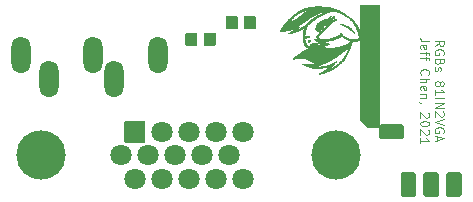
<source format=gbr>
G04 #@! TF.GenerationSoftware,KiCad,Pcbnew,(5.1.10-1-10_14)*
G04 #@! TF.CreationDate,2021-10-23T02:31:54-04:00*
G04 #@! TF.ProjectId,8DIN2VGA,3844494e-3256-4474-912e-6b696361645f,1*
G04 #@! TF.SameCoordinates,Original*
G04 #@! TF.FileFunction,Soldermask,Top*
G04 #@! TF.FilePolarity,Negative*
%FSLAX46Y46*%
G04 Gerber Fmt 4.6, Leading zero omitted, Abs format (unit mm)*
G04 Created by KiCad (PCBNEW (5.1.10-1-10_14)) date 2021-10-23 02:31:54*
%MOMM*%
%LPD*%
G01*
G04 APERTURE LIST*
%ADD10C,0.100000*%
%ADD11C,0.125000*%
%ADD12C,0.010000*%
%ADD13C,4.167600*%
%ADD14C,1.801600*%
%ADD15O,1.609600X3.117600*%
G04 APERTURE END LIST*
D10*
G36*
X150610000Y-106950000D02*
G01*
X149630000Y-106950000D01*
X149030000Y-106350000D01*
X149030000Y-96640000D01*
X150610000Y-96640000D01*
X150610000Y-106950000D01*
G37*
X150610000Y-106950000D02*
X149630000Y-106950000D01*
X149030000Y-106350000D01*
X149030000Y-96640000D01*
X150610000Y-96640000D01*
X150610000Y-106950000D01*
D11*
X155365714Y-100092142D02*
X155722857Y-99842142D01*
X155365714Y-99663571D02*
X156115714Y-99663571D01*
X156115714Y-99949285D01*
X156080000Y-100020714D01*
X156044285Y-100056428D01*
X155972857Y-100092142D01*
X155865714Y-100092142D01*
X155794285Y-100056428D01*
X155758571Y-100020714D01*
X155722857Y-99949285D01*
X155722857Y-99663571D01*
X156080000Y-100806428D02*
X156115714Y-100735000D01*
X156115714Y-100627857D01*
X156080000Y-100520714D01*
X156008571Y-100449285D01*
X155937142Y-100413571D01*
X155794285Y-100377857D01*
X155687142Y-100377857D01*
X155544285Y-100413571D01*
X155472857Y-100449285D01*
X155401428Y-100520714D01*
X155365714Y-100627857D01*
X155365714Y-100699285D01*
X155401428Y-100806428D01*
X155437142Y-100842142D01*
X155687142Y-100842142D01*
X155687142Y-100699285D01*
X155758571Y-101413571D02*
X155722857Y-101520714D01*
X155687142Y-101556428D01*
X155615714Y-101592142D01*
X155508571Y-101592142D01*
X155437142Y-101556428D01*
X155401428Y-101520714D01*
X155365714Y-101449285D01*
X155365714Y-101163571D01*
X156115714Y-101163571D01*
X156115714Y-101413571D01*
X156080000Y-101485000D01*
X156044285Y-101520714D01*
X155972857Y-101556428D01*
X155901428Y-101556428D01*
X155830000Y-101520714D01*
X155794285Y-101485000D01*
X155758571Y-101413571D01*
X155758571Y-101163571D01*
X155401428Y-101877857D02*
X155365714Y-101949285D01*
X155365714Y-102092142D01*
X155401428Y-102163571D01*
X155472857Y-102199285D01*
X155508571Y-102199285D01*
X155580000Y-102163571D01*
X155615714Y-102092142D01*
X155615714Y-101985000D01*
X155651428Y-101913571D01*
X155722857Y-101877857D01*
X155758571Y-101877857D01*
X155830000Y-101913571D01*
X155865714Y-101985000D01*
X155865714Y-102092142D01*
X155830000Y-102163571D01*
X155794285Y-103199285D02*
X155830000Y-103127857D01*
X155865714Y-103092142D01*
X155937142Y-103056428D01*
X155972857Y-103056428D01*
X156044285Y-103092142D01*
X156080000Y-103127857D01*
X156115714Y-103199285D01*
X156115714Y-103342142D01*
X156080000Y-103413571D01*
X156044285Y-103449285D01*
X155972857Y-103485000D01*
X155937142Y-103485000D01*
X155865714Y-103449285D01*
X155830000Y-103413571D01*
X155794285Y-103342142D01*
X155794285Y-103199285D01*
X155758571Y-103127857D01*
X155722857Y-103092142D01*
X155651428Y-103056428D01*
X155508571Y-103056428D01*
X155437142Y-103092142D01*
X155401428Y-103127857D01*
X155365714Y-103199285D01*
X155365714Y-103342142D01*
X155401428Y-103413571D01*
X155437142Y-103449285D01*
X155508571Y-103485000D01*
X155651428Y-103485000D01*
X155722857Y-103449285D01*
X155758571Y-103413571D01*
X155794285Y-103342142D01*
X155365714Y-104199285D02*
X155365714Y-103770714D01*
X155365714Y-103985000D02*
X156115714Y-103985000D01*
X156008571Y-103913571D01*
X155937142Y-103842142D01*
X155901428Y-103770714D01*
X155365714Y-104520714D02*
X156115714Y-104520714D01*
X155365714Y-104877857D02*
X156115714Y-104877857D01*
X155365714Y-105306428D01*
X156115714Y-105306428D01*
X156044285Y-105627857D02*
X156080000Y-105663571D01*
X156115714Y-105735000D01*
X156115714Y-105913571D01*
X156080000Y-105985000D01*
X156044285Y-106020714D01*
X155972857Y-106056428D01*
X155901428Y-106056428D01*
X155794285Y-106020714D01*
X155365714Y-105592142D01*
X155365714Y-106056428D01*
X156115714Y-106270714D02*
X155365714Y-106520714D01*
X156115714Y-106770714D01*
X156080000Y-107413571D02*
X156115714Y-107342142D01*
X156115714Y-107235000D01*
X156080000Y-107127857D01*
X156008571Y-107056428D01*
X155937142Y-107020714D01*
X155794285Y-106985000D01*
X155687142Y-106985000D01*
X155544285Y-107020714D01*
X155472857Y-107056428D01*
X155401428Y-107127857D01*
X155365714Y-107235000D01*
X155365714Y-107306428D01*
X155401428Y-107413571D01*
X155437142Y-107449285D01*
X155687142Y-107449285D01*
X155687142Y-107306428D01*
X155580000Y-107735000D02*
X155580000Y-108092142D01*
X155365714Y-107663571D02*
X156115714Y-107913571D01*
X155365714Y-108163571D01*
X154865714Y-99663571D02*
X154330000Y-99663571D01*
X154222857Y-99627857D01*
X154151428Y-99556428D01*
X154115714Y-99449285D01*
X154115714Y-99377857D01*
X154151428Y-100306428D02*
X154115714Y-100235000D01*
X154115714Y-100092142D01*
X154151428Y-100020714D01*
X154222857Y-99985000D01*
X154508571Y-99985000D01*
X154580000Y-100020714D01*
X154615714Y-100092142D01*
X154615714Y-100235000D01*
X154580000Y-100306428D01*
X154508571Y-100342142D01*
X154437142Y-100342142D01*
X154365714Y-99985000D01*
X154615714Y-100556428D02*
X154615714Y-100842142D01*
X154115714Y-100663571D02*
X154758571Y-100663571D01*
X154830000Y-100699285D01*
X154865714Y-100770714D01*
X154865714Y-100842142D01*
X154615714Y-100985000D02*
X154615714Y-101270714D01*
X154115714Y-101092142D02*
X154758571Y-101092142D01*
X154830000Y-101127857D01*
X154865714Y-101199285D01*
X154865714Y-101270714D01*
X154187142Y-102520714D02*
X154151428Y-102485000D01*
X154115714Y-102377857D01*
X154115714Y-102306428D01*
X154151428Y-102199285D01*
X154222857Y-102127857D01*
X154294285Y-102092142D01*
X154437142Y-102056428D01*
X154544285Y-102056428D01*
X154687142Y-102092142D01*
X154758571Y-102127857D01*
X154830000Y-102199285D01*
X154865714Y-102306428D01*
X154865714Y-102377857D01*
X154830000Y-102485000D01*
X154794285Y-102520714D01*
X154115714Y-102842142D02*
X154865714Y-102842142D01*
X154115714Y-103163571D02*
X154508571Y-103163571D01*
X154580000Y-103127857D01*
X154615714Y-103056428D01*
X154615714Y-102949285D01*
X154580000Y-102877857D01*
X154544285Y-102842142D01*
X154151428Y-103806428D02*
X154115714Y-103735000D01*
X154115714Y-103592142D01*
X154151428Y-103520714D01*
X154222857Y-103485000D01*
X154508571Y-103485000D01*
X154580000Y-103520714D01*
X154615714Y-103592142D01*
X154615714Y-103735000D01*
X154580000Y-103806428D01*
X154508571Y-103842142D01*
X154437142Y-103842142D01*
X154365714Y-103485000D01*
X154615714Y-104163571D02*
X154115714Y-104163571D01*
X154544285Y-104163571D02*
X154580000Y-104199285D01*
X154615714Y-104270714D01*
X154615714Y-104377857D01*
X154580000Y-104449285D01*
X154508571Y-104485000D01*
X154115714Y-104485000D01*
X154151428Y-104877857D02*
X154115714Y-104877857D01*
X154044285Y-104842142D01*
X154008571Y-104806428D01*
X154794285Y-105735000D02*
X154830000Y-105770714D01*
X154865714Y-105842142D01*
X154865714Y-106020714D01*
X154830000Y-106092142D01*
X154794285Y-106127857D01*
X154722857Y-106163571D01*
X154651428Y-106163571D01*
X154544285Y-106127857D01*
X154115714Y-105699285D01*
X154115714Y-106163571D01*
X154865714Y-106627857D02*
X154865714Y-106699285D01*
X154830000Y-106770714D01*
X154794285Y-106806428D01*
X154722857Y-106842142D01*
X154580000Y-106877857D01*
X154401428Y-106877857D01*
X154258571Y-106842142D01*
X154187142Y-106806428D01*
X154151428Y-106770714D01*
X154115714Y-106699285D01*
X154115714Y-106627857D01*
X154151428Y-106556428D01*
X154187142Y-106520714D01*
X154258571Y-106485000D01*
X154401428Y-106449285D01*
X154580000Y-106449285D01*
X154722857Y-106485000D01*
X154794285Y-106520714D01*
X154830000Y-106556428D01*
X154865714Y-106627857D01*
X154794285Y-107163571D02*
X154830000Y-107199285D01*
X154865714Y-107270714D01*
X154865714Y-107449285D01*
X154830000Y-107520714D01*
X154794285Y-107556428D01*
X154722857Y-107592142D01*
X154651428Y-107592142D01*
X154544285Y-107556428D01*
X154115714Y-107127857D01*
X154115714Y-107592142D01*
X154115714Y-108306428D02*
X154115714Y-107877857D01*
X154115714Y-108092142D02*
X154865714Y-108092142D01*
X154758571Y-108020714D01*
X154687142Y-107949285D01*
X154651428Y-107877857D01*
D12*
G36*
X149049777Y-99350451D02*
G01*
X149046991Y-99397211D01*
X149044825Y-99421469D01*
X149042971Y-99438352D01*
X149040799Y-99455547D01*
X149038385Y-99472626D01*
X149035805Y-99489165D01*
X149033136Y-99504738D01*
X149030453Y-99518918D01*
X149027833Y-99531279D01*
X149025353Y-99541397D01*
X149023088Y-99548845D01*
X149021273Y-99552952D01*
X149014110Y-99561856D01*
X149004021Y-99570063D01*
X148990932Y-99577598D01*
X148974770Y-99584486D01*
X148955465Y-99590753D01*
X148932941Y-99596424D01*
X148907128Y-99601525D01*
X148877951Y-99606081D01*
X148864523Y-99607858D01*
X148841448Y-99610548D01*
X148815486Y-99613187D01*
X148787255Y-99615732D01*
X148757370Y-99618135D01*
X148726448Y-99620351D01*
X148695107Y-99622333D01*
X148663963Y-99624035D01*
X148633632Y-99625412D01*
X148624796Y-99625754D01*
X148602529Y-99626446D01*
X148581115Y-99626811D01*
X148560096Y-99626829D01*
X148539017Y-99626479D01*
X148517423Y-99625740D01*
X148494857Y-99624589D01*
X148470864Y-99623006D01*
X148444988Y-99620969D01*
X148416772Y-99618457D01*
X148385761Y-99615450D01*
X148370220Y-99613872D01*
X148360319Y-99612920D01*
X148351661Y-99612210D01*
X148344833Y-99611781D01*
X148340421Y-99611672D01*
X148339020Y-99611844D01*
X148338376Y-99613713D01*
X148336962Y-99618628D01*
X148334873Y-99626243D01*
X148332199Y-99636208D01*
X148329035Y-99648175D01*
X148325474Y-99661797D01*
X148321608Y-99676724D01*
X148318713Y-99687984D01*
X148301991Y-99752492D01*
X148285681Y-99813867D01*
X148269679Y-99872443D01*
X148253884Y-99928553D01*
X148238192Y-99982530D01*
X148222502Y-100034707D01*
X148206710Y-100085417D01*
X148190714Y-100134994D01*
X148174413Y-100183771D01*
X148157702Y-100232080D01*
X148140481Y-100280255D01*
X148122645Y-100328630D01*
X148116963Y-100343752D01*
X148079768Y-100438949D01*
X148040987Y-100531644D01*
X148000663Y-100621760D01*
X147958838Y-100709223D01*
X147915556Y-100793955D01*
X147870859Y-100875880D01*
X147824788Y-100954921D01*
X147777388Y-101031004D01*
X147728699Y-101104050D01*
X147678766Y-101173984D01*
X147627630Y-101240730D01*
X147592781Y-101283552D01*
X147544430Y-101339645D01*
X147492837Y-101395941D01*
X147438238Y-101452241D01*
X147380871Y-101508349D01*
X147320974Y-101564064D01*
X147258784Y-101619191D01*
X147194539Y-101673529D01*
X147128476Y-101726882D01*
X147060833Y-101779052D01*
X146991848Y-101829839D01*
X146921757Y-101879046D01*
X146850799Y-101926476D01*
X146779211Y-101971929D01*
X146735327Y-101998605D01*
X146664316Y-102039618D01*
X146590340Y-102079599D01*
X146513838Y-102118334D01*
X146435251Y-102155612D01*
X146355020Y-102191223D01*
X146273584Y-102224953D01*
X146224608Y-102244094D01*
X146134217Y-102277232D01*
X146043390Y-102307759D01*
X145952518Y-102335561D01*
X145861992Y-102360524D01*
X145772202Y-102382534D01*
X145690434Y-102400106D01*
X145676247Y-102402875D01*
X145661033Y-102405723D01*
X145645188Y-102408585D01*
X145629105Y-102411399D01*
X145613181Y-102414101D01*
X145597810Y-102416628D01*
X145583387Y-102418916D01*
X145570307Y-102420901D01*
X145558964Y-102422521D01*
X145549755Y-102423712D01*
X145543073Y-102424410D01*
X145539314Y-102424552D01*
X145538791Y-102424469D01*
X145539711Y-102423403D01*
X145543447Y-102420650D01*
X145549813Y-102416326D01*
X145558622Y-102410548D01*
X145569688Y-102403431D01*
X145582822Y-102395093D01*
X145597838Y-102385649D01*
X145614550Y-102375216D01*
X145632770Y-102363909D01*
X145652311Y-102351846D01*
X145672987Y-102339143D01*
X145694611Y-102325915D01*
X145716995Y-102312279D01*
X145739952Y-102298351D01*
X145763297Y-102284249D01*
X145786841Y-102270087D01*
X145790282Y-102268022D01*
X145823798Y-102247823D01*
X145855090Y-102228741D01*
X145884562Y-102210507D01*
X145912618Y-102192848D01*
X145939663Y-102175493D01*
X145966100Y-102158171D01*
X145992334Y-102140611D01*
X146018769Y-102122542D01*
X146045809Y-102103693D01*
X146073857Y-102083792D01*
X146103319Y-102062568D01*
X146134598Y-102039750D01*
X146168098Y-102015066D01*
X146176674Y-102008715D01*
X146191645Y-101997676D01*
X146207961Y-101985740D01*
X146224895Y-101973435D01*
X146241720Y-101961287D01*
X146257708Y-101949821D01*
X146272130Y-101939564D01*
X146280902Y-101933386D01*
X146307918Y-101914408D01*
X146332327Y-101897144D01*
X146354075Y-101881635D01*
X146373105Y-101867921D01*
X146389362Y-101856042D01*
X146402790Y-101846038D01*
X146409517Y-101840913D01*
X146415004Y-101836401D01*
X146422273Y-101830002D01*
X146430919Y-101822107D01*
X146440539Y-101813112D01*
X146450727Y-101803408D01*
X146461081Y-101793391D01*
X146471195Y-101783452D01*
X146480667Y-101773985D01*
X146489092Y-101765385D01*
X146496065Y-101758043D01*
X146501184Y-101752354D01*
X146503688Y-101749233D01*
X146507624Y-101743700D01*
X146493211Y-101749778D01*
X146475525Y-101756853D01*
X146454725Y-101764502D01*
X146431137Y-101772630D01*
X146405087Y-101781145D01*
X146376901Y-101789953D01*
X146346905Y-101798960D01*
X146315423Y-101808071D01*
X146282782Y-101817195D01*
X146249308Y-101826236D01*
X146215326Y-101835102D01*
X146181162Y-101843697D01*
X146147141Y-101851930D01*
X146113590Y-101859706D01*
X146102089Y-101862286D01*
X146007533Y-101882182D01*
X145914733Y-101899400D01*
X145823260Y-101914001D01*
X145732685Y-101926044D01*
X145642579Y-101935591D01*
X145552512Y-101942701D01*
X145512634Y-101945081D01*
X145483438Y-101946334D01*
X145451513Y-101947130D01*
X145417603Y-101947479D01*
X145382451Y-101947395D01*
X145346801Y-101946887D01*
X145311396Y-101945969D01*
X145276979Y-101944650D01*
X145244293Y-101942944D01*
X145214082Y-101940860D01*
X145207834Y-101940352D01*
X145138343Y-101933170D01*
X145066999Y-101923140D01*
X144993938Y-101910300D01*
X144919294Y-101894690D01*
X144843200Y-101876347D01*
X144765792Y-101855310D01*
X144687204Y-101831617D01*
X144607570Y-101805307D01*
X144527024Y-101776417D01*
X144445701Y-101744987D01*
X144363736Y-101711054D01*
X144288803Y-101678079D01*
X144278078Y-101673190D01*
X144266017Y-101667631D01*
X144252979Y-101661572D01*
X144239321Y-101655183D01*
X144225402Y-101648635D01*
X144211579Y-101642099D01*
X144198212Y-101635745D01*
X144185657Y-101629743D01*
X144174274Y-101624264D01*
X144164420Y-101619479D01*
X144156454Y-101615558D01*
X144150733Y-101612671D01*
X144147616Y-101610990D01*
X144147144Y-101610631D01*
X144148941Y-101610647D01*
X144153503Y-101611064D01*
X144160127Y-101611808D01*
X144167512Y-101612728D01*
X144188840Y-101615260D01*
X144213176Y-101617719D01*
X144240026Y-101620069D01*
X144268896Y-101622272D01*
X144299290Y-101624292D01*
X144330714Y-101626091D01*
X144362674Y-101627632D01*
X144368995Y-101627902D01*
X144381329Y-101628315D01*
X144396153Y-101628642D01*
X144413047Y-101628885D01*
X144431593Y-101629048D01*
X144451373Y-101629132D01*
X144471968Y-101629142D01*
X144492959Y-101629079D01*
X144513928Y-101628946D01*
X144534456Y-101628747D01*
X144554126Y-101628485D01*
X144572517Y-101628161D01*
X144589213Y-101627780D01*
X144603793Y-101627344D01*
X144615841Y-101626855D01*
X144624936Y-101626317D01*
X144627137Y-101626136D01*
X144644643Y-101624498D01*
X144661951Y-101622747D01*
X144679544Y-101620825D01*
X144697901Y-101618672D01*
X144717504Y-101616229D01*
X144738833Y-101613437D01*
X144762370Y-101610236D01*
X144788596Y-101606568D01*
X144805813Y-101604119D01*
X144826663Y-101601139D01*
X144844888Y-101598541D01*
X144860931Y-101596267D01*
X144875236Y-101594261D01*
X144888246Y-101592467D01*
X144900404Y-101590828D01*
X144912154Y-101589287D01*
X144923939Y-101587788D01*
X144936202Y-101586274D01*
X144949387Y-101584689D01*
X144963937Y-101582977D01*
X144980295Y-101581079D01*
X144998905Y-101578941D01*
X145020210Y-101576505D01*
X145038793Y-101574383D01*
X145072840Y-101570475D01*
X145103664Y-101566886D01*
X145131528Y-101563580D01*
X145156694Y-101560523D01*
X145179425Y-101557677D01*
X145199983Y-101555007D01*
X145218632Y-101552477D01*
X145235633Y-101550052D01*
X145251250Y-101547695D01*
X145265744Y-101545371D01*
X145279378Y-101543043D01*
X145292416Y-101540677D01*
X145305118Y-101538235D01*
X145308558Y-101537552D01*
X145325639Y-101533954D01*
X145341234Y-101530310D01*
X145354855Y-101526748D01*
X145366014Y-101523396D01*
X145374223Y-101520382D01*
X145374663Y-101520192D01*
X145376849Y-101519143D01*
X145377455Y-101518430D01*
X145376073Y-101517983D01*
X145372289Y-101517730D01*
X145365695Y-101517599D01*
X145359358Y-101517544D01*
X145328704Y-101516351D01*
X145295562Y-101513254D01*
X145260314Y-101508352D01*
X145223345Y-101501746D01*
X145185041Y-101493535D01*
X145145784Y-101483821D01*
X145105959Y-101472702D01*
X145065951Y-101460279D01*
X145026143Y-101446651D01*
X144986920Y-101431920D01*
X144948667Y-101416185D01*
X144918847Y-101402860D01*
X144904682Y-101396193D01*
X144891195Y-101389622D01*
X144878066Y-101382959D01*
X144864974Y-101376014D01*
X144851599Y-101368599D01*
X144837620Y-101360525D01*
X144822716Y-101351601D01*
X144806567Y-101341640D01*
X144788851Y-101330453D01*
X144769248Y-101317849D01*
X144747438Y-101303641D01*
X144723099Y-101287639D01*
X144720855Y-101286158D01*
X144697106Y-101270553D01*
X144675888Y-101256769D01*
X144656869Y-101244607D01*
X144639721Y-101233865D01*
X144624112Y-101224344D01*
X144609713Y-101215843D01*
X144596192Y-101208160D01*
X144583220Y-101201096D01*
X144570467Y-101194449D01*
X144566952Y-101192667D01*
X144537001Y-101178223D01*
X144508836Y-101166068D01*
X144481805Y-101155976D01*
X144455250Y-101147725D01*
X144428518Y-101141091D01*
X144400954Y-101135850D01*
X144400289Y-101135741D01*
X144352275Y-101128446D01*
X144301343Y-101121685D01*
X144248049Y-101115516D01*
X144192946Y-101110000D01*
X144136590Y-101105197D01*
X144079534Y-101101165D01*
X144077972Y-101101066D01*
X144064483Y-101100360D01*
X144048075Y-101099737D01*
X144029193Y-101099198D01*
X144008282Y-101098747D01*
X143985784Y-101098382D01*
X143962146Y-101098107D01*
X143937810Y-101097922D01*
X143913222Y-101097828D01*
X143888826Y-101097828D01*
X143865067Y-101097921D01*
X143842388Y-101098110D01*
X143821233Y-101098396D01*
X143802049Y-101098780D01*
X143785277Y-101099263D01*
X143771364Y-101099847D01*
X143766165Y-101100143D01*
X143709303Y-101104165D01*
X143655500Y-101108892D01*
X143604371Y-101114373D01*
X143555533Y-101120659D01*
X143508603Y-101127799D01*
X143463197Y-101135843D01*
X143418932Y-101144842D01*
X143413193Y-101146095D01*
X143401235Y-101148806D01*
X143388461Y-101151838D01*
X143375542Y-101155020D01*
X143363149Y-101158179D01*
X143351953Y-101161143D01*
X143342626Y-101163740D01*
X143335840Y-101165798D01*
X143334365Y-101166297D01*
X143334153Y-101165654D01*
X143336298Y-101162832D01*
X143340587Y-101158040D01*
X143346810Y-101151483D01*
X143354756Y-101143367D01*
X143364213Y-101133899D01*
X143374971Y-101123285D01*
X143386817Y-101111732D01*
X143399542Y-101099446D01*
X143412933Y-101086633D01*
X143426780Y-101073499D01*
X143440871Y-101060252D01*
X143454996Y-101047097D01*
X143468943Y-101034242D01*
X143477131Y-101026764D01*
X143553813Y-100958457D01*
X143632551Y-100891159D01*
X143712551Y-100825524D01*
X143793024Y-100762206D01*
X143845868Y-100722109D01*
X143923021Y-100665698D01*
X143999633Y-100612195D01*
X144075629Y-100561647D01*
X144150929Y-100514100D01*
X144225455Y-100469600D01*
X144299130Y-100428193D01*
X144371875Y-100389925D01*
X144443612Y-100354843D01*
X144514264Y-100322992D01*
X144539551Y-100312270D01*
X144563617Y-100302414D01*
X144590616Y-100291669D01*
X144620134Y-100280186D01*
X144651759Y-100268113D01*
X144685078Y-100255601D01*
X144719676Y-100242800D01*
X144755142Y-100229859D01*
X144791061Y-100216929D01*
X144827022Y-100204159D01*
X144862610Y-100191699D01*
X144897413Y-100179699D01*
X144931017Y-100168308D01*
X144963009Y-100157678D01*
X144989209Y-100149164D01*
X145000289Y-100145553D01*
X145010123Y-100142245D01*
X145018263Y-100139400D01*
X145024260Y-100137177D01*
X145027666Y-100135735D01*
X145028274Y-100135283D01*
X145026503Y-100134231D01*
X145022090Y-100132082D01*
X145015616Y-100129107D01*
X145007664Y-100125576D01*
X145003676Y-100123843D01*
X144994090Y-100119630D01*
X144987119Y-100116324D01*
X144982121Y-100113535D01*
X144978457Y-100110874D01*
X144975485Y-100107951D01*
X144973371Y-100105409D01*
X144966973Y-100097298D01*
X144922457Y-100096153D01*
X144908401Y-100095820D01*
X144893761Y-100095526D01*
X144879453Y-100095284D01*
X144866393Y-100095110D01*
X144855498Y-100095018D01*
X144851483Y-100095007D01*
X144825025Y-100095007D01*
X144804909Y-100115277D01*
X144783447Y-100136255D01*
X144762829Y-100155114D01*
X144743226Y-100171726D01*
X144724809Y-100185957D01*
X144707751Y-100197679D01*
X144692222Y-100206759D01*
X144678394Y-100213068D01*
X144675310Y-100214168D01*
X144667757Y-100216351D01*
X144661211Y-100217216D01*
X144653687Y-100216982D01*
X144651662Y-100216801D01*
X144620272Y-100212072D01*
X144588847Y-100203974D01*
X144557610Y-100192633D01*
X144526781Y-100178175D01*
X144496581Y-100160725D01*
X144467233Y-100140410D01*
X144438957Y-100117354D01*
X144411976Y-100091684D01*
X144391216Y-100069054D01*
X144371748Y-100045514D01*
X144353605Y-100021437D01*
X144336432Y-99996266D01*
X144319874Y-99969448D01*
X144303575Y-99940426D01*
X144287181Y-99908645D01*
X144282775Y-99899690D01*
X144257526Y-99844126D01*
X144234839Y-99786328D01*
X144214778Y-99726521D01*
X144197409Y-99664933D01*
X144182798Y-99601787D01*
X144171010Y-99537309D01*
X144164813Y-99494166D01*
X144162543Y-99475870D01*
X144160687Y-99459361D01*
X144159208Y-99443963D01*
X144158067Y-99429005D01*
X144157226Y-99413811D01*
X144156646Y-99397708D01*
X144156288Y-99380023D01*
X144156116Y-99360082D01*
X144156086Y-99340890D01*
X144156314Y-99308292D01*
X144156982Y-99277356D01*
X144158138Y-99247282D01*
X144159828Y-99217272D01*
X144162102Y-99186528D01*
X144165006Y-99154251D01*
X144168587Y-99119642D01*
X144170086Y-99106159D01*
X144177837Y-99043856D01*
X144186813Y-98983785D01*
X144197139Y-98925500D01*
X144208940Y-98868555D01*
X144222340Y-98812504D01*
X144237464Y-98756901D01*
X144254437Y-98701298D01*
X144273383Y-98645251D01*
X144294426Y-98588311D01*
X144317692Y-98530035D01*
X144343306Y-98469974D01*
X144355366Y-98442835D01*
X144359830Y-98432905D01*
X144332325Y-98452351D01*
X144252413Y-98506913D01*
X144169731Y-98559598D01*
X144084546Y-98610272D01*
X143997128Y-98658799D01*
X143907745Y-98705044D01*
X143816667Y-98748873D01*
X143724162Y-98790150D01*
X143630498Y-98828741D01*
X143535945Y-98864511D01*
X143455234Y-98892544D01*
X143393457Y-98912471D01*
X143334132Y-98930282D01*
X143277294Y-98945969D01*
X143222981Y-98959523D01*
X143171230Y-98970936D01*
X143122078Y-98980200D01*
X143075563Y-98987307D01*
X143031720Y-98992248D01*
X142996282Y-98994754D01*
X142985798Y-98995187D01*
X142975967Y-98995436D01*
X142967566Y-98995492D01*
X142961373Y-98995347D01*
X142958883Y-98995139D01*
X142951263Y-98994049D01*
X142961510Y-98989090D01*
X142972981Y-98983418D01*
X142987087Y-98976241D01*
X143003413Y-98967781D01*
X143021545Y-98958262D01*
X143041070Y-98947905D01*
X143061575Y-98936934D01*
X143082644Y-98925570D01*
X143103865Y-98914036D01*
X143124824Y-98902555D01*
X143145106Y-98891348D01*
X143164298Y-98880639D01*
X143181986Y-98870650D01*
X143184484Y-98869227D01*
X143216658Y-98850725D01*
X143246166Y-98833399D01*
X143273507Y-98816917D01*
X143299180Y-98800952D01*
X143323684Y-98785173D01*
X143347516Y-98769251D01*
X143371175Y-98752856D01*
X143395160Y-98735659D01*
X143419969Y-98717331D01*
X143446102Y-98697540D01*
X143457862Y-98688505D01*
X143476708Y-98674020D01*
X143493122Y-98661521D01*
X143507397Y-98650796D01*
X143519827Y-98641631D01*
X143530707Y-98633814D01*
X143540332Y-98627132D01*
X143548995Y-98621373D01*
X143556991Y-98616324D01*
X143561618Y-98613530D01*
X143568206Y-98609495D01*
X143573314Y-98606123D01*
X143576411Y-98603783D01*
X143577018Y-98602854D01*
X143574678Y-98602971D01*
X143569064Y-98603741D01*
X143560335Y-98605134D01*
X143548653Y-98607122D01*
X143534179Y-98609674D01*
X143517073Y-98612760D01*
X143497498Y-98616350D01*
X143475613Y-98620415D01*
X143451580Y-98624925D01*
X143425559Y-98629850D01*
X143397713Y-98635159D01*
X143368201Y-98640824D01*
X143337184Y-98646813D01*
X143304824Y-98653098D01*
X143280062Y-98657931D01*
X143207867Y-98672181D01*
X143133816Y-98687051D01*
X143058863Y-98702344D01*
X142983961Y-98717863D01*
X142910066Y-98733412D01*
X142838131Y-98748792D01*
X142797462Y-98757607D01*
X142766810Y-98764196D01*
X142738967Y-98769978D01*
X142713354Y-98775048D01*
X142689396Y-98779502D01*
X142666515Y-98783437D01*
X142644134Y-98786950D01*
X142621677Y-98790136D01*
X142598568Y-98793093D01*
X142574228Y-98795916D01*
X142557475Y-98797726D01*
X142530195Y-98800387D01*
X142501124Y-98802832D01*
X142470771Y-98805040D01*
X142439644Y-98806990D01*
X142408252Y-98808660D01*
X142377102Y-98810028D01*
X142346704Y-98811073D01*
X142317566Y-98811774D01*
X142290197Y-98812109D01*
X142265104Y-98812057D01*
X142242796Y-98811595D01*
X142235570Y-98811326D01*
X142207079Y-98810117D01*
X142226521Y-98779462D01*
X142263831Y-98721644D01*
X142303564Y-98661982D01*
X142345433Y-98600857D01*
X142389156Y-98538650D01*
X142434448Y-98475741D01*
X142481025Y-98412513D01*
X142528602Y-98349345D01*
X142576896Y-98286620D01*
X142625622Y-98224717D01*
X142674496Y-98164018D01*
X142723233Y-98104905D01*
X142771549Y-98047757D01*
X142778006Y-98040235D01*
X142838997Y-97970475D01*
X142900583Y-97902328D01*
X142962535Y-97836027D01*
X143024621Y-97771804D01*
X143086613Y-97709892D01*
X143148279Y-97650523D01*
X143209390Y-97593931D01*
X143269714Y-97540347D01*
X143291448Y-97521621D01*
X143346673Y-97475420D01*
X143403946Y-97429379D01*
X143462641Y-97383965D01*
X143522132Y-97339642D01*
X143581793Y-97296875D01*
X143640999Y-97256130D01*
X143699124Y-97217871D01*
X143706606Y-97213079D01*
X143786269Y-97163846D01*
X143868300Y-97116266D01*
X143952031Y-97070692D01*
X144036795Y-97027479D01*
X144121921Y-96986978D01*
X144198280Y-96953146D01*
X144233577Y-96938359D01*
X144270407Y-96923486D01*
X144308203Y-96908733D01*
X144346397Y-96894306D01*
X144384422Y-96880412D01*
X144421709Y-96867257D01*
X144457692Y-96855050D01*
X144491802Y-96843996D01*
X144523472Y-96834302D01*
X144529086Y-96832654D01*
X144578356Y-96819083D01*
X144629398Y-96806576D01*
X144682366Y-96795110D01*
X144737418Y-96784665D01*
X144794711Y-96775219D01*
X144854399Y-96766750D01*
X144916640Y-96759237D01*
X144958213Y-96755027D01*
X144958213Y-96906791D01*
X144917048Y-96907654D01*
X144858764Y-96910302D01*
X144801882Y-96915830D01*
X144745746Y-96924339D01*
X144689701Y-96935927D01*
X144633089Y-96950695D01*
X144632393Y-96950895D01*
X144614031Y-96956363D01*
X144592748Y-96963027D01*
X144568870Y-96970770D01*
X144542722Y-96979472D01*
X144514629Y-96989014D01*
X144484918Y-96999279D01*
X144453915Y-97010148D01*
X144421945Y-97021501D01*
X144389333Y-97033221D01*
X144356406Y-97045188D01*
X144323490Y-97057284D01*
X144290910Y-97069390D01*
X144258992Y-97081388D01*
X144228061Y-97093159D01*
X144198444Y-97104584D01*
X144170466Y-97115545D01*
X144144452Y-97125922D01*
X144120730Y-97135598D01*
X144099624Y-97144454D01*
X144091986Y-97147740D01*
X144023508Y-97178265D01*
X143958263Y-97209053D01*
X143895978Y-97240273D01*
X143836382Y-97272096D01*
X143779207Y-97304689D01*
X143724180Y-97338224D01*
X143671030Y-97372870D01*
X143619488Y-97408797D01*
X143569283Y-97446173D01*
X143520143Y-97485169D01*
X143471798Y-97525954D01*
X143432462Y-97560940D01*
X143419776Y-97572630D01*
X143404925Y-97586568D01*
X143388183Y-97602484D01*
X143369821Y-97620109D01*
X143350112Y-97639173D01*
X143329328Y-97659407D01*
X143307740Y-97680540D01*
X143285622Y-97702304D01*
X143263246Y-97724429D01*
X143240884Y-97746645D01*
X143218808Y-97768682D01*
X143197291Y-97790272D01*
X143176605Y-97811144D01*
X143157022Y-97831029D01*
X143138814Y-97849657D01*
X143122254Y-97866760D01*
X143107614Y-97882066D01*
X143100632Y-97889459D01*
X143090225Y-97900595D01*
X143078825Y-97912894D01*
X143066641Y-97926126D01*
X143053879Y-97940059D01*
X143040746Y-97954463D01*
X143027450Y-97969107D01*
X143014197Y-97983759D01*
X143001195Y-97998189D01*
X142988651Y-98012167D01*
X142976772Y-98025460D01*
X142965765Y-98037839D01*
X142955837Y-98049073D01*
X142947195Y-98058929D01*
X142940046Y-98067179D01*
X142934598Y-98073591D01*
X142931058Y-98077933D01*
X142929632Y-98079975D01*
X142929623Y-98080094D01*
X142931344Y-98079758D01*
X142935937Y-98078568D01*
X142942914Y-98076661D01*
X142951785Y-98074169D01*
X142962061Y-98071227D01*
X142966656Y-98069897D01*
X143030998Y-98050237D01*
X143095956Y-98028505D01*
X143160919Y-98004947D01*
X143225276Y-97979806D01*
X143288416Y-97953328D01*
X143349726Y-97925757D01*
X143408597Y-97897339D01*
X143447771Y-97877208D01*
X143492365Y-97853199D01*
X143535613Y-97828917D01*
X143577909Y-97804102D01*
X143619648Y-97778495D01*
X143661222Y-97751838D01*
X143703026Y-97723871D01*
X143745453Y-97694335D01*
X143788896Y-97662972D01*
X143833749Y-97629522D01*
X143880407Y-97593726D01*
X143890537Y-97585835D01*
X143922577Y-97560728D01*
X143952137Y-97537367D01*
X143979578Y-97515445D01*
X144005260Y-97494656D01*
X144029543Y-97474693D01*
X144052787Y-97455250D01*
X144075353Y-97436021D01*
X144097600Y-97416698D01*
X144119888Y-97396976D01*
X144142578Y-97376547D01*
X144166030Y-97355106D01*
X144190604Y-97332345D01*
X144212855Y-97311535D01*
X144232474Y-97293160D01*
X144249899Y-97276954D01*
X144265446Y-97262642D01*
X144279433Y-97249950D01*
X144292177Y-97238604D01*
X144303995Y-97228331D01*
X144315205Y-97218855D01*
X144326123Y-97209903D01*
X144337068Y-97201202D01*
X144348355Y-97192476D01*
X144360303Y-97183453D01*
X144366442Y-97178879D01*
X144422299Y-97139508D01*
X144480817Y-97102335D01*
X144541891Y-97067409D01*
X144605413Y-97034783D01*
X144671275Y-97004506D01*
X144739372Y-96976629D01*
X144809595Y-96951203D01*
X144881838Y-96928280D01*
X144913544Y-96919192D01*
X144958213Y-96906791D01*
X144958213Y-96755027D01*
X144981590Y-96752659D01*
X145049405Y-96746994D01*
X145120242Y-96742221D01*
X145194256Y-96738319D01*
X145227103Y-96736902D01*
X145245871Y-96736248D01*
X145267647Y-96735666D01*
X145291939Y-96735159D01*
X145318251Y-96734731D01*
X145346091Y-96734383D01*
X145374964Y-96734120D01*
X145404376Y-96733942D01*
X145433834Y-96733854D01*
X145462843Y-96733857D01*
X145490910Y-96733955D01*
X145517541Y-96734150D01*
X145542241Y-96734445D01*
X145564518Y-96734843D01*
X145571317Y-96734999D01*
X145647451Y-96737147D01*
X145720372Y-96739810D01*
X145790334Y-96743015D01*
X145857593Y-96746787D01*
X145922404Y-96751150D01*
X145985023Y-96756131D01*
X146045704Y-96761754D01*
X146104704Y-96768046D01*
X146162276Y-96775032D01*
X146198435Y-96779971D01*
X146198435Y-97116798D01*
X146190058Y-97117287D01*
X146178883Y-97118298D01*
X146172158Y-97118977D01*
X146109516Y-97126168D01*
X146045836Y-97134939D01*
X145981687Y-97145175D01*
X145917640Y-97156764D01*
X145854262Y-97169589D01*
X145792125Y-97183537D01*
X145731797Y-97198494D01*
X145673848Y-97214344D01*
X145626496Y-97228557D01*
X145585920Y-97242027D01*
X145542837Y-97257754D01*
X145497371Y-97275676D01*
X145449643Y-97295733D01*
X145399776Y-97317864D01*
X145347891Y-97342008D01*
X145294110Y-97368105D01*
X145238555Y-97396093D01*
X145181348Y-97425913D01*
X145122612Y-97457502D01*
X145062469Y-97490801D01*
X145001039Y-97525748D01*
X144938446Y-97562284D01*
X144874811Y-97600346D01*
X144850723Y-97614989D01*
X144792981Y-97650621D01*
X144737302Y-97685741D01*
X144683833Y-97720250D01*
X144632720Y-97754048D01*
X144584110Y-97787036D01*
X144538147Y-97819114D01*
X144494980Y-97850184D01*
X144454753Y-97880145D01*
X144417613Y-97908900D01*
X144414303Y-97911524D01*
X144394243Y-97927355D01*
X144374481Y-97942730D01*
X144354800Y-97957802D01*
X144334981Y-97972720D01*
X144314807Y-97987638D01*
X144294060Y-98002705D01*
X144272523Y-98018074D01*
X144249978Y-98033896D01*
X144226206Y-98050322D01*
X144200992Y-98067505D01*
X144174116Y-98085595D01*
X144145361Y-98104744D01*
X144114510Y-98125103D01*
X144081344Y-98146825D01*
X144045646Y-98170059D01*
X144007198Y-98194959D01*
X144003524Y-98197333D01*
X143974502Y-98216048D01*
X143948075Y-98233010D01*
X143923924Y-98248415D01*
X143901730Y-98262458D01*
X143881176Y-98275333D01*
X143861943Y-98287234D01*
X143843712Y-98298357D01*
X143826166Y-98308896D01*
X143808985Y-98319045D01*
X143791852Y-98329000D01*
X143774448Y-98338955D01*
X143756454Y-98349105D01*
X143743091Y-98356567D01*
X143727403Y-98365161D01*
X143710385Y-98374246D01*
X143692369Y-98383660D01*
X143673687Y-98393243D01*
X143654673Y-98402834D01*
X143635660Y-98412271D01*
X143616980Y-98421395D01*
X143598966Y-98430044D01*
X143581950Y-98438058D01*
X143566267Y-98445275D01*
X143552248Y-98451536D01*
X143540226Y-98456679D01*
X143530534Y-98460543D01*
X143523505Y-98462968D01*
X143522010Y-98463380D01*
X143518483Y-98464549D01*
X143517839Y-98465617D01*
X143520220Y-98466634D01*
X143525767Y-98467646D01*
X143534621Y-98468701D01*
X143538879Y-98469124D01*
X143571989Y-98471879D01*
X143603089Y-98473655D01*
X143631930Y-98474450D01*
X143658266Y-98474265D01*
X143681849Y-98473098D01*
X143702433Y-98470950D01*
X143710986Y-98469603D01*
X143739125Y-98463926D01*
X143768325Y-98456804D01*
X143796751Y-98448700D01*
X143809629Y-98444582D01*
X143820005Y-98441190D01*
X143827626Y-98438870D01*
X143833031Y-98437503D01*
X143836758Y-98436968D01*
X143839345Y-98437145D01*
X143840747Y-98437618D01*
X143845443Y-98441393D01*
X143847914Y-98446763D01*
X143847607Y-98452478D01*
X143847496Y-98452786D01*
X143845636Y-98455842D01*
X143841566Y-98461250D01*
X143835468Y-98468805D01*
X143827526Y-98478301D01*
X143817923Y-98489532D01*
X143806843Y-98502294D01*
X143794469Y-98516381D01*
X143780985Y-98531587D01*
X143766575Y-98547707D01*
X143751421Y-98564536D01*
X143735708Y-98581869D01*
X143719619Y-98599499D01*
X143703337Y-98617221D01*
X143687045Y-98634831D01*
X143670929Y-98652122D01*
X143655170Y-98668890D01*
X143642310Y-98682454D01*
X143629837Y-98695566D01*
X143619603Y-98706357D01*
X143611424Y-98715037D01*
X143605116Y-98721813D01*
X143600492Y-98726895D01*
X143597368Y-98730489D01*
X143595559Y-98732805D01*
X143594878Y-98734050D01*
X143595142Y-98734433D01*
X143596166Y-98734162D01*
X143596443Y-98734049D01*
X143599356Y-98732922D01*
X143604981Y-98730835D01*
X143612730Y-98728002D01*
X143622015Y-98724639D01*
X143632249Y-98720959D01*
X143633034Y-98720677D01*
X143688434Y-98699818D01*
X143745326Y-98676428D01*
X143803114Y-98650789D01*
X143861201Y-98623181D01*
X143918991Y-98593887D01*
X143975886Y-98563187D01*
X144018387Y-98538957D01*
X144054403Y-98517531D01*
X144090844Y-98495059D01*
X144128001Y-98471345D01*
X144166162Y-98446196D01*
X144205616Y-98419417D01*
X144246654Y-98390815D01*
X144289564Y-98360194D01*
X144334636Y-98327362D01*
X144343967Y-98320489D01*
X144363888Y-98305724D01*
X144382368Y-98291862D01*
X144399687Y-98278665D01*
X144416122Y-98265894D01*
X144431952Y-98253309D01*
X144447455Y-98240671D01*
X144462908Y-98227742D01*
X144478591Y-98214282D01*
X144494782Y-98200052D01*
X144511758Y-98184812D01*
X144529798Y-98168325D01*
X144549180Y-98150350D01*
X144570183Y-98130649D01*
X144593084Y-98108982D01*
X144618162Y-98085111D01*
X144621006Y-98082397D01*
X144651077Y-98053747D01*
X144679549Y-98026726D01*
X144706327Y-98001420D01*
X144731319Y-97977918D01*
X144754431Y-97956306D01*
X144775569Y-97936671D01*
X144794641Y-97919099D01*
X144811553Y-97903678D01*
X144826211Y-97890495D01*
X144838522Y-97879635D01*
X144844452Y-97874520D01*
X144857261Y-97863994D01*
X144872883Y-97851849D01*
X144891103Y-97838226D01*
X144911705Y-97823264D01*
X144934473Y-97807105D01*
X144959190Y-97789889D01*
X144985640Y-97771756D01*
X145013608Y-97752846D01*
X145042877Y-97733299D01*
X145073232Y-97713257D01*
X145104456Y-97692860D01*
X145136333Y-97672247D01*
X145168647Y-97651559D01*
X145201183Y-97630937D01*
X145233723Y-97610520D01*
X145266052Y-97590450D01*
X145297955Y-97570866D01*
X145329214Y-97551909D01*
X145359614Y-97533719D01*
X145388938Y-97516437D01*
X145416971Y-97500203D01*
X145443497Y-97485157D01*
X145446068Y-97483718D01*
X145526330Y-97439938D01*
X145609548Y-97396654D01*
X145695184Y-97354115D01*
X145782699Y-97312569D01*
X145871555Y-97272265D01*
X145961213Y-97233453D01*
X146051135Y-97196379D01*
X146140783Y-97161294D01*
X146159837Y-97154085D01*
X146175072Y-97148318D01*
X146187312Y-97143570D01*
X146196857Y-97139674D01*
X146204009Y-97136463D01*
X146209070Y-97133772D01*
X146212342Y-97131435D01*
X146214126Y-97129285D01*
X146214723Y-97127157D01*
X146214434Y-97124884D01*
X146214216Y-97124134D01*
X146213030Y-97121177D01*
X146211312Y-97119021D01*
X146208609Y-97117610D01*
X146204468Y-97116887D01*
X146198435Y-97116798D01*
X146198435Y-96779971D01*
X146218677Y-96782736D01*
X146274162Y-96791185D01*
X146328986Y-96800404D01*
X146383404Y-96810418D01*
X146437544Y-96821227D01*
X146533400Y-96842612D01*
X146629021Y-96866988D01*
X146724518Y-96894397D01*
X146745392Y-96901061D01*
X146745392Y-97138325D01*
X146687178Y-97138706D01*
X146627264Y-97140569D01*
X146566016Y-97143916D01*
X146560165Y-97144309D01*
X146530347Y-97146427D01*
X146503670Y-97148511D01*
X146479775Y-97150615D01*
X146458300Y-97152797D01*
X146438886Y-97155112D01*
X146421171Y-97157616D01*
X146404794Y-97160364D01*
X146389397Y-97163413D01*
X146374617Y-97166819D01*
X146360094Y-97170636D01*
X146345469Y-97174922D01*
X146330379Y-97179731D01*
X146329465Y-97180033D01*
X146314980Y-97184966D01*
X146300864Y-97190092D01*
X146286810Y-97195559D01*
X146272512Y-97201512D01*
X146257663Y-97208100D01*
X146241959Y-97215470D01*
X146225092Y-97223768D01*
X146206758Y-97233143D01*
X146186649Y-97243741D01*
X146164460Y-97255709D01*
X146139885Y-97269196D01*
X146112618Y-97284347D01*
X146112600Y-97284357D01*
X146089812Y-97296910D01*
X146066905Y-97309208D01*
X146044340Y-97321016D01*
X146022584Y-97332100D01*
X146002099Y-97342226D01*
X145983349Y-97351161D01*
X145966799Y-97358671D01*
X145956696Y-97362985D01*
X145947631Y-97366593D01*
X145936129Y-97370967D01*
X145923082Y-97375781D01*
X145909383Y-97380705D01*
X145895922Y-97385414D01*
X145891312Y-97386992D01*
X145867193Y-97395413D01*
X145843300Y-97404228D01*
X145819471Y-97413526D01*
X145795544Y-97423398D01*
X145771356Y-97433932D01*
X145746743Y-97445219D01*
X145721543Y-97457348D01*
X145695595Y-97470408D01*
X145668733Y-97484490D01*
X145640798Y-97499683D01*
X145611624Y-97516075D01*
X145581050Y-97533759D01*
X145548914Y-97552821D01*
X145515051Y-97573353D01*
X145479301Y-97595444D01*
X145441499Y-97619183D01*
X145401484Y-97644661D01*
X145359092Y-97671966D01*
X145314161Y-97701189D01*
X145278769Y-97724371D01*
X145250114Y-97743221D01*
X145224098Y-97760405D01*
X145200405Y-97776147D01*
X145178723Y-97790669D01*
X145158736Y-97804192D01*
X145140132Y-97816939D01*
X145122595Y-97829130D01*
X145105813Y-97840990D01*
X145089471Y-97852739D01*
X145073255Y-97864600D01*
X145056850Y-97876794D01*
X145039944Y-97889543D01*
X145022222Y-97903071D01*
X145003370Y-97917598D01*
X144983074Y-97933346D01*
X144981701Y-97934415D01*
X144966978Y-97945925D01*
X144950761Y-97958701D01*
X144933225Y-97972598D01*
X144914545Y-97987473D01*
X144894898Y-98003181D01*
X144874459Y-98019580D01*
X144853405Y-98036526D01*
X144831911Y-98053875D01*
X144810152Y-98071482D01*
X144788306Y-98089205D01*
X144766547Y-98106900D01*
X144745052Y-98124423D01*
X144723996Y-98141630D01*
X144703555Y-98158378D01*
X144683905Y-98174523D01*
X144665222Y-98189921D01*
X144647681Y-98204429D01*
X144631459Y-98217902D01*
X144616732Y-98230198D01*
X144603674Y-98241172D01*
X144592463Y-98250680D01*
X144583273Y-98258580D01*
X144576281Y-98264727D01*
X144571663Y-98268977D01*
X144569594Y-98271188D01*
X144569561Y-98271241D01*
X144567853Y-98274476D01*
X144564916Y-98280359D01*
X144561004Y-98288366D01*
X144556373Y-98297973D01*
X144551278Y-98308654D01*
X144547998Y-98315586D01*
X144511599Y-98396011D01*
X144477943Y-98477085D01*
X144447089Y-98558602D01*
X144419094Y-98640358D01*
X144394017Y-98722150D01*
X144371916Y-98803773D01*
X144352849Y-98885023D01*
X144336874Y-98965695D01*
X144324050Y-99045587D01*
X144314435Y-99124492D01*
X144312803Y-99141193D01*
X144311307Y-99157549D01*
X144309998Y-99172713D01*
X144308851Y-99187150D01*
X144307843Y-99201322D01*
X144306947Y-99215696D01*
X144306140Y-99230735D01*
X144305396Y-99246903D01*
X144304691Y-99264665D01*
X144304000Y-99284485D01*
X144303298Y-99306828D01*
X144302562Y-99332157D01*
X144302476Y-99335197D01*
X144302490Y-99340606D01*
X144302819Y-99344263D01*
X144303250Y-99345269D01*
X144304753Y-99344067D01*
X144308243Y-99340739D01*
X144313299Y-99335704D01*
X144319497Y-99329380D01*
X144324498Y-99324195D01*
X144343798Y-99305407D01*
X144362868Y-99289739D01*
X144382235Y-99276890D01*
X144402424Y-99266561D01*
X144423963Y-99258449D01*
X144447377Y-99252254D01*
X144452186Y-99251248D01*
X144462874Y-99249697D01*
X144476318Y-99248690D01*
X144491811Y-99248220D01*
X144508648Y-99248280D01*
X144526125Y-99248865D01*
X144543536Y-99249968D01*
X144560175Y-99251583D01*
X144565827Y-99252286D01*
X144598877Y-99257312D01*
X144628550Y-99263173D01*
X144654873Y-99269879D01*
X144677873Y-99277437D01*
X144697576Y-99285857D01*
X144714010Y-99295146D01*
X144722731Y-99301476D01*
X144729055Y-99306893D01*
X144734882Y-99312454D01*
X144739632Y-99317545D01*
X144742728Y-99321553D01*
X144743627Y-99323632D01*
X144741977Y-99324144D01*
X144737403Y-99324324D01*
X144730469Y-99324171D01*
X144722168Y-99323711D01*
X144711987Y-99323218D01*
X144699104Y-99322911D01*
X144684132Y-99322778D01*
X144667683Y-99322809D01*
X144650369Y-99322992D01*
X144632800Y-99323315D01*
X144615589Y-99323766D01*
X144599348Y-99324335D01*
X144584687Y-99325009D01*
X144572219Y-99325776D01*
X144562556Y-99326626D01*
X144561448Y-99326753D01*
X144535976Y-99330138D01*
X144513301Y-99333967D01*
X144492726Y-99338386D01*
X144473556Y-99343542D01*
X144456971Y-99348922D01*
X144443951Y-99354070D01*
X144429261Y-99360851D01*
X144413964Y-99368707D01*
X144399124Y-99377081D01*
X144385804Y-99385416D01*
X144381053Y-99388677D01*
X144372111Y-99395494D01*
X144362205Y-99403846D01*
X144351945Y-99413144D01*
X144341938Y-99422797D01*
X144332793Y-99432215D01*
X144325120Y-99440807D01*
X144319525Y-99447983D01*
X144318796Y-99449064D01*
X144312200Y-99459142D01*
X144313361Y-99473067D01*
X144314266Y-99481468D01*
X144315781Y-99492716D01*
X144317810Y-99506227D01*
X144320256Y-99521417D01*
X144323019Y-99537702D01*
X144326002Y-99554498D01*
X144329107Y-99571222D01*
X144332237Y-99587289D01*
X144333779Y-99594890D01*
X144342642Y-99635234D01*
X144352544Y-99675447D01*
X144363371Y-99715219D01*
X144375009Y-99754238D01*
X144387345Y-99792192D01*
X144400265Y-99828770D01*
X144413655Y-99863660D01*
X144427401Y-99896549D01*
X144441389Y-99927128D01*
X144455506Y-99955083D01*
X144469637Y-99980104D01*
X144480997Y-99997977D01*
X144492786Y-100014387D01*
X144506142Y-100031152D01*
X144520501Y-100047668D01*
X144535298Y-100063329D01*
X144549968Y-100077530D01*
X144563947Y-100089666D01*
X144572959Y-100096564D01*
X144591791Y-100108630D01*
X144609867Y-100117315D01*
X144627264Y-100122640D01*
X144644059Y-100124625D01*
X144660330Y-100123293D01*
X144665745Y-100122091D01*
X144684179Y-100115563D01*
X144702258Y-100105625D01*
X144719885Y-100092362D01*
X144736961Y-100075860D01*
X144753389Y-100056204D01*
X144769070Y-100033477D01*
X144770235Y-100031617D01*
X144773984Y-100025169D01*
X144778729Y-100016378D01*
X144784030Y-100006095D01*
X144789446Y-99995171D01*
X144793632Y-99986400D01*
X144802492Y-99967910D01*
X144810447Y-99952380D01*
X144817752Y-99939464D01*
X144824660Y-99928816D01*
X144831425Y-99920090D01*
X144838301Y-99912940D01*
X144845543Y-99907019D01*
X144853403Y-99901982D01*
X144857010Y-99900015D01*
X144873456Y-99892568D01*
X144893189Y-99885627D01*
X144916025Y-99879219D01*
X144921427Y-99877993D01*
X144921427Y-100012676D01*
X144920551Y-100013552D01*
X144921427Y-100014428D01*
X144922303Y-100013552D01*
X144921427Y-100012676D01*
X144921427Y-99877993D01*
X144941779Y-99873371D01*
X144970268Y-99868110D01*
X145001308Y-99863464D01*
X145034716Y-99859460D01*
X145070306Y-99856125D01*
X145107895Y-99853487D01*
X145147300Y-99851572D01*
X145188335Y-99850409D01*
X145192068Y-99850342D01*
X145209811Y-99850071D01*
X145224414Y-99849934D01*
X145236239Y-99849961D01*
X145245650Y-99850182D01*
X145253009Y-99850625D01*
X145254856Y-99850851D01*
X145254856Y-99993922D01*
X145247994Y-99994273D01*
X145241390Y-99995113D01*
X145225348Y-99999402D01*
X145211434Y-100006406D01*
X145199773Y-100015967D01*
X145190491Y-100027925D01*
X145183712Y-100042121D01*
X145179562Y-100058396D01*
X145178170Y-100075446D01*
X145178247Y-100082909D01*
X145178669Y-100087333D01*
X145179504Y-100089171D01*
X145180244Y-100089217D01*
X145182485Y-100088500D01*
X145187586Y-100086935D01*
X145195050Y-100084672D01*
X145204380Y-100081862D01*
X145215077Y-100078656D01*
X145222052Y-100076573D01*
X145261671Y-100064755D01*
X145262734Y-100049664D01*
X145263312Y-100041153D01*
X145263984Y-100030787D01*
X145264645Y-100020208D01*
X145264960Y-100014990D01*
X145266124Y-99995408D01*
X145259854Y-99994232D01*
X145254856Y-99993922D01*
X145254856Y-99850851D01*
X145258677Y-99851321D01*
X145263018Y-99852298D01*
X145266394Y-99853586D01*
X145269167Y-99855214D01*
X145271168Y-99856760D01*
X145273802Y-99859352D01*
X145273798Y-99861007D01*
X145272648Y-99861965D01*
X145272068Y-99862991D01*
X145274396Y-99863522D01*
X145279655Y-99863631D01*
X145289289Y-99863535D01*
X145301551Y-99848482D01*
X145311701Y-99836923D01*
X145321969Y-99826895D01*
X145331802Y-99818885D01*
X145340648Y-99813378D01*
X145342289Y-99812602D01*
X145350940Y-99809641D01*
X145362608Y-99806976D01*
X145376811Y-99804663D01*
X145393071Y-99802758D01*
X145410909Y-99801316D01*
X145429843Y-99800392D01*
X145449396Y-99800044D01*
X145450448Y-99800042D01*
X145466739Y-99800440D01*
X145480948Y-99801811D01*
X145494377Y-99804396D01*
X145508331Y-99808437D01*
X145521646Y-99813222D01*
X145530499Y-99817031D01*
X145539236Y-99821524D01*
X145547126Y-99826252D01*
X145553439Y-99830766D01*
X145557443Y-99834618D01*
X145558115Y-99835633D01*
X145558791Y-99837114D01*
X145558605Y-99838124D01*
X145557043Y-99838753D01*
X145553593Y-99839091D01*
X145547739Y-99839228D01*
X145538967Y-99839255D01*
X145537474Y-99839255D01*
X145509779Y-99839865D01*
X145483629Y-99841655D01*
X145459294Y-99844568D01*
X145437044Y-99848550D01*
X145417149Y-99853541D01*
X145399879Y-99859487D01*
X145385503Y-99866330D01*
X145375009Y-99873414D01*
X145365303Y-99882973D01*
X145355977Y-99895127D01*
X145347577Y-99908971D01*
X145340650Y-99923600D01*
X145335742Y-99938109D01*
X145335587Y-99938708D01*
X145334532Y-99943246D01*
X145333718Y-99947940D01*
X145333114Y-99953316D01*
X145332691Y-99959896D01*
X145332419Y-99968202D01*
X145332269Y-99978758D01*
X145332211Y-99992086D01*
X145332206Y-99998254D01*
X145332228Y-100012343D01*
X145332308Y-100023293D01*
X145332466Y-100031465D01*
X145332723Y-100037225D01*
X145333098Y-100040935D01*
X145333613Y-100042958D01*
X145334289Y-100043658D01*
X145334759Y-100043602D01*
X145337591Y-100042702D01*
X145343459Y-100040984D01*
X145352016Y-100038543D01*
X145362916Y-100035476D01*
X145375813Y-100031877D01*
X145390360Y-100027842D01*
X145406212Y-100023466D01*
X145423020Y-100018846D01*
X145440440Y-100014075D01*
X145458124Y-100009251D01*
X145475727Y-100004467D01*
X145492901Y-99999820D01*
X145509301Y-99995405D01*
X145523540Y-99991595D01*
X145555998Y-99983026D01*
X145590472Y-99974086D01*
X145626451Y-99964899D01*
X145663423Y-99955591D01*
X145700876Y-99946285D01*
X145738300Y-99937109D01*
X145775181Y-99928185D01*
X145811009Y-99919640D01*
X145845272Y-99911599D01*
X145877459Y-99904186D01*
X145907057Y-99897527D01*
X145921643Y-99894319D01*
X145928495Y-99892697D01*
X145932193Y-99891462D01*
X145933048Y-99890485D01*
X145932153Y-99889896D01*
X145929687Y-99889083D01*
X145924280Y-99887404D01*
X145916351Y-99884983D01*
X145906317Y-99881949D01*
X145894597Y-99878428D01*
X145881610Y-99874546D01*
X145871737Y-99871608D01*
X145827925Y-99858349D01*
X145785851Y-99845131D01*
X145745714Y-99832027D01*
X145707714Y-99819109D01*
X145672050Y-99806447D01*
X145638922Y-99794114D01*
X145608531Y-99782181D01*
X145581074Y-99770721D01*
X145556752Y-99759805D01*
X145545041Y-99754185D01*
X145528948Y-99746019D01*
X145510715Y-99736314D01*
X145490243Y-99725014D01*
X145467432Y-99712062D01*
X145442186Y-99697401D01*
X145414404Y-99680973D01*
X145383990Y-99662723D01*
X145350843Y-99642592D01*
X145327827Y-99628496D01*
X145312532Y-99619075D01*
X145296189Y-99608960D01*
X145279038Y-99598304D01*
X145261322Y-99587260D01*
X145243283Y-99575981D01*
X145225162Y-99564619D01*
X145207201Y-99553327D01*
X145189641Y-99542260D01*
X145172725Y-99531568D01*
X145156695Y-99521406D01*
X145141791Y-99511927D01*
X145128256Y-99503282D01*
X145116331Y-99495626D01*
X145106259Y-99489110D01*
X145098280Y-99483889D01*
X145092637Y-99480115D01*
X145089572Y-99477940D01*
X145089075Y-99477458D01*
X145090899Y-99477435D01*
X145095731Y-99477663D01*
X145103085Y-99478110D01*
X145112477Y-99478747D01*
X145123422Y-99479542D01*
X145131650Y-99480169D01*
X145166233Y-99482734D01*
X145202108Y-99485156D01*
X145239631Y-99487456D01*
X145279155Y-99489653D01*
X145321035Y-99491766D01*
X145365626Y-99493815D01*
X145413281Y-99495819D01*
X145425048Y-99496289D01*
X145437613Y-99496701D01*
X145453252Y-99497072D01*
X145471641Y-99497403D01*
X145492453Y-99497693D01*
X145515364Y-99497942D01*
X145540048Y-99498151D01*
X145566180Y-99498319D01*
X145593435Y-99498447D01*
X145621487Y-99498534D01*
X145650011Y-99498580D01*
X145678682Y-99498586D01*
X145707174Y-99498551D01*
X145735162Y-99498475D01*
X145762322Y-99498359D01*
X145788327Y-99498202D01*
X145812852Y-99498004D01*
X145835572Y-99497766D01*
X145856162Y-99497486D01*
X145874296Y-99497166D01*
X145889649Y-99496805D01*
X145901896Y-99496403D01*
X145904144Y-99496310D01*
X145965663Y-99493418D01*
X146023828Y-99490289D01*
X146078781Y-99486908D01*
X146130665Y-99483264D01*
X146179623Y-99479344D01*
X146225795Y-99475135D01*
X146269325Y-99470625D01*
X146310355Y-99465802D01*
X146349028Y-99460652D01*
X146385485Y-99455165D01*
X146399882Y-99452804D01*
X146467337Y-99440205D01*
X146536596Y-99424797D01*
X146607460Y-99406644D01*
X146679728Y-99385810D01*
X146753203Y-99362360D01*
X146827683Y-99336360D01*
X146902971Y-99307872D01*
X146978866Y-99276963D01*
X147055169Y-99243696D01*
X147078675Y-99233005D01*
X147096591Y-99224674D01*
X147115499Y-99215690D01*
X147135164Y-99206177D01*
X147155350Y-99196259D01*
X147175822Y-99186062D01*
X147196346Y-99175708D01*
X147216686Y-99165322D01*
X147236606Y-99155029D01*
X147255873Y-99144952D01*
X147274250Y-99135217D01*
X147291502Y-99125947D01*
X147307394Y-99117266D01*
X147321692Y-99109299D01*
X147334159Y-99102170D01*
X147344561Y-99096004D01*
X147352663Y-99090924D01*
X147358228Y-99087055D01*
X147361024Y-99084521D01*
X147361268Y-99083685D01*
X147359950Y-99081660D01*
X147356985Y-99077209D01*
X147352689Y-99070802D01*
X147347382Y-99062914D01*
X147341378Y-99054018D01*
X147340230Y-99052319D01*
X147333398Y-99042141D01*
X147328324Y-99034359D01*
X147324753Y-99028498D01*
X147322432Y-99024088D01*
X147321106Y-99020654D01*
X147320520Y-99017726D01*
X147320413Y-99015502D01*
X147321911Y-99007110D01*
X147325967Y-98999920D01*
X147331929Y-98994368D01*
X147339143Y-98990893D01*
X147346954Y-98989933D01*
X147354708Y-98991924D01*
X147355241Y-98992190D01*
X147358337Y-98994492D01*
X147363028Y-98998820D01*
X147368643Y-99004527D01*
X147373794Y-99010145D01*
X147411835Y-99051438D01*
X147452200Y-99092173D01*
X147466348Y-99105504D01*
X147466348Y-99208066D01*
X147464067Y-99208454D01*
X147459485Y-99210564D01*
X147453171Y-99214105D01*
X147447079Y-99217888D01*
X147415729Y-99237472D01*
X147381402Y-99257737D01*
X147344506Y-99278475D01*
X147305452Y-99299477D01*
X147264651Y-99320533D01*
X147222512Y-99341434D01*
X147179446Y-99361972D01*
X147135863Y-99381938D01*
X147092172Y-99401122D01*
X147064662Y-99412760D01*
X146993004Y-99441579D01*
X146919827Y-99468994D01*
X146845654Y-99494845D01*
X146771007Y-99518973D01*
X146696410Y-99541219D01*
X146622386Y-99561421D01*
X146549457Y-99579421D01*
X146478148Y-99595059D01*
X146448931Y-99600859D01*
X146374314Y-99614243D01*
X146299937Y-99625633D01*
X146225265Y-99635082D01*
X146149762Y-99642643D01*
X146072893Y-99648367D01*
X145994122Y-99652306D01*
X145912913Y-99654514D01*
X145896262Y-99654753D01*
X145829269Y-99654929D01*
X145763230Y-99653817D01*
X145698640Y-99651440D01*
X145635994Y-99647819D01*
X145575788Y-99642977D01*
X145533655Y-99638682D01*
X145534139Y-99639022D01*
X145537989Y-99640308D01*
X145545200Y-99642540D01*
X145555765Y-99645715D01*
X145569678Y-99649832D01*
X145586933Y-99654889D01*
X145607525Y-99660883D01*
X145631446Y-99667814D01*
X145658691Y-99675680D01*
X145689253Y-99684478D01*
X145723127Y-99694207D01*
X145760306Y-99704866D01*
X145800785Y-99716452D01*
X145844557Y-99728964D01*
X145891616Y-99742400D01*
X145941956Y-99756759D01*
X145995571Y-99772037D01*
X146052455Y-99788235D01*
X146112601Y-99805350D01*
X146164519Y-99820114D01*
X146192095Y-99827964D01*
X146218721Y-99835563D01*
X146244203Y-99842854D01*
X146268350Y-99849782D01*
X146290969Y-99856292D01*
X146311869Y-99862326D01*
X146330857Y-99867830D01*
X146347742Y-99872748D01*
X146362330Y-99877024D01*
X146374430Y-99880603D01*
X146383850Y-99883427D01*
X146390397Y-99885443D01*
X146393880Y-99886593D01*
X146394419Y-99886844D01*
X146392502Y-99888314D01*
X146387908Y-99891119D01*
X146381086Y-99895014D01*
X146372487Y-99899756D01*
X146362559Y-99905100D01*
X146351753Y-99910801D01*
X146340518Y-99916616D01*
X146329305Y-99922298D01*
X146328062Y-99922920D01*
X146286256Y-99942858D01*
X146241775Y-99962316D01*
X146195443Y-99980963D01*
X146148084Y-99998473D01*
X146100524Y-100014517D01*
X146088075Y-100018455D01*
X146054939Y-100028486D01*
X146018562Y-100038934D01*
X145979176Y-100049741D01*
X145937012Y-100060849D01*
X145892301Y-100072200D01*
X145845275Y-100083738D01*
X145796163Y-100095405D01*
X145745198Y-100107143D01*
X145692610Y-100118894D01*
X145638630Y-100130602D01*
X145629124Y-100132628D01*
X145610505Y-100136587D01*
X145595026Y-100139882D01*
X145582401Y-100142577D01*
X145572343Y-100144735D01*
X145564564Y-100146420D01*
X145558779Y-100147696D01*
X145554700Y-100148626D01*
X145552041Y-100149273D01*
X145550515Y-100149701D01*
X145549834Y-100149975D01*
X145549713Y-100150156D01*
X145549763Y-100150224D01*
X145551883Y-100150890D01*
X145557142Y-100151996D01*
X145565211Y-100153490D01*
X145575760Y-100155321D01*
X145588459Y-100157437D01*
X145602978Y-100159788D01*
X145618989Y-100162321D01*
X145636161Y-100164985D01*
X145654164Y-100167729D01*
X145672670Y-100170500D01*
X145691348Y-100173249D01*
X145709869Y-100175923D01*
X145727904Y-100178470D01*
X145745122Y-100180840D01*
X145750868Y-100181615D01*
X145846141Y-100193605D01*
X145940880Y-100203996D01*
X146034883Y-100212781D01*
X146127945Y-100219958D01*
X146219862Y-100225521D01*
X146310428Y-100229466D01*
X146399441Y-100231788D01*
X146486694Y-100232484D01*
X146571985Y-100231549D01*
X146655109Y-100228978D01*
X146735861Y-100224767D01*
X146814037Y-100218912D01*
X146889432Y-100211408D01*
X146926275Y-100207004D01*
X147008956Y-100195153D01*
X147092126Y-100180504D01*
X147175517Y-100163155D01*
X147258863Y-100143201D01*
X147341899Y-100120738D01*
X147424357Y-100095864D01*
X147505972Y-100068675D01*
X147586476Y-100039266D01*
X147665603Y-100007734D01*
X147743087Y-99974176D01*
X147818662Y-99938687D01*
X147892060Y-99901365D01*
X147963015Y-99862305D01*
X148031262Y-99821603D01*
X148064449Y-99800331D01*
X148064449Y-100165829D01*
X148063023Y-100166782D01*
X148059145Y-100169667D01*
X148053117Y-100174253D01*
X148045242Y-100180307D01*
X148035820Y-100187597D01*
X148025154Y-100195889D01*
X148013547Y-100204953D01*
X148011601Y-100206476D01*
X147949497Y-100254925D01*
X147887155Y-100303215D01*
X147824738Y-100351225D01*
X147762411Y-100398836D01*
X147700336Y-100445928D01*
X147638679Y-100492380D01*
X147577602Y-100538073D01*
X147517269Y-100582887D01*
X147457844Y-100626701D01*
X147399492Y-100669396D01*
X147342375Y-100710852D01*
X147286657Y-100750949D01*
X147232503Y-100789566D01*
X147180075Y-100826584D01*
X147129539Y-100861884D01*
X147081057Y-100895343D01*
X147034794Y-100926844D01*
X146990912Y-100956266D01*
X146962186Y-100975241D01*
X146892022Y-101020659D01*
X146821132Y-101065296D01*
X146749210Y-101109328D01*
X146675951Y-101152928D01*
X146601046Y-101196274D01*
X146524192Y-101239539D01*
X146445081Y-101282899D01*
X146363407Y-101326529D01*
X146278864Y-101370604D01*
X146208944Y-101406311D01*
X146129478Y-101446086D01*
X146048197Y-101485896D01*
X145965591Y-101525518D01*
X145882150Y-101564730D01*
X145798364Y-101603309D01*
X145714723Y-101641034D01*
X145631717Y-101677682D01*
X145549837Y-101713031D01*
X145469571Y-101746859D01*
X145391411Y-101778943D01*
X145355478Y-101793383D01*
X145343420Y-101798213D01*
X145332514Y-101802623D01*
X145323156Y-101806446D01*
X145315745Y-101809520D01*
X145310679Y-101811680D01*
X145308356Y-101812762D01*
X145308252Y-101812851D01*
X145310048Y-101813130D01*
X145314835Y-101813666D01*
X145322112Y-101814409D01*
X145331381Y-101815308D01*
X145342142Y-101816313D01*
X145348043Y-101816851D01*
X145366867Y-101818507D01*
X145383987Y-101819908D01*
X145399990Y-101821081D01*
X145415465Y-101822052D01*
X145430997Y-101822849D01*
X145447174Y-101823499D01*
X145464584Y-101824030D01*
X145483812Y-101824468D01*
X145505447Y-101824841D01*
X145526648Y-101825133D01*
X145587516Y-101825327D01*
X145645736Y-101824301D01*
X145701960Y-101822009D01*
X145756840Y-101818405D01*
X145811028Y-101813442D01*
X145865178Y-101807074D01*
X145919942Y-101799256D01*
X145941806Y-101795772D01*
X146001287Y-101785117D01*
X146058256Y-101773007D01*
X146113474Y-101759235D01*
X146167704Y-101743594D01*
X146221707Y-101725879D01*
X146276245Y-101705882D01*
X146283393Y-101703112D01*
X146337312Y-101681810D01*
X146390807Y-101660118D01*
X146443668Y-101638136D01*
X146495683Y-101615962D01*
X146546641Y-101593696D01*
X146596332Y-101571438D01*
X146644544Y-101549287D01*
X146691067Y-101527342D01*
X146735689Y-101505703D01*
X146778199Y-101484469D01*
X146818386Y-101463740D01*
X146856040Y-101443615D01*
X146890949Y-101424194D01*
X146922903Y-101405575D01*
X146949363Y-101389332D01*
X146958918Y-101383535D01*
X146966087Y-101379824D01*
X146971241Y-101378124D01*
X146974752Y-101378360D01*
X146976990Y-101380457D01*
X146978132Y-101383498D01*
X146978295Y-101384853D01*
X146978032Y-101386503D01*
X146977180Y-101388674D01*
X146975575Y-101391589D01*
X146973054Y-101395474D01*
X146969453Y-101400553D01*
X146964611Y-101407051D01*
X146958363Y-101415193D01*
X146950546Y-101425203D01*
X146940997Y-101437306D01*
X146929553Y-101451728D01*
X146918409Y-101465731D01*
X146856700Y-101541559D01*
X146794810Y-101614287D01*
X146732400Y-101684316D01*
X146732052Y-101684697D01*
X146721599Y-101695959D01*
X146709038Y-101709173D01*
X146694756Y-101723954D01*
X146679136Y-101739920D01*
X146662564Y-101756688D01*
X146645424Y-101773875D01*
X146628101Y-101791097D01*
X146610981Y-101807972D01*
X146594448Y-101824117D01*
X146578886Y-101839148D01*
X146564681Y-101852683D01*
X146552218Y-101864338D01*
X146544400Y-101871476D01*
X146502154Y-101908890D01*
X146458597Y-101946276D01*
X146414343Y-101983134D01*
X146370008Y-102018963D01*
X146326208Y-102053261D01*
X146283558Y-102085527D01*
X146261119Y-102102005D01*
X146251465Y-102109058D01*
X146242866Y-102115424D01*
X146235695Y-102120822D01*
X146230322Y-102124969D01*
X146227121Y-102127582D01*
X146226376Y-102128381D01*
X146228161Y-102127952D01*
X146232758Y-102126278D01*
X146239767Y-102123526D01*
X146248794Y-102119860D01*
X146259442Y-102115447D01*
X146271313Y-102110452D01*
X146284010Y-102105041D01*
X146297138Y-102099379D01*
X146310300Y-102093632D01*
X146321931Y-102088486D01*
X146362372Y-102070056D01*
X146404706Y-102049992D01*
X146448011Y-102028750D01*
X146491368Y-102006788D01*
X146533858Y-101984562D01*
X146565420Y-101967548D01*
X146654606Y-101917254D01*
X146741250Y-101865284D01*
X146825276Y-101811698D01*
X146906606Y-101756555D01*
X146985161Y-101699916D01*
X147060865Y-101641840D01*
X147133639Y-101582389D01*
X147203405Y-101521623D01*
X147270087Y-101459600D01*
X147333607Y-101396382D01*
X147393886Y-101332029D01*
X147410133Y-101313859D01*
X147471159Y-101242695D01*
X147530601Y-101168958D01*
X147588294Y-101092919D01*
X147644074Y-101014850D01*
X147697775Y-100935023D01*
X147749234Y-100853711D01*
X147798285Y-100771184D01*
X147844765Y-100687714D01*
X147888508Y-100603574D01*
X147929351Y-100519036D01*
X147967127Y-100434370D01*
X148001674Y-100349849D01*
X148015035Y-100314849D01*
X148019515Y-100302680D01*
X148024336Y-100289261D01*
X148029375Y-100274966D01*
X148034507Y-100260168D01*
X148039610Y-100245240D01*
X148044559Y-100230555D01*
X148049231Y-100216488D01*
X148053501Y-100203411D01*
X148057246Y-100191699D01*
X148060342Y-100181723D01*
X148062665Y-100173859D01*
X148064092Y-100168478D01*
X148064498Y-100165956D01*
X148064449Y-100165829D01*
X148064449Y-99800331D01*
X148081537Y-99789378D01*
X148093553Y-99781356D01*
X148105890Y-99772992D01*
X148117858Y-99764764D01*
X148128767Y-99757148D01*
X148137926Y-99750623D01*
X148143043Y-99746872D01*
X148164258Y-99731027D01*
X148167927Y-99717262D01*
X148173758Y-99692712D01*
X148178471Y-99666816D01*
X148182203Y-99638759D01*
X148183870Y-99622306D01*
X148184642Y-99614701D01*
X148185420Y-99608475D01*
X148186097Y-99604403D01*
X148186464Y-99603241D01*
X148188552Y-99602454D01*
X148193070Y-99601327D01*
X148198407Y-99600228D01*
X148209413Y-99598152D01*
X148196275Y-99594227D01*
X148142719Y-99577969D01*
X148092540Y-99562206D01*
X148045652Y-99546906D01*
X148001968Y-99532035D01*
X147961402Y-99517562D01*
X147923866Y-99503454D01*
X147889276Y-99489679D01*
X147857544Y-99476204D01*
X147828583Y-99462997D01*
X147802308Y-99450025D01*
X147781764Y-99439017D01*
X147757205Y-99424723D01*
X147730578Y-99408138D01*
X147702229Y-99389513D01*
X147672501Y-99369099D01*
X147641741Y-99347145D01*
X147610294Y-99323901D01*
X147578505Y-99299617D01*
X147546719Y-99274544D01*
X147515282Y-99248930D01*
X147490331Y-99227977D01*
X147482839Y-99221627D01*
X147476190Y-99216047D01*
X147470878Y-99211649D01*
X147467400Y-99208845D01*
X147466348Y-99208066D01*
X147466348Y-99105504D01*
X147494469Y-99132002D01*
X147538217Y-99170577D01*
X147583026Y-99207551D01*
X147628471Y-99242575D01*
X147674132Y-99275301D01*
X147719587Y-99305381D01*
X147764414Y-99332468D01*
X147764475Y-99332503D01*
X147813029Y-99358556D01*
X147864413Y-99382610D01*
X147918568Y-99404642D01*
X147975430Y-99424631D01*
X148034941Y-99442555D01*
X148097038Y-99458393D01*
X148148979Y-99469635D01*
X148183136Y-99476123D01*
X148216771Y-99481782D01*
X148250759Y-99486735D01*
X148285972Y-99491103D01*
X148323284Y-99495007D01*
X148346924Y-99497167D01*
X148361212Y-99498164D01*
X148378598Y-99498967D01*
X148398683Y-99499579D01*
X148421067Y-99500005D01*
X148445350Y-99500249D01*
X148471133Y-99500315D01*
X148498017Y-99500208D01*
X148525602Y-99499932D01*
X148553487Y-99499491D01*
X148581275Y-99498889D01*
X148608564Y-99498131D01*
X148634956Y-99497222D01*
X148660051Y-99496164D01*
X148683450Y-99494963D01*
X148704752Y-99493623D01*
X148709531Y-99493280D01*
X148741033Y-99490534D01*
X148769202Y-99487172D01*
X148794164Y-99483154D01*
X148816041Y-99478434D01*
X148834957Y-99472973D01*
X148851037Y-99466725D01*
X148864405Y-99459651D01*
X148875183Y-99451706D01*
X148883497Y-99442848D01*
X148889471Y-99433036D01*
X148890227Y-99431352D01*
X148895135Y-99417611D01*
X148899447Y-99400781D01*
X148903068Y-99381240D01*
X148903468Y-99378623D01*
X148904672Y-99367901D01*
X148905568Y-99354355D01*
X148906159Y-99338649D01*
X148906443Y-99321449D01*
X148906422Y-99303419D01*
X148906097Y-99285226D01*
X148905468Y-99267534D01*
X148904535Y-99251008D01*
X148903335Y-99236662D01*
X148896240Y-99178983D01*
X148886475Y-99119400D01*
X148874128Y-99058174D01*
X148859285Y-98995565D01*
X148842030Y-98931833D01*
X148822452Y-98867241D01*
X148800635Y-98802047D01*
X148776665Y-98736514D01*
X148750629Y-98670901D01*
X148722613Y-98605469D01*
X148692703Y-98540478D01*
X148660985Y-98476190D01*
X148637288Y-98430878D01*
X148592147Y-98349976D01*
X148544766Y-98271644D01*
X148495084Y-98195822D01*
X148443040Y-98122444D01*
X148388576Y-98051448D01*
X148331630Y-97982771D01*
X148272144Y-97916350D01*
X148210055Y-97852121D01*
X148145306Y-97790020D01*
X148077835Y-97729986D01*
X148007582Y-97671954D01*
X147934487Y-97615861D01*
X147858491Y-97561645D01*
X147779533Y-97509241D01*
X147734696Y-97481092D01*
X147683198Y-97450189D01*
X147628837Y-97419076D01*
X147572215Y-97388057D01*
X147513936Y-97357432D01*
X147454602Y-97327505D01*
X147394815Y-97298578D01*
X147335179Y-97270953D01*
X147276296Y-97244933D01*
X147218769Y-97220820D01*
X147203924Y-97214826D01*
X147157162Y-97197683D01*
X147107809Y-97182632D01*
X147056126Y-97169734D01*
X147002374Y-97159049D01*
X146946816Y-97150637D01*
X146906131Y-97146051D01*
X146855237Y-97141999D01*
X146801534Y-97139423D01*
X146745392Y-97138325D01*
X146745392Y-96901061D01*
X146819998Y-96924881D01*
X146915572Y-96958481D01*
X147011350Y-96995239D01*
X147107440Y-97035198D01*
X147203952Y-97078398D01*
X147300996Y-97124881D01*
X147398681Y-97174690D01*
X147479820Y-97218308D01*
X147580918Y-97275349D01*
X147678948Y-97333588D01*
X147773870Y-97392998D01*
X147865647Y-97453554D01*
X147954240Y-97515229D01*
X148039610Y-97577997D01*
X148121720Y-97641831D01*
X148200530Y-97706705D01*
X148240944Y-97741497D01*
X148279583Y-97775972D01*
X148318934Y-97812394D01*
X148358476Y-97850236D01*
X148397685Y-97888972D01*
X148436036Y-97928075D01*
X148473008Y-97967021D01*
X148508077Y-98005282D01*
X148540718Y-98042332D01*
X148544185Y-98046366D01*
X148600195Y-98113982D01*
X148653071Y-98182474D01*
X148702785Y-98251784D01*
X148749311Y-98321856D01*
X148792621Y-98392632D01*
X148832690Y-98464056D01*
X148869490Y-98536069D01*
X148902994Y-98608615D01*
X148933175Y-98681637D01*
X148960008Y-98755077D01*
X148983464Y-98828878D01*
X149003517Y-98902984D01*
X149020141Y-98977336D01*
X149033308Y-99051878D01*
X149040486Y-99104407D01*
X149045404Y-99152569D01*
X149048803Y-99202058D01*
X149050672Y-99252071D01*
X149051000Y-99301803D01*
X149049777Y-99350451D01*
G37*
X149049777Y-99350451D02*
X149046991Y-99397211D01*
X149044825Y-99421469D01*
X149042971Y-99438352D01*
X149040799Y-99455547D01*
X149038385Y-99472626D01*
X149035805Y-99489165D01*
X149033136Y-99504738D01*
X149030453Y-99518918D01*
X149027833Y-99531279D01*
X149025353Y-99541397D01*
X149023088Y-99548845D01*
X149021273Y-99552952D01*
X149014110Y-99561856D01*
X149004021Y-99570063D01*
X148990932Y-99577598D01*
X148974770Y-99584486D01*
X148955465Y-99590753D01*
X148932941Y-99596424D01*
X148907128Y-99601525D01*
X148877951Y-99606081D01*
X148864523Y-99607858D01*
X148841448Y-99610548D01*
X148815486Y-99613187D01*
X148787255Y-99615732D01*
X148757370Y-99618135D01*
X148726448Y-99620351D01*
X148695107Y-99622333D01*
X148663963Y-99624035D01*
X148633632Y-99625412D01*
X148624796Y-99625754D01*
X148602529Y-99626446D01*
X148581115Y-99626811D01*
X148560096Y-99626829D01*
X148539017Y-99626479D01*
X148517423Y-99625740D01*
X148494857Y-99624589D01*
X148470864Y-99623006D01*
X148444988Y-99620969D01*
X148416772Y-99618457D01*
X148385761Y-99615450D01*
X148370220Y-99613872D01*
X148360319Y-99612920D01*
X148351661Y-99612210D01*
X148344833Y-99611781D01*
X148340421Y-99611672D01*
X148339020Y-99611844D01*
X148338376Y-99613713D01*
X148336962Y-99618628D01*
X148334873Y-99626243D01*
X148332199Y-99636208D01*
X148329035Y-99648175D01*
X148325474Y-99661797D01*
X148321608Y-99676724D01*
X148318713Y-99687984D01*
X148301991Y-99752492D01*
X148285681Y-99813867D01*
X148269679Y-99872443D01*
X148253884Y-99928553D01*
X148238192Y-99982530D01*
X148222502Y-100034707D01*
X148206710Y-100085417D01*
X148190714Y-100134994D01*
X148174413Y-100183771D01*
X148157702Y-100232080D01*
X148140481Y-100280255D01*
X148122645Y-100328630D01*
X148116963Y-100343752D01*
X148079768Y-100438949D01*
X148040987Y-100531644D01*
X148000663Y-100621760D01*
X147958838Y-100709223D01*
X147915556Y-100793955D01*
X147870859Y-100875880D01*
X147824788Y-100954921D01*
X147777388Y-101031004D01*
X147728699Y-101104050D01*
X147678766Y-101173984D01*
X147627630Y-101240730D01*
X147592781Y-101283552D01*
X147544430Y-101339645D01*
X147492837Y-101395941D01*
X147438238Y-101452241D01*
X147380871Y-101508349D01*
X147320974Y-101564064D01*
X147258784Y-101619191D01*
X147194539Y-101673529D01*
X147128476Y-101726882D01*
X147060833Y-101779052D01*
X146991848Y-101829839D01*
X146921757Y-101879046D01*
X146850799Y-101926476D01*
X146779211Y-101971929D01*
X146735327Y-101998605D01*
X146664316Y-102039618D01*
X146590340Y-102079599D01*
X146513838Y-102118334D01*
X146435251Y-102155612D01*
X146355020Y-102191223D01*
X146273584Y-102224953D01*
X146224608Y-102244094D01*
X146134217Y-102277232D01*
X146043390Y-102307759D01*
X145952518Y-102335561D01*
X145861992Y-102360524D01*
X145772202Y-102382534D01*
X145690434Y-102400106D01*
X145676247Y-102402875D01*
X145661033Y-102405723D01*
X145645188Y-102408585D01*
X145629105Y-102411399D01*
X145613181Y-102414101D01*
X145597810Y-102416628D01*
X145583387Y-102418916D01*
X145570307Y-102420901D01*
X145558964Y-102422521D01*
X145549755Y-102423712D01*
X145543073Y-102424410D01*
X145539314Y-102424552D01*
X145538791Y-102424469D01*
X145539711Y-102423403D01*
X145543447Y-102420650D01*
X145549813Y-102416326D01*
X145558622Y-102410548D01*
X145569688Y-102403431D01*
X145582822Y-102395093D01*
X145597838Y-102385649D01*
X145614550Y-102375216D01*
X145632770Y-102363909D01*
X145652311Y-102351846D01*
X145672987Y-102339143D01*
X145694611Y-102325915D01*
X145716995Y-102312279D01*
X145739952Y-102298351D01*
X145763297Y-102284249D01*
X145786841Y-102270087D01*
X145790282Y-102268022D01*
X145823798Y-102247823D01*
X145855090Y-102228741D01*
X145884562Y-102210507D01*
X145912618Y-102192848D01*
X145939663Y-102175493D01*
X145966100Y-102158171D01*
X145992334Y-102140611D01*
X146018769Y-102122542D01*
X146045809Y-102103693D01*
X146073857Y-102083792D01*
X146103319Y-102062568D01*
X146134598Y-102039750D01*
X146168098Y-102015066D01*
X146176674Y-102008715D01*
X146191645Y-101997676D01*
X146207961Y-101985740D01*
X146224895Y-101973435D01*
X146241720Y-101961287D01*
X146257708Y-101949821D01*
X146272130Y-101939564D01*
X146280902Y-101933386D01*
X146307918Y-101914408D01*
X146332327Y-101897144D01*
X146354075Y-101881635D01*
X146373105Y-101867921D01*
X146389362Y-101856042D01*
X146402790Y-101846038D01*
X146409517Y-101840913D01*
X146415004Y-101836401D01*
X146422273Y-101830002D01*
X146430919Y-101822107D01*
X146440539Y-101813112D01*
X146450727Y-101803408D01*
X146461081Y-101793391D01*
X146471195Y-101783452D01*
X146480667Y-101773985D01*
X146489092Y-101765385D01*
X146496065Y-101758043D01*
X146501184Y-101752354D01*
X146503688Y-101749233D01*
X146507624Y-101743700D01*
X146493211Y-101749778D01*
X146475525Y-101756853D01*
X146454725Y-101764502D01*
X146431137Y-101772630D01*
X146405087Y-101781145D01*
X146376901Y-101789953D01*
X146346905Y-101798960D01*
X146315423Y-101808071D01*
X146282782Y-101817195D01*
X146249308Y-101826236D01*
X146215326Y-101835102D01*
X146181162Y-101843697D01*
X146147141Y-101851930D01*
X146113590Y-101859706D01*
X146102089Y-101862286D01*
X146007533Y-101882182D01*
X145914733Y-101899400D01*
X145823260Y-101914001D01*
X145732685Y-101926044D01*
X145642579Y-101935591D01*
X145552512Y-101942701D01*
X145512634Y-101945081D01*
X145483438Y-101946334D01*
X145451513Y-101947130D01*
X145417603Y-101947479D01*
X145382451Y-101947395D01*
X145346801Y-101946887D01*
X145311396Y-101945969D01*
X145276979Y-101944650D01*
X145244293Y-101942944D01*
X145214082Y-101940860D01*
X145207834Y-101940352D01*
X145138343Y-101933170D01*
X145066999Y-101923140D01*
X144993938Y-101910300D01*
X144919294Y-101894690D01*
X144843200Y-101876347D01*
X144765792Y-101855310D01*
X144687204Y-101831617D01*
X144607570Y-101805307D01*
X144527024Y-101776417D01*
X144445701Y-101744987D01*
X144363736Y-101711054D01*
X144288803Y-101678079D01*
X144278078Y-101673190D01*
X144266017Y-101667631D01*
X144252979Y-101661572D01*
X144239321Y-101655183D01*
X144225402Y-101648635D01*
X144211579Y-101642099D01*
X144198212Y-101635745D01*
X144185657Y-101629743D01*
X144174274Y-101624264D01*
X144164420Y-101619479D01*
X144156454Y-101615558D01*
X144150733Y-101612671D01*
X144147616Y-101610990D01*
X144147144Y-101610631D01*
X144148941Y-101610647D01*
X144153503Y-101611064D01*
X144160127Y-101611808D01*
X144167512Y-101612728D01*
X144188840Y-101615260D01*
X144213176Y-101617719D01*
X144240026Y-101620069D01*
X144268896Y-101622272D01*
X144299290Y-101624292D01*
X144330714Y-101626091D01*
X144362674Y-101627632D01*
X144368995Y-101627902D01*
X144381329Y-101628315D01*
X144396153Y-101628642D01*
X144413047Y-101628885D01*
X144431593Y-101629048D01*
X144451373Y-101629132D01*
X144471968Y-101629142D01*
X144492959Y-101629079D01*
X144513928Y-101628946D01*
X144534456Y-101628747D01*
X144554126Y-101628485D01*
X144572517Y-101628161D01*
X144589213Y-101627780D01*
X144603793Y-101627344D01*
X144615841Y-101626855D01*
X144624936Y-101626317D01*
X144627137Y-101626136D01*
X144644643Y-101624498D01*
X144661951Y-101622747D01*
X144679544Y-101620825D01*
X144697901Y-101618672D01*
X144717504Y-101616229D01*
X144738833Y-101613437D01*
X144762370Y-101610236D01*
X144788596Y-101606568D01*
X144805813Y-101604119D01*
X144826663Y-101601139D01*
X144844888Y-101598541D01*
X144860931Y-101596267D01*
X144875236Y-101594261D01*
X144888246Y-101592467D01*
X144900404Y-101590828D01*
X144912154Y-101589287D01*
X144923939Y-101587788D01*
X144936202Y-101586274D01*
X144949387Y-101584689D01*
X144963937Y-101582977D01*
X144980295Y-101581079D01*
X144998905Y-101578941D01*
X145020210Y-101576505D01*
X145038793Y-101574383D01*
X145072840Y-101570475D01*
X145103664Y-101566886D01*
X145131528Y-101563580D01*
X145156694Y-101560523D01*
X145179425Y-101557677D01*
X145199983Y-101555007D01*
X145218632Y-101552477D01*
X145235633Y-101550052D01*
X145251250Y-101547695D01*
X145265744Y-101545371D01*
X145279378Y-101543043D01*
X145292416Y-101540677D01*
X145305118Y-101538235D01*
X145308558Y-101537552D01*
X145325639Y-101533954D01*
X145341234Y-101530310D01*
X145354855Y-101526748D01*
X145366014Y-101523396D01*
X145374223Y-101520382D01*
X145374663Y-101520192D01*
X145376849Y-101519143D01*
X145377455Y-101518430D01*
X145376073Y-101517983D01*
X145372289Y-101517730D01*
X145365695Y-101517599D01*
X145359358Y-101517544D01*
X145328704Y-101516351D01*
X145295562Y-101513254D01*
X145260314Y-101508352D01*
X145223345Y-101501746D01*
X145185041Y-101493535D01*
X145145784Y-101483821D01*
X145105959Y-101472702D01*
X145065951Y-101460279D01*
X145026143Y-101446651D01*
X144986920Y-101431920D01*
X144948667Y-101416185D01*
X144918847Y-101402860D01*
X144904682Y-101396193D01*
X144891195Y-101389622D01*
X144878066Y-101382959D01*
X144864974Y-101376014D01*
X144851599Y-101368599D01*
X144837620Y-101360525D01*
X144822716Y-101351601D01*
X144806567Y-101341640D01*
X144788851Y-101330453D01*
X144769248Y-101317849D01*
X144747438Y-101303641D01*
X144723099Y-101287639D01*
X144720855Y-101286158D01*
X144697106Y-101270553D01*
X144675888Y-101256769D01*
X144656869Y-101244607D01*
X144639721Y-101233865D01*
X144624112Y-101224344D01*
X144609713Y-101215843D01*
X144596192Y-101208160D01*
X144583220Y-101201096D01*
X144570467Y-101194449D01*
X144566952Y-101192667D01*
X144537001Y-101178223D01*
X144508836Y-101166068D01*
X144481805Y-101155976D01*
X144455250Y-101147725D01*
X144428518Y-101141091D01*
X144400954Y-101135850D01*
X144400289Y-101135741D01*
X144352275Y-101128446D01*
X144301343Y-101121685D01*
X144248049Y-101115516D01*
X144192946Y-101110000D01*
X144136590Y-101105197D01*
X144079534Y-101101165D01*
X144077972Y-101101066D01*
X144064483Y-101100360D01*
X144048075Y-101099737D01*
X144029193Y-101099198D01*
X144008282Y-101098747D01*
X143985784Y-101098382D01*
X143962146Y-101098107D01*
X143937810Y-101097922D01*
X143913222Y-101097828D01*
X143888826Y-101097828D01*
X143865067Y-101097921D01*
X143842388Y-101098110D01*
X143821233Y-101098396D01*
X143802049Y-101098780D01*
X143785277Y-101099263D01*
X143771364Y-101099847D01*
X143766165Y-101100143D01*
X143709303Y-101104165D01*
X143655500Y-101108892D01*
X143604371Y-101114373D01*
X143555533Y-101120659D01*
X143508603Y-101127799D01*
X143463197Y-101135843D01*
X143418932Y-101144842D01*
X143413193Y-101146095D01*
X143401235Y-101148806D01*
X143388461Y-101151838D01*
X143375542Y-101155020D01*
X143363149Y-101158179D01*
X143351953Y-101161143D01*
X143342626Y-101163740D01*
X143335840Y-101165798D01*
X143334365Y-101166297D01*
X143334153Y-101165654D01*
X143336298Y-101162832D01*
X143340587Y-101158040D01*
X143346810Y-101151483D01*
X143354756Y-101143367D01*
X143364213Y-101133899D01*
X143374971Y-101123285D01*
X143386817Y-101111732D01*
X143399542Y-101099446D01*
X143412933Y-101086633D01*
X143426780Y-101073499D01*
X143440871Y-101060252D01*
X143454996Y-101047097D01*
X143468943Y-101034242D01*
X143477131Y-101026764D01*
X143553813Y-100958457D01*
X143632551Y-100891159D01*
X143712551Y-100825524D01*
X143793024Y-100762206D01*
X143845868Y-100722109D01*
X143923021Y-100665698D01*
X143999633Y-100612195D01*
X144075629Y-100561647D01*
X144150929Y-100514100D01*
X144225455Y-100469600D01*
X144299130Y-100428193D01*
X144371875Y-100389925D01*
X144443612Y-100354843D01*
X144514264Y-100322992D01*
X144539551Y-100312270D01*
X144563617Y-100302414D01*
X144590616Y-100291669D01*
X144620134Y-100280186D01*
X144651759Y-100268113D01*
X144685078Y-100255601D01*
X144719676Y-100242800D01*
X144755142Y-100229859D01*
X144791061Y-100216929D01*
X144827022Y-100204159D01*
X144862610Y-100191699D01*
X144897413Y-100179699D01*
X144931017Y-100168308D01*
X144963009Y-100157678D01*
X144989209Y-100149164D01*
X145000289Y-100145553D01*
X145010123Y-100142245D01*
X145018263Y-100139400D01*
X145024260Y-100137177D01*
X145027666Y-100135735D01*
X145028274Y-100135283D01*
X145026503Y-100134231D01*
X145022090Y-100132082D01*
X145015616Y-100129107D01*
X145007664Y-100125576D01*
X145003676Y-100123843D01*
X144994090Y-100119630D01*
X144987119Y-100116324D01*
X144982121Y-100113535D01*
X144978457Y-100110874D01*
X144975485Y-100107951D01*
X144973371Y-100105409D01*
X144966973Y-100097298D01*
X144922457Y-100096153D01*
X144908401Y-100095820D01*
X144893761Y-100095526D01*
X144879453Y-100095284D01*
X144866393Y-100095110D01*
X144855498Y-100095018D01*
X144851483Y-100095007D01*
X144825025Y-100095007D01*
X144804909Y-100115277D01*
X144783447Y-100136255D01*
X144762829Y-100155114D01*
X144743226Y-100171726D01*
X144724809Y-100185957D01*
X144707751Y-100197679D01*
X144692222Y-100206759D01*
X144678394Y-100213068D01*
X144675310Y-100214168D01*
X144667757Y-100216351D01*
X144661211Y-100217216D01*
X144653687Y-100216982D01*
X144651662Y-100216801D01*
X144620272Y-100212072D01*
X144588847Y-100203974D01*
X144557610Y-100192633D01*
X144526781Y-100178175D01*
X144496581Y-100160725D01*
X144467233Y-100140410D01*
X144438957Y-100117354D01*
X144411976Y-100091684D01*
X144391216Y-100069054D01*
X144371748Y-100045514D01*
X144353605Y-100021437D01*
X144336432Y-99996266D01*
X144319874Y-99969448D01*
X144303575Y-99940426D01*
X144287181Y-99908645D01*
X144282775Y-99899690D01*
X144257526Y-99844126D01*
X144234839Y-99786328D01*
X144214778Y-99726521D01*
X144197409Y-99664933D01*
X144182798Y-99601787D01*
X144171010Y-99537309D01*
X144164813Y-99494166D01*
X144162543Y-99475870D01*
X144160687Y-99459361D01*
X144159208Y-99443963D01*
X144158067Y-99429005D01*
X144157226Y-99413811D01*
X144156646Y-99397708D01*
X144156288Y-99380023D01*
X144156116Y-99360082D01*
X144156086Y-99340890D01*
X144156314Y-99308292D01*
X144156982Y-99277356D01*
X144158138Y-99247282D01*
X144159828Y-99217272D01*
X144162102Y-99186528D01*
X144165006Y-99154251D01*
X144168587Y-99119642D01*
X144170086Y-99106159D01*
X144177837Y-99043856D01*
X144186813Y-98983785D01*
X144197139Y-98925500D01*
X144208940Y-98868555D01*
X144222340Y-98812504D01*
X144237464Y-98756901D01*
X144254437Y-98701298D01*
X144273383Y-98645251D01*
X144294426Y-98588311D01*
X144317692Y-98530035D01*
X144343306Y-98469974D01*
X144355366Y-98442835D01*
X144359830Y-98432905D01*
X144332325Y-98452351D01*
X144252413Y-98506913D01*
X144169731Y-98559598D01*
X144084546Y-98610272D01*
X143997128Y-98658799D01*
X143907745Y-98705044D01*
X143816667Y-98748873D01*
X143724162Y-98790150D01*
X143630498Y-98828741D01*
X143535945Y-98864511D01*
X143455234Y-98892544D01*
X143393457Y-98912471D01*
X143334132Y-98930282D01*
X143277294Y-98945969D01*
X143222981Y-98959523D01*
X143171230Y-98970936D01*
X143122078Y-98980200D01*
X143075563Y-98987307D01*
X143031720Y-98992248D01*
X142996282Y-98994754D01*
X142985798Y-98995187D01*
X142975967Y-98995436D01*
X142967566Y-98995492D01*
X142961373Y-98995347D01*
X142958883Y-98995139D01*
X142951263Y-98994049D01*
X142961510Y-98989090D01*
X142972981Y-98983418D01*
X142987087Y-98976241D01*
X143003413Y-98967781D01*
X143021545Y-98958262D01*
X143041070Y-98947905D01*
X143061575Y-98936934D01*
X143082644Y-98925570D01*
X143103865Y-98914036D01*
X143124824Y-98902555D01*
X143145106Y-98891348D01*
X143164298Y-98880639D01*
X143181986Y-98870650D01*
X143184484Y-98869227D01*
X143216658Y-98850725D01*
X143246166Y-98833399D01*
X143273507Y-98816917D01*
X143299180Y-98800952D01*
X143323684Y-98785173D01*
X143347516Y-98769251D01*
X143371175Y-98752856D01*
X143395160Y-98735659D01*
X143419969Y-98717331D01*
X143446102Y-98697540D01*
X143457862Y-98688505D01*
X143476708Y-98674020D01*
X143493122Y-98661521D01*
X143507397Y-98650796D01*
X143519827Y-98641631D01*
X143530707Y-98633814D01*
X143540332Y-98627132D01*
X143548995Y-98621373D01*
X143556991Y-98616324D01*
X143561618Y-98613530D01*
X143568206Y-98609495D01*
X143573314Y-98606123D01*
X143576411Y-98603783D01*
X143577018Y-98602854D01*
X143574678Y-98602971D01*
X143569064Y-98603741D01*
X143560335Y-98605134D01*
X143548653Y-98607122D01*
X143534179Y-98609674D01*
X143517073Y-98612760D01*
X143497498Y-98616350D01*
X143475613Y-98620415D01*
X143451580Y-98624925D01*
X143425559Y-98629850D01*
X143397713Y-98635159D01*
X143368201Y-98640824D01*
X143337184Y-98646813D01*
X143304824Y-98653098D01*
X143280062Y-98657931D01*
X143207867Y-98672181D01*
X143133816Y-98687051D01*
X143058863Y-98702344D01*
X142983961Y-98717863D01*
X142910066Y-98733412D01*
X142838131Y-98748792D01*
X142797462Y-98757607D01*
X142766810Y-98764196D01*
X142738967Y-98769978D01*
X142713354Y-98775048D01*
X142689396Y-98779502D01*
X142666515Y-98783437D01*
X142644134Y-98786950D01*
X142621677Y-98790136D01*
X142598568Y-98793093D01*
X142574228Y-98795916D01*
X142557475Y-98797726D01*
X142530195Y-98800387D01*
X142501124Y-98802832D01*
X142470771Y-98805040D01*
X142439644Y-98806990D01*
X142408252Y-98808660D01*
X142377102Y-98810028D01*
X142346704Y-98811073D01*
X142317566Y-98811774D01*
X142290197Y-98812109D01*
X142265104Y-98812057D01*
X142242796Y-98811595D01*
X142235570Y-98811326D01*
X142207079Y-98810117D01*
X142226521Y-98779462D01*
X142263831Y-98721644D01*
X142303564Y-98661982D01*
X142345433Y-98600857D01*
X142389156Y-98538650D01*
X142434448Y-98475741D01*
X142481025Y-98412513D01*
X142528602Y-98349345D01*
X142576896Y-98286620D01*
X142625622Y-98224717D01*
X142674496Y-98164018D01*
X142723233Y-98104905D01*
X142771549Y-98047757D01*
X142778006Y-98040235D01*
X142838997Y-97970475D01*
X142900583Y-97902328D01*
X142962535Y-97836027D01*
X143024621Y-97771804D01*
X143086613Y-97709892D01*
X143148279Y-97650523D01*
X143209390Y-97593931D01*
X143269714Y-97540347D01*
X143291448Y-97521621D01*
X143346673Y-97475420D01*
X143403946Y-97429379D01*
X143462641Y-97383965D01*
X143522132Y-97339642D01*
X143581793Y-97296875D01*
X143640999Y-97256130D01*
X143699124Y-97217871D01*
X143706606Y-97213079D01*
X143786269Y-97163846D01*
X143868300Y-97116266D01*
X143952031Y-97070692D01*
X144036795Y-97027479D01*
X144121921Y-96986978D01*
X144198280Y-96953146D01*
X144233577Y-96938359D01*
X144270407Y-96923486D01*
X144308203Y-96908733D01*
X144346397Y-96894306D01*
X144384422Y-96880412D01*
X144421709Y-96867257D01*
X144457692Y-96855050D01*
X144491802Y-96843996D01*
X144523472Y-96834302D01*
X144529086Y-96832654D01*
X144578356Y-96819083D01*
X144629398Y-96806576D01*
X144682366Y-96795110D01*
X144737418Y-96784665D01*
X144794711Y-96775219D01*
X144854399Y-96766750D01*
X144916640Y-96759237D01*
X144958213Y-96755027D01*
X144958213Y-96906791D01*
X144917048Y-96907654D01*
X144858764Y-96910302D01*
X144801882Y-96915830D01*
X144745746Y-96924339D01*
X144689701Y-96935927D01*
X144633089Y-96950695D01*
X144632393Y-96950895D01*
X144614031Y-96956363D01*
X144592748Y-96963027D01*
X144568870Y-96970770D01*
X144542722Y-96979472D01*
X144514629Y-96989014D01*
X144484918Y-96999279D01*
X144453915Y-97010148D01*
X144421945Y-97021501D01*
X144389333Y-97033221D01*
X144356406Y-97045188D01*
X144323490Y-97057284D01*
X144290910Y-97069390D01*
X144258992Y-97081388D01*
X144228061Y-97093159D01*
X144198444Y-97104584D01*
X144170466Y-97115545D01*
X144144452Y-97125922D01*
X144120730Y-97135598D01*
X144099624Y-97144454D01*
X144091986Y-97147740D01*
X144023508Y-97178265D01*
X143958263Y-97209053D01*
X143895978Y-97240273D01*
X143836382Y-97272096D01*
X143779207Y-97304689D01*
X143724180Y-97338224D01*
X143671030Y-97372870D01*
X143619488Y-97408797D01*
X143569283Y-97446173D01*
X143520143Y-97485169D01*
X143471798Y-97525954D01*
X143432462Y-97560940D01*
X143419776Y-97572630D01*
X143404925Y-97586568D01*
X143388183Y-97602484D01*
X143369821Y-97620109D01*
X143350112Y-97639173D01*
X143329328Y-97659407D01*
X143307740Y-97680540D01*
X143285622Y-97702304D01*
X143263246Y-97724429D01*
X143240884Y-97746645D01*
X143218808Y-97768682D01*
X143197291Y-97790272D01*
X143176605Y-97811144D01*
X143157022Y-97831029D01*
X143138814Y-97849657D01*
X143122254Y-97866760D01*
X143107614Y-97882066D01*
X143100632Y-97889459D01*
X143090225Y-97900595D01*
X143078825Y-97912894D01*
X143066641Y-97926126D01*
X143053879Y-97940059D01*
X143040746Y-97954463D01*
X143027450Y-97969107D01*
X143014197Y-97983759D01*
X143001195Y-97998189D01*
X142988651Y-98012167D01*
X142976772Y-98025460D01*
X142965765Y-98037839D01*
X142955837Y-98049073D01*
X142947195Y-98058929D01*
X142940046Y-98067179D01*
X142934598Y-98073591D01*
X142931058Y-98077933D01*
X142929632Y-98079975D01*
X142929623Y-98080094D01*
X142931344Y-98079758D01*
X142935937Y-98078568D01*
X142942914Y-98076661D01*
X142951785Y-98074169D01*
X142962061Y-98071227D01*
X142966656Y-98069897D01*
X143030998Y-98050237D01*
X143095956Y-98028505D01*
X143160919Y-98004947D01*
X143225276Y-97979806D01*
X143288416Y-97953328D01*
X143349726Y-97925757D01*
X143408597Y-97897339D01*
X143447771Y-97877208D01*
X143492365Y-97853199D01*
X143535613Y-97828917D01*
X143577909Y-97804102D01*
X143619648Y-97778495D01*
X143661222Y-97751838D01*
X143703026Y-97723871D01*
X143745453Y-97694335D01*
X143788896Y-97662972D01*
X143833749Y-97629522D01*
X143880407Y-97593726D01*
X143890537Y-97585835D01*
X143922577Y-97560728D01*
X143952137Y-97537367D01*
X143979578Y-97515445D01*
X144005260Y-97494656D01*
X144029543Y-97474693D01*
X144052787Y-97455250D01*
X144075353Y-97436021D01*
X144097600Y-97416698D01*
X144119888Y-97396976D01*
X144142578Y-97376547D01*
X144166030Y-97355106D01*
X144190604Y-97332345D01*
X144212855Y-97311535D01*
X144232474Y-97293160D01*
X144249899Y-97276954D01*
X144265446Y-97262642D01*
X144279433Y-97249950D01*
X144292177Y-97238604D01*
X144303995Y-97228331D01*
X144315205Y-97218855D01*
X144326123Y-97209903D01*
X144337068Y-97201202D01*
X144348355Y-97192476D01*
X144360303Y-97183453D01*
X144366442Y-97178879D01*
X144422299Y-97139508D01*
X144480817Y-97102335D01*
X144541891Y-97067409D01*
X144605413Y-97034783D01*
X144671275Y-97004506D01*
X144739372Y-96976629D01*
X144809595Y-96951203D01*
X144881838Y-96928280D01*
X144913544Y-96919192D01*
X144958213Y-96906791D01*
X144958213Y-96755027D01*
X144981590Y-96752659D01*
X145049405Y-96746994D01*
X145120242Y-96742221D01*
X145194256Y-96738319D01*
X145227103Y-96736902D01*
X145245871Y-96736248D01*
X145267647Y-96735666D01*
X145291939Y-96735159D01*
X145318251Y-96734731D01*
X145346091Y-96734383D01*
X145374964Y-96734120D01*
X145404376Y-96733942D01*
X145433834Y-96733854D01*
X145462843Y-96733857D01*
X145490910Y-96733955D01*
X145517541Y-96734150D01*
X145542241Y-96734445D01*
X145564518Y-96734843D01*
X145571317Y-96734999D01*
X145647451Y-96737147D01*
X145720372Y-96739810D01*
X145790334Y-96743015D01*
X145857593Y-96746787D01*
X145922404Y-96751150D01*
X145985023Y-96756131D01*
X146045704Y-96761754D01*
X146104704Y-96768046D01*
X146162276Y-96775032D01*
X146198435Y-96779971D01*
X146198435Y-97116798D01*
X146190058Y-97117287D01*
X146178883Y-97118298D01*
X146172158Y-97118977D01*
X146109516Y-97126168D01*
X146045836Y-97134939D01*
X145981687Y-97145175D01*
X145917640Y-97156764D01*
X145854262Y-97169589D01*
X145792125Y-97183537D01*
X145731797Y-97198494D01*
X145673848Y-97214344D01*
X145626496Y-97228557D01*
X145585920Y-97242027D01*
X145542837Y-97257754D01*
X145497371Y-97275676D01*
X145449643Y-97295733D01*
X145399776Y-97317864D01*
X145347891Y-97342008D01*
X145294110Y-97368105D01*
X145238555Y-97396093D01*
X145181348Y-97425913D01*
X145122612Y-97457502D01*
X145062469Y-97490801D01*
X145001039Y-97525748D01*
X144938446Y-97562284D01*
X144874811Y-97600346D01*
X144850723Y-97614989D01*
X144792981Y-97650621D01*
X144737302Y-97685741D01*
X144683833Y-97720250D01*
X144632720Y-97754048D01*
X144584110Y-97787036D01*
X144538147Y-97819114D01*
X144494980Y-97850184D01*
X144454753Y-97880145D01*
X144417613Y-97908900D01*
X144414303Y-97911524D01*
X144394243Y-97927355D01*
X144374481Y-97942730D01*
X144354800Y-97957802D01*
X144334981Y-97972720D01*
X144314807Y-97987638D01*
X144294060Y-98002705D01*
X144272523Y-98018074D01*
X144249978Y-98033896D01*
X144226206Y-98050322D01*
X144200992Y-98067505D01*
X144174116Y-98085595D01*
X144145361Y-98104744D01*
X144114510Y-98125103D01*
X144081344Y-98146825D01*
X144045646Y-98170059D01*
X144007198Y-98194959D01*
X144003524Y-98197333D01*
X143974502Y-98216048D01*
X143948075Y-98233010D01*
X143923924Y-98248415D01*
X143901730Y-98262458D01*
X143881176Y-98275333D01*
X143861943Y-98287234D01*
X143843712Y-98298357D01*
X143826166Y-98308896D01*
X143808985Y-98319045D01*
X143791852Y-98329000D01*
X143774448Y-98338955D01*
X143756454Y-98349105D01*
X143743091Y-98356567D01*
X143727403Y-98365161D01*
X143710385Y-98374246D01*
X143692369Y-98383660D01*
X143673687Y-98393243D01*
X143654673Y-98402834D01*
X143635660Y-98412271D01*
X143616980Y-98421395D01*
X143598966Y-98430044D01*
X143581950Y-98438058D01*
X143566267Y-98445275D01*
X143552248Y-98451536D01*
X143540226Y-98456679D01*
X143530534Y-98460543D01*
X143523505Y-98462968D01*
X143522010Y-98463380D01*
X143518483Y-98464549D01*
X143517839Y-98465617D01*
X143520220Y-98466634D01*
X143525767Y-98467646D01*
X143534621Y-98468701D01*
X143538879Y-98469124D01*
X143571989Y-98471879D01*
X143603089Y-98473655D01*
X143631930Y-98474450D01*
X143658266Y-98474265D01*
X143681849Y-98473098D01*
X143702433Y-98470950D01*
X143710986Y-98469603D01*
X143739125Y-98463926D01*
X143768325Y-98456804D01*
X143796751Y-98448700D01*
X143809629Y-98444582D01*
X143820005Y-98441190D01*
X143827626Y-98438870D01*
X143833031Y-98437503D01*
X143836758Y-98436968D01*
X143839345Y-98437145D01*
X143840747Y-98437618D01*
X143845443Y-98441393D01*
X143847914Y-98446763D01*
X143847607Y-98452478D01*
X143847496Y-98452786D01*
X143845636Y-98455842D01*
X143841566Y-98461250D01*
X143835468Y-98468805D01*
X143827526Y-98478301D01*
X143817923Y-98489532D01*
X143806843Y-98502294D01*
X143794469Y-98516381D01*
X143780985Y-98531587D01*
X143766575Y-98547707D01*
X143751421Y-98564536D01*
X143735708Y-98581869D01*
X143719619Y-98599499D01*
X143703337Y-98617221D01*
X143687045Y-98634831D01*
X143670929Y-98652122D01*
X143655170Y-98668890D01*
X143642310Y-98682454D01*
X143629837Y-98695566D01*
X143619603Y-98706357D01*
X143611424Y-98715037D01*
X143605116Y-98721813D01*
X143600492Y-98726895D01*
X143597368Y-98730489D01*
X143595559Y-98732805D01*
X143594878Y-98734050D01*
X143595142Y-98734433D01*
X143596166Y-98734162D01*
X143596443Y-98734049D01*
X143599356Y-98732922D01*
X143604981Y-98730835D01*
X143612730Y-98728002D01*
X143622015Y-98724639D01*
X143632249Y-98720959D01*
X143633034Y-98720677D01*
X143688434Y-98699818D01*
X143745326Y-98676428D01*
X143803114Y-98650789D01*
X143861201Y-98623181D01*
X143918991Y-98593887D01*
X143975886Y-98563187D01*
X144018387Y-98538957D01*
X144054403Y-98517531D01*
X144090844Y-98495059D01*
X144128001Y-98471345D01*
X144166162Y-98446196D01*
X144205616Y-98419417D01*
X144246654Y-98390815D01*
X144289564Y-98360194D01*
X144334636Y-98327362D01*
X144343967Y-98320489D01*
X144363888Y-98305724D01*
X144382368Y-98291862D01*
X144399687Y-98278665D01*
X144416122Y-98265894D01*
X144431952Y-98253309D01*
X144447455Y-98240671D01*
X144462908Y-98227742D01*
X144478591Y-98214282D01*
X144494782Y-98200052D01*
X144511758Y-98184812D01*
X144529798Y-98168325D01*
X144549180Y-98150350D01*
X144570183Y-98130649D01*
X144593084Y-98108982D01*
X144618162Y-98085111D01*
X144621006Y-98082397D01*
X144651077Y-98053747D01*
X144679549Y-98026726D01*
X144706327Y-98001420D01*
X144731319Y-97977918D01*
X144754431Y-97956306D01*
X144775569Y-97936671D01*
X144794641Y-97919099D01*
X144811553Y-97903678D01*
X144826211Y-97890495D01*
X144838522Y-97879635D01*
X144844452Y-97874520D01*
X144857261Y-97863994D01*
X144872883Y-97851849D01*
X144891103Y-97838226D01*
X144911705Y-97823264D01*
X144934473Y-97807105D01*
X144959190Y-97789889D01*
X144985640Y-97771756D01*
X145013608Y-97752846D01*
X145042877Y-97733299D01*
X145073232Y-97713257D01*
X145104456Y-97692860D01*
X145136333Y-97672247D01*
X145168647Y-97651559D01*
X145201183Y-97630937D01*
X145233723Y-97610520D01*
X145266052Y-97590450D01*
X145297955Y-97570866D01*
X145329214Y-97551909D01*
X145359614Y-97533719D01*
X145388938Y-97516437D01*
X145416971Y-97500203D01*
X145443497Y-97485157D01*
X145446068Y-97483718D01*
X145526330Y-97439938D01*
X145609548Y-97396654D01*
X145695184Y-97354115D01*
X145782699Y-97312569D01*
X145871555Y-97272265D01*
X145961213Y-97233453D01*
X146051135Y-97196379D01*
X146140783Y-97161294D01*
X146159837Y-97154085D01*
X146175072Y-97148318D01*
X146187312Y-97143570D01*
X146196857Y-97139674D01*
X146204009Y-97136463D01*
X146209070Y-97133772D01*
X146212342Y-97131435D01*
X146214126Y-97129285D01*
X146214723Y-97127157D01*
X146214434Y-97124884D01*
X146214216Y-97124134D01*
X146213030Y-97121177D01*
X146211312Y-97119021D01*
X146208609Y-97117610D01*
X146204468Y-97116887D01*
X146198435Y-97116798D01*
X146198435Y-96779971D01*
X146218677Y-96782736D01*
X146274162Y-96791185D01*
X146328986Y-96800404D01*
X146383404Y-96810418D01*
X146437544Y-96821227D01*
X146533400Y-96842612D01*
X146629021Y-96866988D01*
X146724518Y-96894397D01*
X146745392Y-96901061D01*
X146745392Y-97138325D01*
X146687178Y-97138706D01*
X146627264Y-97140569D01*
X146566016Y-97143916D01*
X146560165Y-97144309D01*
X146530347Y-97146427D01*
X146503670Y-97148511D01*
X146479775Y-97150615D01*
X146458300Y-97152797D01*
X146438886Y-97155112D01*
X146421171Y-97157616D01*
X146404794Y-97160364D01*
X146389397Y-97163413D01*
X146374617Y-97166819D01*
X146360094Y-97170636D01*
X146345469Y-97174922D01*
X146330379Y-97179731D01*
X146329465Y-97180033D01*
X146314980Y-97184966D01*
X146300864Y-97190092D01*
X146286810Y-97195559D01*
X146272512Y-97201512D01*
X146257663Y-97208100D01*
X146241959Y-97215470D01*
X146225092Y-97223768D01*
X146206758Y-97233143D01*
X146186649Y-97243741D01*
X146164460Y-97255709D01*
X146139885Y-97269196D01*
X146112618Y-97284347D01*
X146112600Y-97284357D01*
X146089812Y-97296910D01*
X146066905Y-97309208D01*
X146044340Y-97321016D01*
X146022584Y-97332100D01*
X146002099Y-97342226D01*
X145983349Y-97351161D01*
X145966799Y-97358671D01*
X145956696Y-97362985D01*
X145947631Y-97366593D01*
X145936129Y-97370967D01*
X145923082Y-97375781D01*
X145909383Y-97380705D01*
X145895922Y-97385414D01*
X145891312Y-97386992D01*
X145867193Y-97395413D01*
X145843300Y-97404228D01*
X145819471Y-97413526D01*
X145795544Y-97423398D01*
X145771356Y-97433932D01*
X145746743Y-97445219D01*
X145721543Y-97457348D01*
X145695595Y-97470408D01*
X145668733Y-97484490D01*
X145640798Y-97499683D01*
X145611624Y-97516075D01*
X145581050Y-97533759D01*
X145548914Y-97552821D01*
X145515051Y-97573353D01*
X145479301Y-97595444D01*
X145441499Y-97619183D01*
X145401484Y-97644661D01*
X145359092Y-97671966D01*
X145314161Y-97701189D01*
X145278769Y-97724371D01*
X145250114Y-97743221D01*
X145224098Y-97760405D01*
X145200405Y-97776147D01*
X145178723Y-97790669D01*
X145158736Y-97804192D01*
X145140132Y-97816939D01*
X145122595Y-97829130D01*
X145105813Y-97840990D01*
X145089471Y-97852739D01*
X145073255Y-97864600D01*
X145056850Y-97876794D01*
X145039944Y-97889543D01*
X145022222Y-97903071D01*
X145003370Y-97917598D01*
X144983074Y-97933346D01*
X144981701Y-97934415D01*
X144966978Y-97945925D01*
X144950761Y-97958701D01*
X144933225Y-97972598D01*
X144914545Y-97987473D01*
X144894898Y-98003181D01*
X144874459Y-98019580D01*
X144853405Y-98036526D01*
X144831911Y-98053875D01*
X144810152Y-98071482D01*
X144788306Y-98089205D01*
X144766547Y-98106900D01*
X144745052Y-98124423D01*
X144723996Y-98141630D01*
X144703555Y-98158378D01*
X144683905Y-98174523D01*
X144665222Y-98189921D01*
X144647681Y-98204429D01*
X144631459Y-98217902D01*
X144616732Y-98230198D01*
X144603674Y-98241172D01*
X144592463Y-98250680D01*
X144583273Y-98258580D01*
X144576281Y-98264727D01*
X144571663Y-98268977D01*
X144569594Y-98271188D01*
X144569561Y-98271241D01*
X144567853Y-98274476D01*
X144564916Y-98280359D01*
X144561004Y-98288366D01*
X144556373Y-98297973D01*
X144551278Y-98308654D01*
X144547998Y-98315586D01*
X144511599Y-98396011D01*
X144477943Y-98477085D01*
X144447089Y-98558602D01*
X144419094Y-98640358D01*
X144394017Y-98722150D01*
X144371916Y-98803773D01*
X144352849Y-98885023D01*
X144336874Y-98965695D01*
X144324050Y-99045587D01*
X144314435Y-99124492D01*
X144312803Y-99141193D01*
X144311307Y-99157549D01*
X144309998Y-99172713D01*
X144308851Y-99187150D01*
X144307843Y-99201322D01*
X144306947Y-99215696D01*
X144306140Y-99230735D01*
X144305396Y-99246903D01*
X144304691Y-99264665D01*
X144304000Y-99284485D01*
X144303298Y-99306828D01*
X144302562Y-99332157D01*
X144302476Y-99335197D01*
X144302490Y-99340606D01*
X144302819Y-99344263D01*
X144303250Y-99345269D01*
X144304753Y-99344067D01*
X144308243Y-99340739D01*
X144313299Y-99335704D01*
X144319497Y-99329380D01*
X144324498Y-99324195D01*
X144343798Y-99305407D01*
X144362868Y-99289739D01*
X144382235Y-99276890D01*
X144402424Y-99266561D01*
X144423963Y-99258449D01*
X144447377Y-99252254D01*
X144452186Y-99251248D01*
X144462874Y-99249697D01*
X144476318Y-99248690D01*
X144491811Y-99248220D01*
X144508648Y-99248280D01*
X144526125Y-99248865D01*
X144543536Y-99249968D01*
X144560175Y-99251583D01*
X144565827Y-99252286D01*
X144598877Y-99257312D01*
X144628550Y-99263173D01*
X144654873Y-99269879D01*
X144677873Y-99277437D01*
X144697576Y-99285857D01*
X144714010Y-99295146D01*
X144722731Y-99301476D01*
X144729055Y-99306893D01*
X144734882Y-99312454D01*
X144739632Y-99317545D01*
X144742728Y-99321553D01*
X144743627Y-99323632D01*
X144741977Y-99324144D01*
X144737403Y-99324324D01*
X144730469Y-99324171D01*
X144722168Y-99323711D01*
X144711987Y-99323218D01*
X144699104Y-99322911D01*
X144684132Y-99322778D01*
X144667683Y-99322809D01*
X144650369Y-99322992D01*
X144632800Y-99323315D01*
X144615589Y-99323766D01*
X144599348Y-99324335D01*
X144584687Y-99325009D01*
X144572219Y-99325776D01*
X144562556Y-99326626D01*
X144561448Y-99326753D01*
X144535976Y-99330138D01*
X144513301Y-99333967D01*
X144492726Y-99338386D01*
X144473556Y-99343542D01*
X144456971Y-99348922D01*
X144443951Y-99354070D01*
X144429261Y-99360851D01*
X144413964Y-99368707D01*
X144399124Y-99377081D01*
X144385804Y-99385416D01*
X144381053Y-99388677D01*
X144372111Y-99395494D01*
X144362205Y-99403846D01*
X144351945Y-99413144D01*
X144341938Y-99422797D01*
X144332793Y-99432215D01*
X144325120Y-99440807D01*
X144319525Y-99447983D01*
X144318796Y-99449064D01*
X144312200Y-99459142D01*
X144313361Y-99473067D01*
X144314266Y-99481468D01*
X144315781Y-99492716D01*
X144317810Y-99506227D01*
X144320256Y-99521417D01*
X144323019Y-99537702D01*
X144326002Y-99554498D01*
X144329107Y-99571222D01*
X144332237Y-99587289D01*
X144333779Y-99594890D01*
X144342642Y-99635234D01*
X144352544Y-99675447D01*
X144363371Y-99715219D01*
X144375009Y-99754238D01*
X144387345Y-99792192D01*
X144400265Y-99828770D01*
X144413655Y-99863660D01*
X144427401Y-99896549D01*
X144441389Y-99927128D01*
X144455506Y-99955083D01*
X144469637Y-99980104D01*
X144480997Y-99997977D01*
X144492786Y-100014387D01*
X144506142Y-100031152D01*
X144520501Y-100047668D01*
X144535298Y-100063329D01*
X144549968Y-100077530D01*
X144563947Y-100089666D01*
X144572959Y-100096564D01*
X144591791Y-100108630D01*
X144609867Y-100117315D01*
X144627264Y-100122640D01*
X144644059Y-100124625D01*
X144660330Y-100123293D01*
X144665745Y-100122091D01*
X144684179Y-100115563D01*
X144702258Y-100105625D01*
X144719885Y-100092362D01*
X144736961Y-100075860D01*
X144753389Y-100056204D01*
X144769070Y-100033477D01*
X144770235Y-100031617D01*
X144773984Y-100025169D01*
X144778729Y-100016378D01*
X144784030Y-100006095D01*
X144789446Y-99995171D01*
X144793632Y-99986400D01*
X144802492Y-99967910D01*
X144810447Y-99952380D01*
X144817752Y-99939464D01*
X144824660Y-99928816D01*
X144831425Y-99920090D01*
X144838301Y-99912940D01*
X144845543Y-99907019D01*
X144853403Y-99901982D01*
X144857010Y-99900015D01*
X144873456Y-99892568D01*
X144893189Y-99885627D01*
X144916025Y-99879219D01*
X144921427Y-99877993D01*
X144921427Y-100012676D01*
X144920551Y-100013552D01*
X144921427Y-100014428D01*
X144922303Y-100013552D01*
X144921427Y-100012676D01*
X144921427Y-99877993D01*
X144941779Y-99873371D01*
X144970268Y-99868110D01*
X145001308Y-99863464D01*
X145034716Y-99859460D01*
X145070306Y-99856125D01*
X145107895Y-99853487D01*
X145147300Y-99851572D01*
X145188335Y-99850409D01*
X145192068Y-99850342D01*
X145209811Y-99850071D01*
X145224414Y-99849934D01*
X145236239Y-99849961D01*
X145245650Y-99850182D01*
X145253009Y-99850625D01*
X145254856Y-99850851D01*
X145254856Y-99993922D01*
X145247994Y-99994273D01*
X145241390Y-99995113D01*
X145225348Y-99999402D01*
X145211434Y-100006406D01*
X145199773Y-100015967D01*
X145190491Y-100027925D01*
X145183712Y-100042121D01*
X145179562Y-100058396D01*
X145178170Y-100075446D01*
X145178247Y-100082909D01*
X145178669Y-100087333D01*
X145179504Y-100089171D01*
X145180244Y-100089217D01*
X145182485Y-100088500D01*
X145187586Y-100086935D01*
X145195050Y-100084672D01*
X145204380Y-100081862D01*
X145215077Y-100078656D01*
X145222052Y-100076573D01*
X145261671Y-100064755D01*
X145262734Y-100049664D01*
X145263312Y-100041153D01*
X145263984Y-100030787D01*
X145264645Y-100020208D01*
X145264960Y-100014990D01*
X145266124Y-99995408D01*
X145259854Y-99994232D01*
X145254856Y-99993922D01*
X145254856Y-99850851D01*
X145258677Y-99851321D01*
X145263018Y-99852298D01*
X145266394Y-99853586D01*
X145269167Y-99855214D01*
X145271168Y-99856760D01*
X145273802Y-99859352D01*
X145273798Y-99861007D01*
X145272648Y-99861965D01*
X145272068Y-99862991D01*
X145274396Y-99863522D01*
X145279655Y-99863631D01*
X145289289Y-99863535D01*
X145301551Y-99848482D01*
X145311701Y-99836923D01*
X145321969Y-99826895D01*
X145331802Y-99818885D01*
X145340648Y-99813378D01*
X145342289Y-99812602D01*
X145350940Y-99809641D01*
X145362608Y-99806976D01*
X145376811Y-99804663D01*
X145393071Y-99802758D01*
X145410909Y-99801316D01*
X145429843Y-99800392D01*
X145449396Y-99800044D01*
X145450448Y-99800042D01*
X145466739Y-99800440D01*
X145480948Y-99801811D01*
X145494377Y-99804396D01*
X145508331Y-99808437D01*
X145521646Y-99813222D01*
X145530499Y-99817031D01*
X145539236Y-99821524D01*
X145547126Y-99826252D01*
X145553439Y-99830766D01*
X145557443Y-99834618D01*
X145558115Y-99835633D01*
X145558791Y-99837114D01*
X145558605Y-99838124D01*
X145557043Y-99838753D01*
X145553593Y-99839091D01*
X145547739Y-99839228D01*
X145538967Y-99839255D01*
X145537474Y-99839255D01*
X145509779Y-99839865D01*
X145483629Y-99841655D01*
X145459294Y-99844568D01*
X145437044Y-99848550D01*
X145417149Y-99853541D01*
X145399879Y-99859487D01*
X145385503Y-99866330D01*
X145375009Y-99873414D01*
X145365303Y-99882973D01*
X145355977Y-99895127D01*
X145347577Y-99908971D01*
X145340650Y-99923600D01*
X145335742Y-99938109D01*
X145335587Y-99938708D01*
X145334532Y-99943246D01*
X145333718Y-99947940D01*
X145333114Y-99953316D01*
X145332691Y-99959896D01*
X145332419Y-99968202D01*
X145332269Y-99978758D01*
X145332211Y-99992086D01*
X145332206Y-99998254D01*
X145332228Y-100012343D01*
X145332308Y-100023293D01*
X145332466Y-100031465D01*
X145332723Y-100037225D01*
X145333098Y-100040935D01*
X145333613Y-100042958D01*
X145334289Y-100043658D01*
X145334759Y-100043602D01*
X145337591Y-100042702D01*
X145343459Y-100040984D01*
X145352016Y-100038543D01*
X145362916Y-100035476D01*
X145375813Y-100031877D01*
X145390360Y-100027842D01*
X145406212Y-100023466D01*
X145423020Y-100018846D01*
X145440440Y-100014075D01*
X145458124Y-100009251D01*
X145475727Y-100004467D01*
X145492901Y-99999820D01*
X145509301Y-99995405D01*
X145523540Y-99991595D01*
X145555998Y-99983026D01*
X145590472Y-99974086D01*
X145626451Y-99964899D01*
X145663423Y-99955591D01*
X145700876Y-99946285D01*
X145738300Y-99937109D01*
X145775181Y-99928185D01*
X145811009Y-99919640D01*
X145845272Y-99911599D01*
X145877459Y-99904186D01*
X145907057Y-99897527D01*
X145921643Y-99894319D01*
X145928495Y-99892697D01*
X145932193Y-99891462D01*
X145933048Y-99890485D01*
X145932153Y-99889896D01*
X145929687Y-99889083D01*
X145924280Y-99887404D01*
X145916351Y-99884983D01*
X145906317Y-99881949D01*
X145894597Y-99878428D01*
X145881610Y-99874546D01*
X145871737Y-99871608D01*
X145827925Y-99858349D01*
X145785851Y-99845131D01*
X145745714Y-99832027D01*
X145707714Y-99819109D01*
X145672050Y-99806447D01*
X145638922Y-99794114D01*
X145608531Y-99782181D01*
X145581074Y-99770721D01*
X145556752Y-99759805D01*
X145545041Y-99754185D01*
X145528948Y-99746019D01*
X145510715Y-99736314D01*
X145490243Y-99725014D01*
X145467432Y-99712062D01*
X145442186Y-99697401D01*
X145414404Y-99680973D01*
X145383990Y-99662723D01*
X145350843Y-99642592D01*
X145327827Y-99628496D01*
X145312532Y-99619075D01*
X145296189Y-99608960D01*
X145279038Y-99598304D01*
X145261322Y-99587260D01*
X145243283Y-99575981D01*
X145225162Y-99564619D01*
X145207201Y-99553327D01*
X145189641Y-99542260D01*
X145172725Y-99531568D01*
X145156695Y-99521406D01*
X145141791Y-99511927D01*
X145128256Y-99503282D01*
X145116331Y-99495626D01*
X145106259Y-99489110D01*
X145098280Y-99483889D01*
X145092637Y-99480115D01*
X145089572Y-99477940D01*
X145089075Y-99477458D01*
X145090899Y-99477435D01*
X145095731Y-99477663D01*
X145103085Y-99478110D01*
X145112477Y-99478747D01*
X145123422Y-99479542D01*
X145131650Y-99480169D01*
X145166233Y-99482734D01*
X145202108Y-99485156D01*
X145239631Y-99487456D01*
X145279155Y-99489653D01*
X145321035Y-99491766D01*
X145365626Y-99493815D01*
X145413281Y-99495819D01*
X145425048Y-99496289D01*
X145437613Y-99496701D01*
X145453252Y-99497072D01*
X145471641Y-99497403D01*
X145492453Y-99497693D01*
X145515364Y-99497942D01*
X145540048Y-99498151D01*
X145566180Y-99498319D01*
X145593435Y-99498447D01*
X145621487Y-99498534D01*
X145650011Y-99498580D01*
X145678682Y-99498586D01*
X145707174Y-99498551D01*
X145735162Y-99498475D01*
X145762322Y-99498359D01*
X145788327Y-99498202D01*
X145812852Y-99498004D01*
X145835572Y-99497766D01*
X145856162Y-99497486D01*
X145874296Y-99497166D01*
X145889649Y-99496805D01*
X145901896Y-99496403D01*
X145904144Y-99496310D01*
X145965663Y-99493418D01*
X146023828Y-99490289D01*
X146078781Y-99486908D01*
X146130665Y-99483264D01*
X146179623Y-99479344D01*
X146225795Y-99475135D01*
X146269325Y-99470625D01*
X146310355Y-99465802D01*
X146349028Y-99460652D01*
X146385485Y-99455165D01*
X146399882Y-99452804D01*
X146467337Y-99440205D01*
X146536596Y-99424797D01*
X146607460Y-99406644D01*
X146679728Y-99385810D01*
X146753203Y-99362360D01*
X146827683Y-99336360D01*
X146902971Y-99307872D01*
X146978866Y-99276963D01*
X147055169Y-99243696D01*
X147078675Y-99233005D01*
X147096591Y-99224674D01*
X147115499Y-99215690D01*
X147135164Y-99206177D01*
X147155350Y-99196259D01*
X147175822Y-99186062D01*
X147196346Y-99175708D01*
X147216686Y-99165322D01*
X147236606Y-99155029D01*
X147255873Y-99144952D01*
X147274250Y-99135217D01*
X147291502Y-99125947D01*
X147307394Y-99117266D01*
X147321692Y-99109299D01*
X147334159Y-99102170D01*
X147344561Y-99096004D01*
X147352663Y-99090924D01*
X147358228Y-99087055D01*
X147361024Y-99084521D01*
X147361268Y-99083685D01*
X147359950Y-99081660D01*
X147356985Y-99077209D01*
X147352689Y-99070802D01*
X147347382Y-99062914D01*
X147341378Y-99054018D01*
X147340230Y-99052319D01*
X147333398Y-99042141D01*
X147328324Y-99034359D01*
X147324753Y-99028498D01*
X147322432Y-99024088D01*
X147321106Y-99020654D01*
X147320520Y-99017726D01*
X147320413Y-99015502D01*
X147321911Y-99007110D01*
X147325967Y-98999920D01*
X147331929Y-98994368D01*
X147339143Y-98990893D01*
X147346954Y-98989933D01*
X147354708Y-98991924D01*
X147355241Y-98992190D01*
X147358337Y-98994492D01*
X147363028Y-98998820D01*
X147368643Y-99004527D01*
X147373794Y-99010145D01*
X147411835Y-99051438D01*
X147452200Y-99092173D01*
X147466348Y-99105504D01*
X147466348Y-99208066D01*
X147464067Y-99208454D01*
X147459485Y-99210564D01*
X147453171Y-99214105D01*
X147447079Y-99217888D01*
X147415729Y-99237472D01*
X147381402Y-99257737D01*
X147344506Y-99278475D01*
X147305452Y-99299477D01*
X147264651Y-99320533D01*
X147222512Y-99341434D01*
X147179446Y-99361972D01*
X147135863Y-99381938D01*
X147092172Y-99401122D01*
X147064662Y-99412760D01*
X146993004Y-99441579D01*
X146919827Y-99468994D01*
X146845654Y-99494845D01*
X146771007Y-99518973D01*
X146696410Y-99541219D01*
X146622386Y-99561421D01*
X146549457Y-99579421D01*
X146478148Y-99595059D01*
X146448931Y-99600859D01*
X146374314Y-99614243D01*
X146299937Y-99625633D01*
X146225265Y-99635082D01*
X146149762Y-99642643D01*
X146072893Y-99648367D01*
X145994122Y-99652306D01*
X145912913Y-99654514D01*
X145896262Y-99654753D01*
X145829269Y-99654929D01*
X145763230Y-99653817D01*
X145698640Y-99651440D01*
X145635994Y-99647819D01*
X145575788Y-99642977D01*
X145533655Y-99638682D01*
X145534139Y-99639022D01*
X145537989Y-99640308D01*
X145545200Y-99642540D01*
X145555765Y-99645715D01*
X145569678Y-99649832D01*
X145586933Y-99654889D01*
X145607525Y-99660883D01*
X145631446Y-99667814D01*
X145658691Y-99675680D01*
X145689253Y-99684478D01*
X145723127Y-99694207D01*
X145760306Y-99704866D01*
X145800785Y-99716452D01*
X145844557Y-99728964D01*
X145891616Y-99742400D01*
X145941956Y-99756759D01*
X145995571Y-99772037D01*
X146052455Y-99788235D01*
X146112601Y-99805350D01*
X146164519Y-99820114D01*
X146192095Y-99827964D01*
X146218721Y-99835563D01*
X146244203Y-99842854D01*
X146268350Y-99849782D01*
X146290969Y-99856292D01*
X146311869Y-99862326D01*
X146330857Y-99867830D01*
X146347742Y-99872748D01*
X146362330Y-99877024D01*
X146374430Y-99880603D01*
X146383850Y-99883427D01*
X146390397Y-99885443D01*
X146393880Y-99886593D01*
X146394419Y-99886844D01*
X146392502Y-99888314D01*
X146387908Y-99891119D01*
X146381086Y-99895014D01*
X146372487Y-99899756D01*
X146362559Y-99905100D01*
X146351753Y-99910801D01*
X146340518Y-99916616D01*
X146329305Y-99922298D01*
X146328062Y-99922920D01*
X146286256Y-99942858D01*
X146241775Y-99962316D01*
X146195443Y-99980963D01*
X146148084Y-99998473D01*
X146100524Y-100014517D01*
X146088075Y-100018455D01*
X146054939Y-100028486D01*
X146018562Y-100038934D01*
X145979176Y-100049741D01*
X145937012Y-100060849D01*
X145892301Y-100072200D01*
X145845275Y-100083738D01*
X145796163Y-100095405D01*
X145745198Y-100107143D01*
X145692610Y-100118894D01*
X145638630Y-100130602D01*
X145629124Y-100132628D01*
X145610505Y-100136587D01*
X145595026Y-100139882D01*
X145582401Y-100142577D01*
X145572343Y-100144735D01*
X145564564Y-100146420D01*
X145558779Y-100147696D01*
X145554700Y-100148626D01*
X145552041Y-100149273D01*
X145550515Y-100149701D01*
X145549834Y-100149975D01*
X145549713Y-100150156D01*
X145549763Y-100150224D01*
X145551883Y-100150890D01*
X145557142Y-100151996D01*
X145565211Y-100153490D01*
X145575760Y-100155321D01*
X145588459Y-100157437D01*
X145602978Y-100159788D01*
X145618989Y-100162321D01*
X145636161Y-100164985D01*
X145654164Y-100167729D01*
X145672670Y-100170500D01*
X145691348Y-100173249D01*
X145709869Y-100175923D01*
X145727904Y-100178470D01*
X145745122Y-100180840D01*
X145750868Y-100181615D01*
X145846141Y-100193605D01*
X145940880Y-100203996D01*
X146034883Y-100212781D01*
X146127945Y-100219958D01*
X146219862Y-100225521D01*
X146310428Y-100229466D01*
X146399441Y-100231788D01*
X146486694Y-100232484D01*
X146571985Y-100231549D01*
X146655109Y-100228978D01*
X146735861Y-100224767D01*
X146814037Y-100218912D01*
X146889432Y-100211408D01*
X146926275Y-100207004D01*
X147008956Y-100195153D01*
X147092126Y-100180504D01*
X147175517Y-100163155D01*
X147258863Y-100143201D01*
X147341899Y-100120738D01*
X147424357Y-100095864D01*
X147505972Y-100068675D01*
X147586476Y-100039266D01*
X147665603Y-100007734D01*
X147743087Y-99974176D01*
X147818662Y-99938687D01*
X147892060Y-99901365D01*
X147963015Y-99862305D01*
X148031262Y-99821603D01*
X148064449Y-99800331D01*
X148064449Y-100165829D01*
X148063023Y-100166782D01*
X148059145Y-100169667D01*
X148053117Y-100174253D01*
X148045242Y-100180307D01*
X148035820Y-100187597D01*
X148025154Y-100195889D01*
X148013547Y-100204953D01*
X148011601Y-100206476D01*
X147949497Y-100254925D01*
X147887155Y-100303215D01*
X147824738Y-100351225D01*
X147762411Y-100398836D01*
X147700336Y-100445928D01*
X147638679Y-100492380D01*
X147577602Y-100538073D01*
X147517269Y-100582887D01*
X147457844Y-100626701D01*
X147399492Y-100669396D01*
X147342375Y-100710852D01*
X147286657Y-100750949D01*
X147232503Y-100789566D01*
X147180075Y-100826584D01*
X147129539Y-100861884D01*
X147081057Y-100895343D01*
X147034794Y-100926844D01*
X146990912Y-100956266D01*
X146962186Y-100975241D01*
X146892022Y-101020659D01*
X146821132Y-101065296D01*
X146749210Y-101109328D01*
X146675951Y-101152928D01*
X146601046Y-101196274D01*
X146524192Y-101239539D01*
X146445081Y-101282899D01*
X146363407Y-101326529D01*
X146278864Y-101370604D01*
X146208944Y-101406311D01*
X146129478Y-101446086D01*
X146048197Y-101485896D01*
X145965591Y-101525518D01*
X145882150Y-101564730D01*
X145798364Y-101603309D01*
X145714723Y-101641034D01*
X145631717Y-101677682D01*
X145549837Y-101713031D01*
X145469571Y-101746859D01*
X145391411Y-101778943D01*
X145355478Y-101793383D01*
X145343420Y-101798213D01*
X145332514Y-101802623D01*
X145323156Y-101806446D01*
X145315745Y-101809520D01*
X145310679Y-101811680D01*
X145308356Y-101812762D01*
X145308252Y-101812851D01*
X145310048Y-101813130D01*
X145314835Y-101813666D01*
X145322112Y-101814409D01*
X145331381Y-101815308D01*
X145342142Y-101816313D01*
X145348043Y-101816851D01*
X145366867Y-101818507D01*
X145383987Y-101819908D01*
X145399990Y-101821081D01*
X145415465Y-101822052D01*
X145430997Y-101822849D01*
X145447174Y-101823499D01*
X145464584Y-101824030D01*
X145483812Y-101824468D01*
X145505447Y-101824841D01*
X145526648Y-101825133D01*
X145587516Y-101825327D01*
X145645736Y-101824301D01*
X145701960Y-101822009D01*
X145756840Y-101818405D01*
X145811028Y-101813442D01*
X145865178Y-101807074D01*
X145919942Y-101799256D01*
X145941806Y-101795772D01*
X146001287Y-101785117D01*
X146058256Y-101773007D01*
X146113474Y-101759235D01*
X146167704Y-101743594D01*
X146221707Y-101725879D01*
X146276245Y-101705882D01*
X146283393Y-101703112D01*
X146337312Y-101681810D01*
X146390807Y-101660118D01*
X146443668Y-101638136D01*
X146495683Y-101615962D01*
X146546641Y-101593696D01*
X146596332Y-101571438D01*
X146644544Y-101549287D01*
X146691067Y-101527342D01*
X146735689Y-101505703D01*
X146778199Y-101484469D01*
X146818386Y-101463740D01*
X146856040Y-101443615D01*
X146890949Y-101424194D01*
X146922903Y-101405575D01*
X146949363Y-101389332D01*
X146958918Y-101383535D01*
X146966087Y-101379824D01*
X146971241Y-101378124D01*
X146974752Y-101378360D01*
X146976990Y-101380457D01*
X146978132Y-101383498D01*
X146978295Y-101384853D01*
X146978032Y-101386503D01*
X146977180Y-101388674D01*
X146975575Y-101391589D01*
X146973054Y-101395474D01*
X146969453Y-101400553D01*
X146964611Y-101407051D01*
X146958363Y-101415193D01*
X146950546Y-101425203D01*
X146940997Y-101437306D01*
X146929553Y-101451728D01*
X146918409Y-101465731D01*
X146856700Y-101541559D01*
X146794810Y-101614287D01*
X146732400Y-101684316D01*
X146732052Y-101684697D01*
X146721599Y-101695959D01*
X146709038Y-101709173D01*
X146694756Y-101723954D01*
X146679136Y-101739920D01*
X146662564Y-101756688D01*
X146645424Y-101773875D01*
X146628101Y-101791097D01*
X146610981Y-101807972D01*
X146594448Y-101824117D01*
X146578886Y-101839148D01*
X146564681Y-101852683D01*
X146552218Y-101864338D01*
X146544400Y-101871476D01*
X146502154Y-101908890D01*
X146458597Y-101946276D01*
X146414343Y-101983134D01*
X146370008Y-102018963D01*
X146326208Y-102053261D01*
X146283558Y-102085527D01*
X146261119Y-102102005D01*
X146251465Y-102109058D01*
X146242866Y-102115424D01*
X146235695Y-102120822D01*
X146230322Y-102124969D01*
X146227121Y-102127582D01*
X146226376Y-102128381D01*
X146228161Y-102127952D01*
X146232758Y-102126278D01*
X146239767Y-102123526D01*
X146248794Y-102119860D01*
X146259442Y-102115447D01*
X146271313Y-102110452D01*
X146284010Y-102105041D01*
X146297138Y-102099379D01*
X146310300Y-102093632D01*
X146321931Y-102088486D01*
X146362372Y-102070056D01*
X146404706Y-102049992D01*
X146448011Y-102028750D01*
X146491368Y-102006788D01*
X146533858Y-101984562D01*
X146565420Y-101967548D01*
X146654606Y-101917254D01*
X146741250Y-101865284D01*
X146825276Y-101811698D01*
X146906606Y-101756555D01*
X146985161Y-101699916D01*
X147060865Y-101641840D01*
X147133639Y-101582389D01*
X147203405Y-101521623D01*
X147270087Y-101459600D01*
X147333607Y-101396382D01*
X147393886Y-101332029D01*
X147410133Y-101313859D01*
X147471159Y-101242695D01*
X147530601Y-101168958D01*
X147588294Y-101092919D01*
X147644074Y-101014850D01*
X147697775Y-100935023D01*
X147749234Y-100853711D01*
X147798285Y-100771184D01*
X147844765Y-100687714D01*
X147888508Y-100603574D01*
X147929351Y-100519036D01*
X147967127Y-100434370D01*
X148001674Y-100349849D01*
X148015035Y-100314849D01*
X148019515Y-100302680D01*
X148024336Y-100289261D01*
X148029375Y-100274966D01*
X148034507Y-100260168D01*
X148039610Y-100245240D01*
X148044559Y-100230555D01*
X148049231Y-100216488D01*
X148053501Y-100203411D01*
X148057246Y-100191699D01*
X148060342Y-100181723D01*
X148062665Y-100173859D01*
X148064092Y-100168478D01*
X148064498Y-100165956D01*
X148064449Y-100165829D01*
X148064449Y-99800331D01*
X148081537Y-99789378D01*
X148093553Y-99781356D01*
X148105890Y-99772992D01*
X148117858Y-99764764D01*
X148128767Y-99757148D01*
X148137926Y-99750623D01*
X148143043Y-99746872D01*
X148164258Y-99731027D01*
X148167927Y-99717262D01*
X148173758Y-99692712D01*
X148178471Y-99666816D01*
X148182203Y-99638759D01*
X148183870Y-99622306D01*
X148184642Y-99614701D01*
X148185420Y-99608475D01*
X148186097Y-99604403D01*
X148186464Y-99603241D01*
X148188552Y-99602454D01*
X148193070Y-99601327D01*
X148198407Y-99600228D01*
X148209413Y-99598152D01*
X148196275Y-99594227D01*
X148142719Y-99577969D01*
X148092540Y-99562206D01*
X148045652Y-99546906D01*
X148001968Y-99532035D01*
X147961402Y-99517562D01*
X147923866Y-99503454D01*
X147889276Y-99489679D01*
X147857544Y-99476204D01*
X147828583Y-99462997D01*
X147802308Y-99450025D01*
X147781764Y-99439017D01*
X147757205Y-99424723D01*
X147730578Y-99408138D01*
X147702229Y-99389513D01*
X147672501Y-99369099D01*
X147641741Y-99347145D01*
X147610294Y-99323901D01*
X147578505Y-99299617D01*
X147546719Y-99274544D01*
X147515282Y-99248930D01*
X147490331Y-99227977D01*
X147482839Y-99221627D01*
X147476190Y-99216047D01*
X147470878Y-99211649D01*
X147467400Y-99208845D01*
X147466348Y-99208066D01*
X147466348Y-99105504D01*
X147494469Y-99132002D01*
X147538217Y-99170577D01*
X147583026Y-99207551D01*
X147628471Y-99242575D01*
X147674132Y-99275301D01*
X147719587Y-99305381D01*
X147764414Y-99332468D01*
X147764475Y-99332503D01*
X147813029Y-99358556D01*
X147864413Y-99382610D01*
X147918568Y-99404642D01*
X147975430Y-99424631D01*
X148034941Y-99442555D01*
X148097038Y-99458393D01*
X148148979Y-99469635D01*
X148183136Y-99476123D01*
X148216771Y-99481782D01*
X148250759Y-99486735D01*
X148285972Y-99491103D01*
X148323284Y-99495007D01*
X148346924Y-99497167D01*
X148361212Y-99498164D01*
X148378598Y-99498967D01*
X148398683Y-99499579D01*
X148421067Y-99500005D01*
X148445350Y-99500249D01*
X148471133Y-99500315D01*
X148498017Y-99500208D01*
X148525602Y-99499932D01*
X148553487Y-99499491D01*
X148581275Y-99498889D01*
X148608564Y-99498131D01*
X148634956Y-99497222D01*
X148660051Y-99496164D01*
X148683450Y-99494963D01*
X148704752Y-99493623D01*
X148709531Y-99493280D01*
X148741033Y-99490534D01*
X148769202Y-99487172D01*
X148794164Y-99483154D01*
X148816041Y-99478434D01*
X148834957Y-99472973D01*
X148851037Y-99466725D01*
X148864405Y-99459651D01*
X148875183Y-99451706D01*
X148883497Y-99442848D01*
X148889471Y-99433036D01*
X148890227Y-99431352D01*
X148895135Y-99417611D01*
X148899447Y-99400781D01*
X148903068Y-99381240D01*
X148903468Y-99378623D01*
X148904672Y-99367901D01*
X148905568Y-99354355D01*
X148906159Y-99338649D01*
X148906443Y-99321449D01*
X148906422Y-99303419D01*
X148906097Y-99285226D01*
X148905468Y-99267534D01*
X148904535Y-99251008D01*
X148903335Y-99236662D01*
X148896240Y-99178983D01*
X148886475Y-99119400D01*
X148874128Y-99058174D01*
X148859285Y-98995565D01*
X148842030Y-98931833D01*
X148822452Y-98867241D01*
X148800635Y-98802047D01*
X148776665Y-98736514D01*
X148750629Y-98670901D01*
X148722613Y-98605469D01*
X148692703Y-98540478D01*
X148660985Y-98476190D01*
X148637288Y-98430878D01*
X148592147Y-98349976D01*
X148544766Y-98271644D01*
X148495084Y-98195822D01*
X148443040Y-98122444D01*
X148388576Y-98051448D01*
X148331630Y-97982771D01*
X148272144Y-97916350D01*
X148210055Y-97852121D01*
X148145306Y-97790020D01*
X148077835Y-97729986D01*
X148007582Y-97671954D01*
X147934487Y-97615861D01*
X147858491Y-97561645D01*
X147779533Y-97509241D01*
X147734696Y-97481092D01*
X147683198Y-97450189D01*
X147628837Y-97419076D01*
X147572215Y-97388057D01*
X147513936Y-97357432D01*
X147454602Y-97327505D01*
X147394815Y-97298578D01*
X147335179Y-97270953D01*
X147276296Y-97244933D01*
X147218769Y-97220820D01*
X147203924Y-97214826D01*
X147157162Y-97197683D01*
X147107809Y-97182632D01*
X147056126Y-97169734D01*
X147002374Y-97159049D01*
X146946816Y-97150637D01*
X146906131Y-97146051D01*
X146855237Y-97141999D01*
X146801534Y-97139423D01*
X146745392Y-97138325D01*
X146745392Y-96901061D01*
X146819998Y-96924881D01*
X146915572Y-96958481D01*
X147011350Y-96995239D01*
X147107440Y-97035198D01*
X147203952Y-97078398D01*
X147300996Y-97124881D01*
X147398681Y-97174690D01*
X147479820Y-97218308D01*
X147580918Y-97275349D01*
X147678948Y-97333588D01*
X147773870Y-97392998D01*
X147865647Y-97453554D01*
X147954240Y-97515229D01*
X148039610Y-97577997D01*
X148121720Y-97641831D01*
X148200530Y-97706705D01*
X148240944Y-97741497D01*
X148279583Y-97775972D01*
X148318934Y-97812394D01*
X148358476Y-97850236D01*
X148397685Y-97888972D01*
X148436036Y-97928075D01*
X148473008Y-97967021D01*
X148508077Y-98005282D01*
X148540718Y-98042332D01*
X148544185Y-98046366D01*
X148600195Y-98113982D01*
X148653071Y-98182474D01*
X148702785Y-98251784D01*
X148749311Y-98321856D01*
X148792621Y-98392632D01*
X148832690Y-98464056D01*
X148869490Y-98536069D01*
X148902994Y-98608615D01*
X148933175Y-98681637D01*
X148960008Y-98755077D01*
X148983464Y-98828878D01*
X149003517Y-98902984D01*
X149020141Y-98977336D01*
X149033308Y-99051878D01*
X149040486Y-99104407D01*
X149045404Y-99152569D01*
X149048803Y-99202058D01*
X149050672Y-99252071D01*
X149051000Y-99301803D01*
X149049777Y-99350451D01*
G36*
X144800878Y-99642544D02*
G01*
X144796416Y-99646027D01*
X144789844Y-99648019D01*
X144785632Y-99648317D01*
X144779861Y-99648935D01*
X144771791Y-99650609D01*
X144762364Y-99653066D01*
X144752522Y-99656036D01*
X144743209Y-99659248D01*
X144735368Y-99662432D01*
X144733530Y-99663297D01*
X144724799Y-99668322D01*
X144716465Y-99674368D01*
X144712063Y-99678297D01*
X144701992Y-99689867D01*
X144691817Y-99704404D01*
X144681845Y-99721393D01*
X144672382Y-99740321D01*
X144665574Y-99756049D01*
X144662444Y-99763289D01*
X144659945Y-99767757D01*
X144657698Y-99770036D01*
X144656015Y-99770649D01*
X144652228Y-99770451D01*
X144650488Y-99769590D01*
X144649881Y-99767499D01*
X144648958Y-99762412D01*
X144647780Y-99754816D01*
X144646407Y-99745196D01*
X144644900Y-99734040D01*
X144643318Y-99721835D01*
X144641722Y-99709066D01*
X144640171Y-99696222D01*
X144638728Y-99683789D01*
X144637450Y-99672253D01*
X144636399Y-99662101D01*
X144635636Y-99653820D01*
X144635219Y-99647897D01*
X144635160Y-99645690D01*
X144635723Y-99638628D01*
X144637017Y-99631527D01*
X144637562Y-99629550D01*
X144642893Y-99617109D01*
X144650309Y-99606511D01*
X144659366Y-99598106D01*
X144669617Y-99592244D01*
X144680616Y-99589273D01*
X144689077Y-99589152D01*
X144692990Y-99590005D01*
X144699427Y-99591947D01*
X144707916Y-99594796D01*
X144717982Y-99598367D01*
X144729151Y-99602475D01*
X144740950Y-99606936D01*
X144752903Y-99611567D01*
X144764538Y-99616182D01*
X144775380Y-99620598D01*
X144784955Y-99624630D01*
X144792789Y-99628094D01*
X144798408Y-99630806D01*
X144801338Y-99632581D01*
X144801618Y-99632895D01*
X144802766Y-99638018D01*
X144800878Y-99642544D01*
G37*
X144800878Y-99642544D02*
X144796416Y-99646027D01*
X144789844Y-99648019D01*
X144785632Y-99648317D01*
X144779861Y-99648935D01*
X144771791Y-99650609D01*
X144762364Y-99653066D01*
X144752522Y-99656036D01*
X144743209Y-99659248D01*
X144735368Y-99662432D01*
X144733530Y-99663297D01*
X144724799Y-99668322D01*
X144716465Y-99674368D01*
X144712063Y-99678297D01*
X144701992Y-99689867D01*
X144691817Y-99704404D01*
X144681845Y-99721393D01*
X144672382Y-99740321D01*
X144665574Y-99756049D01*
X144662444Y-99763289D01*
X144659945Y-99767757D01*
X144657698Y-99770036D01*
X144656015Y-99770649D01*
X144652228Y-99770451D01*
X144650488Y-99769590D01*
X144649881Y-99767499D01*
X144648958Y-99762412D01*
X144647780Y-99754816D01*
X144646407Y-99745196D01*
X144644900Y-99734040D01*
X144643318Y-99721835D01*
X144641722Y-99709066D01*
X144640171Y-99696222D01*
X144638728Y-99683789D01*
X144637450Y-99672253D01*
X144636399Y-99662101D01*
X144635636Y-99653820D01*
X144635219Y-99647897D01*
X144635160Y-99645690D01*
X144635723Y-99638628D01*
X144637017Y-99631527D01*
X144637562Y-99629550D01*
X144642893Y-99617109D01*
X144650309Y-99606511D01*
X144659366Y-99598106D01*
X144669617Y-99592244D01*
X144680616Y-99589273D01*
X144689077Y-99589152D01*
X144692990Y-99590005D01*
X144699427Y-99591947D01*
X144707916Y-99594796D01*
X144717982Y-99598367D01*
X144729151Y-99602475D01*
X144740950Y-99606936D01*
X144752903Y-99611567D01*
X144764538Y-99616182D01*
X144775380Y-99620598D01*
X144784955Y-99624630D01*
X144792789Y-99628094D01*
X144798408Y-99630806D01*
X144801338Y-99632581D01*
X144801618Y-99632895D01*
X144802766Y-99638018D01*
X144800878Y-99642544D01*
G36*
X146969830Y-97826408D02*
G01*
X146968373Y-97829062D01*
X146965099Y-97832581D01*
X146958725Y-97837557D01*
X146949244Y-97843993D01*
X146936650Y-97851892D01*
X146920936Y-97861259D01*
X146902097Y-97872097D01*
X146880125Y-97884410D01*
X146855015Y-97898201D01*
X146826759Y-97913473D01*
X146795353Y-97930232D01*
X146760788Y-97948479D01*
X146736213Y-97961355D01*
X146718807Y-97970461D01*
X146702147Y-97979195D01*
X146686523Y-97987405D01*
X146672225Y-97994937D01*
X146659542Y-98001639D01*
X146648764Y-98007357D01*
X146640180Y-98011939D01*
X146634080Y-98015232D01*
X146630753Y-98017082D01*
X146630507Y-98017228D01*
X146628671Y-98018859D01*
X146624497Y-98022915D01*
X146618078Y-98029301D01*
X146609509Y-98037919D01*
X146598883Y-98048672D01*
X146586293Y-98061465D01*
X146571833Y-98076200D01*
X146555597Y-98092781D01*
X146537677Y-98111110D01*
X146518169Y-98131092D01*
X146497165Y-98152630D01*
X146474759Y-98175626D01*
X146451045Y-98199985D01*
X146426115Y-98225609D01*
X146400064Y-98252402D01*
X146372986Y-98280268D01*
X146344973Y-98309109D01*
X146316119Y-98338829D01*
X146286519Y-98369331D01*
X146256265Y-98400519D01*
X146225451Y-98432296D01*
X146194171Y-98464565D01*
X146162518Y-98497230D01*
X146130586Y-98530193D01*
X146098468Y-98563358D01*
X146066258Y-98596630D01*
X146034050Y-98629910D01*
X146001937Y-98663102D01*
X145970013Y-98696109D01*
X145938371Y-98728836D01*
X145907105Y-98761184D01*
X145876308Y-98793058D01*
X145846074Y-98824361D01*
X145816497Y-98854996D01*
X145787670Y-98884867D01*
X145759687Y-98913876D01*
X145732641Y-98941927D01*
X145706626Y-98968924D01*
X145681735Y-98994770D01*
X145658063Y-99019367D01*
X145635702Y-99042621D01*
X145614746Y-99064432D01*
X145595289Y-99084706D01*
X145577425Y-99103346D01*
X145561246Y-99120254D01*
X145546847Y-99135334D01*
X145534321Y-99148489D01*
X145523762Y-99159623D01*
X145515263Y-99168639D01*
X145508917Y-99175441D01*
X145504819Y-99179931D01*
X145503104Y-99181952D01*
X145495864Y-99193033D01*
X145488234Y-99206170D01*
X145480781Y-99220273D01*
X145474068Y-99234253D01*
X145468660Y-99247018D01*
X145466821Y-99252021D01*
X145462749Y-99266737D01*
X145460596Y-99281289D01*
X145460431Y-99294814D01*
X145462324Y-99306450D01*
X145462432Y-99306828D01*
X145468076Y-99320764D01*
X145477094Y-99335606D01*
X145489480Y-99351347D01*
X145505227Y-99367979D01*
X145524328Y-99385494D01*
X145546775Y-99403884D01*
X145558179Y-99412602D01*
X145567857Y-99419996D01*
X145574898Y-99425816D01*
X145579566Y-99430449D01*
X145582130Y-99434279D01*
X145582857Y-99437691D01*
X145582012Y-99441072D01*
X145580162Y-99444355D01*
X145578216Y-99446714D01*
X145575622Y-99448003D01*
X145571359Y-99448533D01*
X145566160Y-99448621D01*
X145553968Y-99447962D01*
X145539354Y-99446103D01*
X145523121Y-99443224D01*
X145506068Y-99439503D01*
X145488996Y-99435119D01*
X145472704Y-99430251D01*
X145457994Y-99425077D01*
X145454408Y-99423655D01*
X145429404Y-99411631D01*
X145406080Y-99396739D01*
X145384736Y-99379254D01*
X145365674Y-99359450D01*
X145349193Y-99337602D01*
X145336665Y-99316119D01*
X145330375Y-99301832D01*
X145326812Y-99288809D01*
X145325825Y-99276316D01*
X145326654Y-99267057D01*
X145330879Y-99249941D01*
X145338138Y-99232569D01*
X145348109Y-99215703D01*
X145348486Y-99215156D01*
X145351226Y-99211694D01*
X145356167Y-99206055D01*
X145363334Y-99198209D01*
X145372756Y-99188128D01*
X145384461Y-99175784D01*
X145398474Y-99161147D01*
X145414825Y-99144189D01*
X145433540Y-99124881D01*
X145454647Y-99103195D01*
X145478174Y-99079102D01*
X145504148Y-99052572D01*
X145511758Y-99044811D01*
X145531003Y-99025183D01*
X145549562Y-99006243D01*
X145567289Y-98988143D01*
X145584035Y-98971033D01*
X145599655Y-98955063D01*
X145614000Y-98940385D01*
X145626924Y-98927149D01*
X145638279Y-98915506D01*
X145647918Y-98905607D01*
X145655694Y-98897602D01*
X145661460Y-98891642D01*
X145665069Y-98887878D01*
X145666373Y-98886460D01*
X145666375Y-98886457D01*
X145664980Y-98885733D01*
X145660857Y-98884786D01*
X145654759Y-98883776D01*
X145651485Y-98883332D01*
X145627841Y-98879406D01*
X145602173Y-98873473D01*
X145575152Y-98865769D01*
X145547447Y-98856529D01*
X145519726Y-98845989D01*
X145492659Y-98834383D01*
X145466915Y-98821947D01*
X145448292Y-98811884D01*
X145434279Y-98803560D01*
X145418022Y-98793314D01*
X145399974Y-98781461D01*
X145380584Y-98768319D01*
X145360303Y-98754205D01*
X145339582Y-98739436D01*
X145318871Y-98724330D01*
X145298621Y-98709203D01*
X145279282Y-98694373D01*
X145262811Y-98681366D01*
X145248623Y-98669980D01*
X145247510Y-98658593D01*
X145246948Y-98649698D01*
X145246680Y-98638081D01*
X145246698Y-98624509D01*
X145246995Y-98609749D01*
X145247563Y-98594571D01*
X145248263Y-98581756D01*
X145249111Y-98570937D01*
X145250296Y-98559061D01*
X145251639Y-98547831D01*
X145252543Y-98541466D01*
X145256632Y-98519866D01*
X145262483Y-98495846D01*
X145269923Y-98469908D01*
X145278778Y-98442552D01*
X145288876Y-98414280D01*
X145300044Y-98385592D01*
X145312108Y-98356991D01*
X145324896Y-98328976D01*
X145328544Y-98321386D01*
X145343452Y-98291764D01*
X145358058Y-98265019D01*
X145372748Y-98240596D01*
X145387909Y-98217937D01*
X145403930Y-98196486D01*
X145421197Y-98175687D01*
X145440098Y-98154982D01*
X145454707Y-98140048D01*
X145484598Y-98111666D01*
X145515988Y-98084685D01*
X145549199Y-98058882D01*
X145584554Y-98034032D01*
X145622375Y-98009911D01*
X145662985Y-97986296D01*
X145706705Y-97962961D01*
X145716710Y-97957875D01*
X145721947Y-97955347D01*
X145721947Y-98651586D01*
X145709545Y-98652749D01*
X145695843Y-98655976D01*
X145681818Y-98660876D01*
X145668450Y-98667059D01*
X145656719Y-98674134D01*
X145648336Y-98680973D01*
X145636314Y-98694783D01*
X145627555Y-98709330D01*
X145622131Y-98724453D01*
X145620112Y-98739992D01*
X145620203Y-98745148D01*
X145620843Y-98752806D01*
X145622082Y-98759059D01*
X145624326Y-98765370D01*
X145627982Y-98773202D01*
X145628012Y-98773262D01*
X145636577Y-98787128D01*
X145647538Y-98799488D01*
X145660091Y-98809474D01*
X145663282Y-98811439D01*
X145671097Y-98815282D01*
X145681338Y-98819299D01*
X145692968Y-98823135D01*
X145704952Y-98826428D01*
X145710011Y-98827601D01*
X145721965Y-98830196D01*
X145768817Y-98782494D01*
X145779727Y-98771361D01*
X145790208Y-98760619D01*
X145799923Y-98750617D01*
X145808534Y-98741704D01*
X145815703Y-98734230D01*
X145821093Y-98728545D01*
X145824367Y-98724997D01*
X145824408Y-98724951D01*
X145833148Y-98715108D01*
X145818934Y-98699916D01*
X145805020Y-98686245D01*
X145791277Y-98675329D01*
X145776894Y-98666560D01*
X145769858Y-98663087D01*
X145758557Y-98658664D01*
X145746024Y-98655055D01*
X145733629Y-98652588D01*
X145722739Y-98651593D01*
X145721947Y-98651586D01*
X145721947Y-97955347D01*
X145777138Y-97928701D01*
X145837085Y-97902330D01*
X145896398Y-97878814D01*
X145954922Y-97858205D01*
X146012503Y-97840554D01*
X146062170Y-97827681D01*
X146062170Y-98306877D01*
X146055668Y-98307033D01*
X146038039Y-98307938D01*
X146022678Y-98309565D01*
X146008387Y-98312124D01*
X145993969Y-98315826D01*
X145979640Y-98320396D01*
X145961052Y-98327658D01*
X145942612Y-98336573D01*
X145924835Y-98346783D01*
X145908238Y-98357931D01*
X145893335Y-98369659D01*
X145880643Y-98381611D01*
X145870677Y-98393429D01*
X145867600Y-98397990D01*
X145857505Y-98416198D01*
X145848766Y-98435935D01*
X145841841Y-98456022D01*
X145837186Y-98475282D01*
X145836834Y-98477290D01*
X145835674Y-98487807D01*
X145835230Y-98500288D01*
X145835482Y-98513319D01*
X145836407Y-98525484D01*
X145837662Y-98533857D01*
X145843168Y-98552841D01*
X145851614Y-98570001D01*
X145862841Y-98585146D01*
X145876689Y-98598086D01*
X145893001Y-98608630D01*
X145904532Y-98613982D01*
X145910710Y-98616357D01*
X145916201Y-98618283D01*
X145919039Y-98619135D01*
X145919894Y-98619133D01*
X145921099Y-98618678D01*
X145922789Y-98617638D01*
X145925101Y-98615878D01*
X145928172Y-98613264D01*
X145932136Y-98609663D01*
X145937132Y-98604940D01*
X145943295Y-98598962D01*
X145950761Y-98591595D01*
X145959666Y-98582705D01*
X145970148Y-98572158D01*
X145982342Y-98559820D01*
X145996384Y-98545558D01*
X146012411Y-98529238D01*
X146030559Y-98510725D01*
X146050964Y-98489886D01*
X146059177Y-98481495D01*
X146077201Y-98463067D01*
X146094523Y-98445338D01*
X146110989Y-98428468D01*
X146126442Y-98412618D01*
X146140725Y-98397949D01*
X146153684Y-98384620D01*
X146165161Y-98372793D01*
X146175001Y-98362629D01*
X146183048Y-98354288D01*
X146189146Y-98347930D01*
X146193138Y-98343717D01*
X146194869Y-98341809D01*
X146194931Y-98341713D01*
X146193394Y-98340225D01*
X146189193Y-98337779D01*
X146182944Y-98334652D01*
X146175260Y-98331121D01*
X146166756Y-98327465D01*
X146158046Y-98323960D01*
X146149745Y-98320883D01*
X146145912Y-98319584D01*
X146124788Y-98313493D01*
X146104633Y-98309463D01*
X146084182Y-98307316D01*
X146062170Y-98306877D01*
X146062170Y-97827681D01*
X146068988Y-97825913D01*
X146124222Y-97814333D01*
X146166903Y-97807378D01*
X146189921Y-97804372D01*
X146210951Y-97802215D01*
X146231377Y-97800806D01*
X146252582Y-97800047D01*
X146272354Y-97799840D01*
X146284697Y-97799808D01*
X146294018Y-97799720D01*
X146300801Y-97799530D01*
X146305527Y-97799195D01*
X146308677Y-97798669D01*
X146310735Y-97797907D01*
X146312183Y-97796866D01*
X146312968Y-97796079D01*
X146314398Y-97794074D01*
X146317552Y-97789319D01*
X146322291Y-97782030D01*
X146328477Y-97772424D01*
X146335972Y-97760717D01*
X146344638Y-97747127D01*
X146354336Y-97731870D01*
X146364928Y-97715164D01*
X146376276Y-97697224D01*
X146388242Y-97678268D01*
X146400687Y-97658513D01*
X146400784Y-97658359D01*
X146413241Y-97638587D01*
X146425225Y-97619606D01*
X146436598Y-97601632D01*
X146447221Y-97584884D01*
X146456956Y-97569579D01*
X146465663Y-97555935D01*
X146473203Y-97544169D01*
X146479438Y-97534500D01*
X146484228Y-97527144D01*
X146487435Y-97522321D01*
X146488919Y-97520246D01*
X146488922Y-97520244D01*
X146495946Y-97514523D01*
X146503429Y-97511675D01*
X146510751Y-97511818D01*
X146517060Y-97514883D01*
X146522841Y-97521478D01*
X146527086Y-97530552D01*
X146529622Y-97541357D01*
X146530275Y-97553146D01*
X146528871Y-97565170D01*
X146528806Y-97565477D01*
X146527319Y-97570128D01*
X146524334Y-97577508D01*
X146520028Y-97587269D01*
X146514577Y-97599060D01*
X146508157Y-97612533D01*
X146500944Y-97627340D01*
X146493114Y-97643130D01*
X146484845Y-97659556D01*
X146476311Y-97676269D01*
X146467689Y-97692919D01*
X146459155Y-97709157D01*
X146450886Y-97724635D01*
X146443058Y-97739004D01*
X146435846Y-97751914D01*
X146429428Y-97763017D01*
X146427066Y-97766966D01*
X146418844Y-97780654D01*
X146412366Y-97791765D01*
X146407485Y-97800670D01*
X146404056Y-97807743D01*
X146401934Y-97813357D01*
X146400972Y-97817883D01*
X146401026Y-97821696D01*
X146401949Y-97825167D01*
X146403231Y-97827977D01*
X146406674Y-97832626D01*
X146412308Y-97838152D01*
X146419226Y-97843788D01*
X146426523Y-97848774D01*
X146430693Y-97851128D01*
X146440122Y-97854705D01*
X146449006Y-97855755D01*
X146456270Y-97854276D01*
X146458550Y-97852694D01*
X146463175Y-97848973D01*
X146469894Y-97843330D01*
X146478459Y-97835980D01*
X146488620Y-97827140D01*
X146500129Y-97817028D01*
X146512735Y-97805859D01*
X146526190Y-97793850D01*
X146537672Y-97783536D01*
X146567971Y-97756265D01*
X146595783Y-97731281D01*
X146621201Y-97708502D01*
X146644320Y-97687845D01*
X146665234Y-97669230D01*
X146684038Y-97652573D01*
X146700825Y-97637794D01*
X146715689Y-97624810D01*
X146728725Y-97613540D01*
X146740027Y-97603901D01*
X146749689Y-97595812D01*
X146757804Y-97589191D01*
X146764469Y-97583956D01*
X146769775Y-97580025D01*
X146773818Y-97577317D01*
X146776503Y-97575834D01*
X146784675Y-97573462D01*
X146794395Y-97572711D01*
X146804087Y-97573622D01*
X146809351Y-97575024D01*
X146819344Y-97580033D01*
X146827081Y-97586849D01*
X146832307Y-97594966D01*
X146834767Y-97603880D01*
X146834206Y-97613086D01*
X146831838Y-97619517D01*
X146829983Y-97622031D01*
X146825919Y-97626780D01*
X146819891Y-97633498D01*
X146812147Y-97641921D01*
X146802931Y-97651783D01*
X146792491Y-97662820D01*
X146781072Y-97674767D01*
X146768920Y-97687359D01*
X146765552Y-97690830D01*
X146751130Y-97705635D01*
X146737669Y-97719379D01*
X146724838Y-97732387D01*
X146712307Y-97744984D01*
X146699747Y-97757492D01*
X146686828Y-97770238D01*
X146673220Y-97783545D01*
X146658593Y-97797738D01*
X146642618Y-97813140D01*
X146624964Y-97830077D01*
X146605302Y-97848873D01*
X146591083Y-97862437D01*
X146580750Y-97872432D01*
X146571691Y-97881481D01*
X146564207Y-97889269D01*
X146558600Y-97895477D01*
X146555170Y-97899790D01*
X146554458Y-97900947D01*
X146551273Y-97910235D01*
X146551170Y-97919136D01*
X146554034Y-97927077D01*
X146559750Y-97933489D01*
X146561250Y-97934554D01*
X146564552Y-97936252D01*
X146568126Y-97936662D01*
X146573361Y-97935892D01*
X146574802Y-97935590D01*
X146577994Y-97934532D01*
X146584070Y-97932158D01*
X146592723Y-97928599D01*
X146603645Y-97923986D01*
X146616531Y-97918451D01*
X146631073Y-97912126D01*
X146646966Y-97905143D01*
X146663902Y-97897633D01*
X146681575Y-97889728D01*
X146681910Y-97889578D01*
X146706726Y-97878439D01*
X146728685Y-97868610D01*
X146748117Y-97859947D01*
X146765355Y-97852308D01*
X146780729Y-97845551D01*
X146794570Y-97839533D01*
X146807210Y-97834111D01*
X146818980Y-97829143D01*
X146830210Y-97824487D01*
X146841233Y-97819999D01*
X146852379Y-97815537D01*
X146863979Y-97810959D01*
X146870220Y-97808516D01*
X146906131Y-97794495D01*
X146926104Y-97793671D01*
X146937666Y-97793423D01*
X146946458Y-97793887D01*
X146953171Y-97795239D01*
X146958500Y-97797657D01*
X146963134Y-97801319D01*
X146965497Y-97803770D01*
X146970428Y-97811177D01*
X146971868Y-97818686D01*
X146969830Y-97826408D01*
G37*
X146969830Y-97826408D02*
X146968373Y-97829062D01*
X146965099Y-97832581D01*
X146958725Y-97837557D01*
X146949244Y-97843993D01*
X146936650Y-97851892D01*
X146920936Y-97861259D01*
X146902097Y-97872097D01*
X146880125Y-97884410D01*
X146855015Y-97898201D01*
X146826759Y-97913473D01*
X146795353Y-97930232D01*
X146760788Y-97948479D01*
X146736213Y-97961355D01*
X146718807Y-97970461D01*
X146702147Y-97979195D01*
X146686523Y-97987405D01*
X146672225Y-97994937D01*
X146659542Y-98001639D01*
X146648764Y-98007357D01*
X146640180Y-98011939D01*
X146634080Y-98015232D01*
X146630753Y-98017082D01*
X146630507Y-98017228D01*
X146628671Y-98018859D01*
X146624497Y-98022915D01*
X146618078Y-98029301D01*
X146609509Y-98037919D01*
X146598883Y-98048672D01*
X146586293Y-98061465D01*
X146571833Y-98076200D01*
X146555597Y-98092781D01*
X146537677Y-98111110D01*
X146518169Y-98131092D01*
X146497165Y-98152630D01*
X146474759Y-98175626D01*
X146451045Y-98199985D01*
X146426115Y-98225609D01*
X146400064Y-98252402D01*
X146372986Y-98280268D01*
X146344973Y-98309109D01*
X146316119Y-98338829D01*
X146286519Y-98369331D01*
X146256265Y-98400519D01*
X146225451Y-98432296D01*
X146194171Y-98464565D01*
X146162518Y-98497230D01*
X146130586Y-98530193D01*
X146098468Y-98563358D01*
X146066258Y-98596630D01*
X146034050Y-98629910D01*
X146001937Y-98663102D01*
X145970013Y-98696109D01*
X145938371Y-98728836D01*
X145907105Y-98761184D01*
X145876308Y-98793058D01*
X145846074Y-98824361D01*
X145816497Y-98854996D01*
X145787670Y-98884867D01*
X145759687Y-98913876D01*
X145732641Y-98941927D01*
X145706626Y-98968924D01*
X145681735Y-98994770D01*
X145658063Y-99019367D01*
X145635702Y-99042621D01*
X145614746Y-99064432D01*
X145595289Y-99084706D01*
X145577425Y-99103346D01*
X145561246Y-99120254D01*
X145546847Y-99135334D01*
X145534321Y-99148489D01*
X145523762Y-99159623D01*
X145515263Y-99168639D01*
X145508917Y-99175441D01*
X145504819Y-99179931D01*
X145503104Y-99181952D01*
X145495864Y-99193033D01*
X145488234Y-99206170D01*
X145480781Y-99220273D01*
X145474068Y-99234253D01*
X145468660Y-99247018D01*
X145466821Y-99252021D01*
X145462749Y-99266737D01*
X145460596Y-99281289D01*
X145460431Y-99294814D01*
X145462324Y-99306450D01*
X145462432Y-99306828D01*
X145468076Y-99320764D01*
X145477094Y-99335606D01*
X145489480Y-99351347D01*
X145505227Y-99367979D01*
X145524328Y-99385494D01*
X145546775Y-99403884D01*
X145558179Y-99412602D01*
X145567857Y-99419996D01*
X145574898Y-99425816D01*
X145579566Y-99430449D01*
X145582130Y-99434279D01*
X145582857Y-99437691D01*
X145582012Y-99441072D01*
X145580162Y-99444355D01*
X145578216Y-99446714D01*
X145575622Y-99448003D01*
X145571359Y-99448533D01*
X145566160Y-99448621D01*
X145553968Y-99447962D01*
X145539354Y-99446103D01*
X145523121Y-99443224D01*
X145506068Y-99439503D01*
X145488996Y-99435119D01*
X145472704Y-99430251D01*
X145457994Y-99425077D01*
X145454408Y-99423655D01*
X145429404Y-99411631D01*
X145406080Y-99396739D01*
X145384736Y-99379254D01*
X145365674Y-99359450D01*
X145349193Y-99337602D01*
X145336665Y-99316119D01*
X145330375Y-99301832D01*
X145326812Y-99288809D01*
X145325825Y-99276316D01*
X145326654Y-99267057D01*
X145330879Y-99249941D01*
X145338138Y-99232569D01*
X145348109Y-99215703D01*
X145348486Y-99215156D01*
X145351226Y-99211694D01*
X145356167Y-99206055D01*
X145363334Y-99198209D01*
X145372756Y-99188128D01*
X145384461Y-99175784D01*
X145398474Y-99161147D01*
X145414825Y-99144189D01*
X145433540Y-99124881D01*
X145454647Y-99103195D01*
X145478174Y-99079102D01*
X145504148Y-99052572D01*
X145511758Y-99044811D01*
X145531003Y-99025183D01*
X145549562Y-99006243D01*
X145567289Y-98988143D01*
X145584035Y-98971033D01*
X145599655Y-98955063D01*
X145614000Y-98940385D01*
X145626924Y-98927149D01*
X145638279Y-98915506D01*
X145647918Y-98905607D01*
X145655694Y-98897602D01*
X145661460Y-98891642D01*
X145665069Y-98887878D01*
X145666373Y-98886460D01*
X145666375Y-98886457D01*
X145664980Y-98885733D01*
X145660857Y-98884786D01*
X145654759Y-98883776D01*
X145651485Y-98883332D01*
X145627841Y-98879406D01*
X145602173Y-98873473D01*
X145575152Y-98865769D01*
X145547447Y-98856529D01*
X145519726Y-98845989D01*
X145492659Y-98834383D01*
X145466915Y-98821947D01*
X145448292Y-98811884D01*
X145434279Y-98803560D01*
X145418022Y-98793314D01*
X145399974Y-98781461D01*
X145380584Y-98768319D01*
X145360303Y-98754205D01*
X145339582Y-98739436D01*
X145318871Y-98724330D01*
X145298621Y-98709203D01*
X145279282Y-98694373D01*
X145262811Y-98681366D01*
X145248623Y-98669980D01*
X145247510Y-98658593D01*
X145246948Y-98649698D01*
X145246680Y-98638081D01*
X145246698Y-98624509D01*
X145246995Y-98609749D01*
X145247563Y-98594571D01*
X145248263Y-98581756D01*
X145249111Y-98570937D01*
X145250296Y-98559061D01*
X145251639Y-98547831D01*
X145252543Y-98541466D01*
X145256632Y-98519866D01*
X145262483Y-98495846D01*
X145269923Y-98469908D01*
X145278778Y-98442552D01*
X145288876Y-98414280D01*
X145300044Y-98385592D01*
X145312108Y-98356991D01*
X145324896Y-98328976D01*
X145328544Y-98321386D01*
X145343452Y-98291764D01*
X145358058Y-98265019D01*
X145372748Y-98240596D01*
X145387909Y-98217937D01*
X145403930Y-98196486D01*
X145421197Y-98175687D01*
X145440098Y-98154982D01*
X145454707Y-98140048D01*
X145484598Y-98111666D01*
X145515988Y-98084685D01*
X145549199Y-98058882D01*
X145584554Y-98034032D01*
X145622375Y-98009911D01*
X145662985Y-97986296D01*
X145706705Y-97962961D01*
X145716710Y-97957875D01*
X145721947Y-97955347D01*
X145721947Y-98651586D01*
X145709545Y-98652749D01*
X145695843Y-98655976D01*
X145681818Y-98660876D01*
X145668450Y-98667059D01*
X145656719Y-98674134D01*
X145648336Y-98680973D01*
X145636314Y-98694783D01*
X145627555Y-98709330D01*
X145622131Y-98724453D01*
X145620112Y-98739992D01*
X145620203Y-98745148D01*
X145620843Y-98752806D01*
X145622082Y-98759059D01*
X145624326Y-98765370D01*
X145627982Y-98773202D01*
X145628012Y-98773262D01*
X145636577Y-98787128D01*
X145647538Y-98799488D01*
X145660091Y-98809474D01*
X145663282Y-98811439D01*
X145671097Y-98815282D01*
X145681338Y-98819299D01*
X145692968Y-98823135D01*
X145704952Y-98826428D01*
X145710011Y-98827601D01*
X145721965Y-98830196D01*
X145768817Y-98782494D01*
X145779727Y-98771361D01*
X145790208Y-98760619D01*
X145799923Y-98750617D01*
X145808534Y-98741704D01*
X145815703Y-98734230D01*
X145821093Y-98728545D01*
X145824367Y-98724997D01*
X145824408Y-98724951D01*
X145833148Y-98715108D01*
X145818934Y-98699916D01*
X145805020Y-98686245D01*
X145791277Y-98675329D01*
X145776894Y-98666560D01*
X145769858Y-98663087D01*
X145758557Y-98658664D01*
X145746024Y-98655055D01*
X145733629Y-98652588D01*
X145722739Y-98651593D01*
X145721947Y-98651586D01*
X145721947Y-97955347D01*
X145777138Y-97928701D01*
X145837085Y-97902330D01*
X145896398Y-97878814D01*
X145954922Y-97858205D01*
X146012503Y-97840554D01*
X146062170Y-97827681D01*
X146062170Y-98306877D01*
X146055668Y-98307033D01*
X146038039Y-98307938D01*
X146022678Y-98309565D01*
X146008387Y-98312124D01*
X145993969Y-98315826D01*
X145979640Y-98320396D01*
X145961052Y-98327658D01*
X145942612Y-98336573D01*
X145924835Y-98346783D01*
X145908238Y-98357931D01*
X145893335Y-98369659D01*
X145880643Y-98381611D01*
X145870677Y-98393429D01*
X145867600Y-98397990D01*
X145857505Y-98416198D01*
X145848766Y-98435935D01*
X145841841Y-98456022D01*
X145837186Y-98475282D01*
X145836834Y-98477290D01*
X145835674Y-98487807D01*
X145835230Y-98500288D01*
X145835482Y-98513319D01*
X145836407Y-98525484D01*
X145837662Y-98533857D01*
X145843168Y-98552841D01*
X145851614Y-98570001D01*
X145862841Y-98585146D01*
X145876689Y-98598086D01*
X145893001Y-98608630D01*
X145904532Y-98613982D01*
X145910710Y-98616357D01*
X145916201Y-98618283D01*
X145919039Y-98619135D01*
X145919894Y-98619133D01*
X145921099Y-98618678D01*
X145922789Y-98617638D01*
X145925101Y-98615878D01*
X145928172Y-98613264D01*
X145932136Y-98609663D01*
X145937132Y-98604940D01*
X145943295Y-98598962D01*
X145950761Y-98591595D01*
X145959666Y-98582705D01*
X145970148Y-98572158D01*
X145982342Y-98559820D01*
X145996384Y-98545558D01*
X146012411Y-98529238D01*
X146030559Y-98510725D01*
X146050964Y-98489886D01*
X146059177Y-98481495D01*
X146077201Y-98463067D01*
X146094523Y-98445338D01*
X146110989Y-98428468D01*
X146126442Y-98412618D01*
X146140725Y-98397949D01*
X146153684Y-98384620D01*
X146165161Y-98372793D01*
X146175001Y-98362629D01*
X146183048Y-98354288D01*
X146189146Y-98347930D01*
X146193138Y-98343717D01*
X146194869Y-98341809D01*
X146194931Y-98341713D01*
X146193394Y-98340225D01*
X146189193Y-98337779D01*
X146182944Y-98334652D01*
X146175260Y-98331121D01*
X146166756Y-98327465D01*
X146158046Y-98323960D01*
X146149745Y-98320883D01*
X146145912Y-98319584D01*
X146124788Y-98313493D01*
X146104633Y-98309463D01*
X146084182Y-98307316D01*
X146062170Y-98306877D01*
X146062170Y-97827681D01*
X146068988Y-97825913D01*
X146124222Y-97814333D01*
X146166903Y-97807378D01*
X146189921Y-97804372D01*
X146210951Y-97802215D01*
X146231377Y-97800806D01*
X146252582Y-97800047D01*
X146272354Y-97799840D01*
X146284697Y-97799808D01*
X146294018Y-97799720D01*
X146300801Y-97799530D01*
X146305527Y-97799195D01*
X146308677Y-97798669D01*
X146310735Y-97797907D01*
X146312183Y-97796866D01*
X146312968Y-97796079D01*
X146314398Y-97794074D01*
X146317552Y-97789319D01*
X146322291Y-97782030D01*
X146328477Y-97772424D01*
X146335972Y-97760717D01*
X146344638Y-97747127D01*
X146354336Y-97731870D01*
X146364928Y-97715164D01*
X146376276Y-97697224D01*
X146388242Y-97678268D01*
X146400687Y-97658513D01*
X146400784Y-97658359D01*
X146413241Y-97638587D01*
X146425225Y-97619606D01*
X146436598Y-97601632D01*
X146447221Y-97584884D01*
X146456956Y-97569579D01*
X146465663Y-97555935D01*
X146473203Y-97544169D01*
X146479438Y-97534500D01*
X146484228Y-97527144D01*
X146487435Y-97522321D01*
X146488919Y-97520246D01*
X146488922Y-97520244D01*
X146495946Y-97514523D01*
X146503429Y-97511675D01*
X146510751Y-97511818D01*
X146517060Y-97514883D01*
X146522841Y-97521478D01*
X146527086Y-97530552D01*
X146529622Y-97541357D01*
X146530275Y-97553146D01*
X146528871Y-97565170D01*
X146528806Y-97565477D01*
X146527319Y-97570128D01*
X146524334Y-97577508D01*
X146520028Y-97587269D01*
X146514577Y-97599060D01*
X146508157Y-97612533D01*
X146500944Y-97627340D01*
X146493114Y-97643130D01*
X146484845Y-97659556D01*
X146476311Y-97676269D01*
X146467689Y-97692919D01*
X146459155Y-97709157D01*
X146450886Y-97724635D01*
X146443058Y-97739004D01*
X146435846Y-97751914D01*
X146429428Y-97763017D01*
X146427066Y-97766966D01*
X146418844Y-97780654D01*
X146412366Y-97791765D01*
X146407485Y-97800670D01*
X146404056Y-97807743D01*
X146401934Y-97813357D01*
X146400972Y-97817883D01*
X146401026Y-97821696D01*
X146401949Y-97825167D01*
X146403231Y-97827977D01*
X146406674Y-97832626D01*
X146412308Y-97838152D01*
X146419226Y-97843788D01*
X146426523Y-97848774D01*
X146430693Y-97851128D01*
X146440122Y-97854705D01*
X146449006Y-97855755D01*
X146456270Y-97854276D01*
X146458550Y-97852694D01*
X146463175Y-97848973D01*
X146469894Y-97843330D01*
X146478459Y-97835980D01*
X146488620Y-97827140D01*
X146500129Y-97817028D01*
X146512735Y-97805859D01*
X146526190Y-97793850D01*
X146537672Y-97783536D01*
X146567971Y-97756265D01*
X146595783Y-97731281D01*
X146621201Y-97708502D01*
X146644320Y-97687845D01*
X146665234Y-97669230D01*
X146684038Y-97652573D01*
X146700825Y-97637794D01*
X146715689Y-97624810D01*
X146728725Y-97613540D01*
X146740027Y-97603901D01*
X146749689Y-97595812D01*
X146757804Y-97589191D01*
X146764469Y-97583956D01*
X146769775Y-97580025D01*
X146773818Y-97577317D01*
X146776503Y-97575834D01*
X146784675Y-97573462D01*
X146794395Y-97572711D01*
X146804087Y-97573622D01*
X146809351Y-97575024D01*
X146819344Y-97580033D01*
X146827081Y-97586849D01*
X146832307Y-97594966D01*
X146834767Y-97603880D01*
X146834206Y-97613086D01*
X146831838Y-97619517D01*
X146829983Y-97622031D01*
X146825919Y-97626780D01*
X146819891Y-97633498D01*
X146812147Y-97641921D01*
X146802931Y-97651783D01*
X146792491Y-97662820D01*
X146781072Y-97674767D01*
X146768920Y-97687359D01*
X146765552Y-97690830D01*
X146751130Y-97705635D01*
X146737669Y-97719379D01*
X146724838Y-97732387D01*
X146712307Y-97744984D01*
X146699747Y-97757492D01*
X146686828Y-97770238D01*
X146673220Y-97783545D01*
X146658593Y-97797738D01*
X146642618Y-97813140D01*
X146624964Y-97830077D01*
X146605302Y-97848873D01*
X146591083Y-97862437D01*
X146580750Y-97872432D01*
X146571691Y-97881481D01*
X146564207Y-97889269D01*
X146558600Y-97895477D01*
X146555170Y-97899790D01*
X146554458Y-97900947D01*
X146551273Y-97910235D01*
X146551170Y-97919136D01*
X146554034Y-97927077D01*
X146559750Y-97933489D01*
X146561250Y-97934554D01*
X146564552Y-97936252D01*
X146568126Y-97936662D01*
X146573361Y-97935892D01*
X146574802Y-97935590D01*
X146577994Y-97934532D01*
X146584070Y-97932158D01*
X146592723Y-97928599D01*
X146603645Y-97923986D01*
X146616531Y-97918451D01*
X146631073Y-97912126D01*
X146646966Y-97905143D01*
X146663902Y-97897633D01*
X146681575Y-97889728D01*
X146681910Y-97889578D01*
X146706726Y-97878439D01*
X146728685Y-97868610D01*
X146748117Y-97859947D01*
X146765355Y-97852308D01*
X146780729Y-97845551D01*
X146794570Y-97839533D01*
X146807210Y-97834111D01*
X146818980Y-97829143D01*
X146830210Y-97824487D01*
X146841233Y-97819999D01*
X146852379Y-97815537D01*
X146863979Y-97810959D01*
X146870220Y-97808516D01*
X146906131Y-97794495D01*
X146926104Y-97793671D01*
X146937666Y-97793423D01*
X146946458Y-97793887D01*
X146953171Y-97795239D01*
X146958500Y-97797657D01*
X146963134Y-97801319D01*
X146965497Y-97803770D01*
X146970428Y-97811177D01*
X146971868Y-97818686D01*
X146969830Y-97826408D01*
G36*
X148515671Y-98969981D02*
G01*
X148513488Y-98970400D01*
X148511509Y-98969196D01*
X148507445Y-98965801D01*
X148501646Y-98960541D01*
X148494463Y-98953743D01*
X148486248Y-98945732D01*
X148477351Y-98936834D01*
X148477327Y-98936810D01*
X148443456Y-98902825D01*
X148411384Y-98871262D01*
X148381177Y-98842182D01*
X148352896Y-98815644D01*
X148326607Y-98791709D01*
X148302372Y-98770437D01*
X148288392Y-98758601D01*
X148281970Y-98753455D01*
X148273221Y-98746748D01*
X148262712Y-98738898D01*
X148251007Y-98730321D01*
X148238672Y-98721435D01*
X148226271Y-98712656D01*
X148223578Y-98710772D01*
X148201661Y-98695376D01*
X148182104Y-98681409D01*
X148164311Y-98668424D01*
X148147685Y-98655970D01*
X148131631Y-98643599D01*
X148115551Y-98630864D01*
X148098848Y-98617314D01*
X148093800Y-98613166D01*
X148064445Y-98589285D01*
X148037238Y-98567786D01*
X148011935Y-98548488D01*
X147988298Y-98531206D01*
X147966084Y-98515761D01*
X147955872Y-98508956D01*
X147948919Y-98504688D01*
X147939072Y-98499086D01*
X147926613Y-98492290D01*
X147911825Y-98484441D01*
X147894990Y-98475680D01*
X147876391Y-98466149D01*
X147856311Y-98455989D01*
X147835032Y-98445340D01*
X147812838Y-98434345D01*
X147790010Y-98423143D01*
X147766832Y-98411877D01*
X147743586Y-98400688D01*
X147720555Y-98389716D01*
X147698022Y-98379103D01*
X147676269Y-98368989D01*
X147667255Y-98364843D01*
X147631725Y-98348773D01*
X147593621Y-98331938D01*
X147553696Y-98314662D01*
X147512708Y-98297265D01*
X147471411Y-98280070D01*
X147430560Y-98263399D01*
X147410627Y-98255396D01*
X147398807Y-98250643D01*
X147387900Y-98246191D01*
X147378378Y-98242238D01*
X147370714Y-98238982D01*
X147365382Y-98236621D01*
X147362893Y-98235380D01*
X147359649Y-98231465D01*
X147358769Y-98226303D01*
X147360225Y-98221206D01*
X147363264Y-98217917D01*
X147364464Y-98217257D01*
X147365955Y-98216841D01*
X147368061Y-98216733D01*
X147371105Y-98216997D01*
X147375409Y-98217697D01*
X147381297Y-98218897D01*
X147389092Y-98220660D01*
X147399117Y-98223051D01*
X147411695Y-98226133D01*
X147427149Y-98229970D01*
X147438150Y-98232715D01*
X147468566Y-98240386D01*
X147496134Y-98247515D01*
X147521433Y-98254276D01*
X147545046Y-98260841D01*
X147567552Y-98267383D01*
X147589534Y-98274076D01*
X147611572Y-98281092D01*
X147634246Y-98288605D01*
X147658139Y-98296787D01*
X147683830Y-98305811D01*
X147684772Y-98306145D01*
X147715312Y-98317090D01*
X147746089Y-98328316D01*
X147776870Y-98339730D01*
X147807424Y-98351239D01*
X147837522Y-98362748D01*
X147866930Y-98374163D01*
X147895418Y-98385393D01*
X147922755Y-98396341D01*
X147948710Y-98406916D01*
X147973051Y-98417023D01*
X147995548Y-98426569D01*
X148015968Y-98435459D01*
X148034081Y-98443602D01*
X148049655Y-98450901D01*
X148062460Y-98457265D01*
X148072264Y-98462600D01*
X148074788Y-98464110D01*
X148084248Y-98470356D01*
X148094396Y-98477887D01*
X148105506Y-98486941D01*
X148117850Y-98497757D01*
X148131703Y-98510573D01*
X148147337Y-98525625D01*
X148161336Y-98539463D01*
X148190231Y-98568902D01*
X148220560Y-98600948D01*
X148251974Y-98635193D01*
X148284124Y-98671231D01*
X148316660Y-98708652D01*
X148349233Y-98747049D01*
X148381493Y-98786015D01*
X148413090Y-98825142D01*
X148443676Y-98864022D01*
X148472901Y-98902247D01*
X148477253Y-98908043D01*
X148485473Y-98919037D01*
X148493232Y-98929452D01*
X148500216Y-98938866D01*
X148506115Y-98946857D01*
X148510616Y-98953004D01*
X148513408Y-98956885D01*
X148513825Y-98957484D01*
X148516877Y-98963190D01*
X148517488Y-98967503D01*
X148515671Y-98969981D01*
G37*
X148515671Y-98969981D02*
X148513488Y-98970400D01*
X148511509Y-98969196D01*
X148507445Y-98965801D01*
X148501646Y-98960541D01*
X148494463Y-98953743D01*
X148486248Y-98945732D01*
X148477351Y-98936834D01*
X148477327Y-98936810D01*
X148443456Y-98902825D01*
X148411384Y-98871262D01*
X148381177Y-98842182D01*
X148352896Y-98815644D01*
X148326607Y-98791709D01*
X148302372Y-98770437D01*
X148288392Y-98758601D01*
X148281970Y-98753455D01*
X148273221Y-98746748D01*
X148262712Y-98738898D01*
X148251007Y-98730321D01*
X148238672Y-98721435D01*
X148226271Y-98712656D01*
X148223578Y-98710772D01*
X148201661Y-98695376D01*
X148182104Y-98681409D01*
X148164311Y-98668424D01*
X148147685Y-98655970D01*
X148131631Y-98643599D01*
X148115551Y-98630864D01*
X148098848Y-98617314D01*
X148093800Y-98613166D01*
X148064445Y-98589285D01*
X148037238Y-98567786D01*
X148011935Y-98548488D01*
X147988298Y-98531206D01*
X147966084Y-98515761D01*
X147955872Y-98508956D01*
X147948919Y-98504688D01*
X147939072Y-98499086D01*
X147926613Y-98492290D01*
X147911825Y-98484441D01*
X147894990Y-98475680D01*
X147876391Y-98466149D01*
X147856311Y-98455989D01*
X147835032Y-98445340D01*
X147812838Y-98434345D01*
X147790010Y-98423143D01*
X147766832Y-98411877D01*
X147743586Y-98400688D01*
X147720555Y-98389716D01*
X147698022Y-98379103D01*
X147676269Y-98368989D01*
X147667255Y-98364843D01*
X147631725Y-98348773D01*
X147593621Y-98331938D01*
X147553696Y-98314662D01*
X147512708Y-98297265D01*
X147471411Y-98280070D01*
X147430560Y-98263399D01*
X147410627Y-98255396D01*
X147398807Y-98250643D01*
X147387900Y-98246191D01*
X147378378Y-98242238D01*
X147370714Y-98238982D01*
X147365382Y-98236621D01*
X147362893Y-98235380D01*
X147359649Y-98231465D01*
X147358769Y-98226303D01*
X147360225Y-98221206D01*
X147363264Y-98217917D01*
X147364464Y-98217257D01*
X147365955Y-98216841D01*
X147368061Y-98216733D01*
X147371105Y-98216997D01*
X147375409Y-98217697D01*
X147381297Y-98218897D01*
X147389092Y-98220660D01*
X147399117Y-98223051D01*
X147411695Y-98226133D01*
X147427149Y-98229970D01*
X147438150Y-98232715D01*
X147468566Y-98240386D01*
X147496134Y-98247515D01*
X147521433Y-98254276D01*
X147545046Y-98260841D01*
X147567552Y-98267383D01*
X147589534Y-98274076D01*
X147611572Y-98281092D01*
X147634246Y-98288605D01*
X147658139Y-98296787D01*
X147683830Y-98305811D01*
X147684772Y-98306145D01*
X147715312Y-98317090D01*
X147746089Y-98328316D01*
X147776870Y-98339730D01*
X147807424Y-98351239D01*
X147837522Y-98362748D01*
X147866930Y-98374163D01*
X147895418Y-98385393D01*
X147922755Y-98396341D01*
X147948710Y-98406916D01*
X147973051Y-98417023D01*
X147995548Y-98426569D01*
X148015968Y-98435459D01*
X148034081Y-98443602D01*
X148049655Y-98450901D01*
X148062460Y-98457265D01*
X148072264Y-98462600D01*
X148074788Y-98464110D01*
X148084248Y-98470356D01*
X148094396Y-98477887D01*
X148105506Y-98486941D01*
X148117850Y-98497757D01*
X148131703Y-98510573D01*
X148147337Y-98525625D01*
X148161336Y-98539463D01*
X148190231Y-98568902D01*
X148220560Y-98600948D01*
X148251974Y-98635193D01*
X148284124Y-98671231D01*
X148316660Y-98708652D01*
X148349233Y-98747049D01*
X148381493Y-98786015D01*
X148413090Y-98825142D01*
X148443676Y-98864022D01*
X148472901Y-98902247D01*
X148477253Y-98908043D01*
X148485473Y-98919037D01*
X148493232Y-98929452D01*
X148500216Y-98938866D01*
X148506115Y-98946857D01*
X148510616Y-98953004D01*
X148513408Y-98956885D01*
X148513825Y-98957484D01*
X148516877Y-98963190D01*
X148517488Y-98967503D01*
X148515671Y-98969981D01*
G36*
G01*
X134234200Y-100015000D02*
X134234200Y-99045000D01*
G75*
G02*
X134285000Y-98994200I50800J0D01*
G01*
X135205000Y-98994200D01*
G75*
G02*
X135255800Y-99045000I0J-50800D01*
G01*
X135255800Y-100015000D01*
G75*
G02*
X135205000Y-100065800I-50800J0D01*
G01*
X134285000Y-100065800D01*
G75*
G02*
X134234200Y-100015000I0J50800D01*
G01*
G37*
G36*
G01*
X135784200Y-100015000D02*
X135784200Y-99045000D01*
G75*
G02*
X135835000Y-98994200I50800J0D01*
G01*
X136755000Y-98994200D01*
G75*
G02*
X136805800Y-99045000I0J-50800D01*
G01*
X136805800Y-100015000D01*
G75*
G02*
X136755000Y-100065800I-50800J0D01*
G01*
X135835000Y-100065800D01*
G75*
G02*
X135784200Y-100015000I0J50800D01*
G01*
G37*
G36*
G01*
X137634200Y-98605000D02*
X137634200Y-97635000D01*
G75*
G02*
X137685000Y-97584200I50800J0D01*
G01*
X138605000Y-97584200D01*
G75*
G02*
X138655800Y-97635000I0J-50800D01*
G01*
X138655800Y-98605000D01*
G75*
G02*
X138605000Y-98655800I-50800J0D01*
G01*
X137685000Y-98655800D01*
G75*
G02*
X137634200Y-98605000I0J50800D01*
G01*
G37*
G36*
G01*
X139184200Y-98605000D02*
X139184200Y-97635000D01*
G75*
G02*
X139235000Y-97584200I50800J0D01*
G01*
X140155000Y-97584200D01*
G75*
G02*
X140205800Y-97635000I0J-50800D01*
G01*
X140205800Y-98605000D01*
G75*
G02*
X140155000Y-98655800I-50800J0D01*
G01*
X139235000Y-98655800D01*
G75*
G02*
X139184200Y-98605000I0J50800D01*
G01*
G37*
G36*
G01*
X150791900Y-106699200D02*
X152568100Y-106699200D01*
G75*
G02*
X152730800Y-106861900I0J-162700D01*
G01*
X152730800Y-107838100D01*
G75*
G02*
X152568100Y-108000800I-162700J0D01*
G01*
X150791900Y-108000800D01*
G75*
G02*
X150629200Y-107838100I0J162700D01*
G01*
X150629200Y-106861900D01*
G75*
G02*
X150791900Y-106699200I162700J0D01*
G01*
G37*
G36*
G01*
X157618800Y-110941900D02*
X157618800Y-112718100D01*
G75*
G02*
X157456100Y-112880800I-162700J0D01*
G01*
X156479900Y-112880800D01*
G75*
G02*
X156317200Y-112718100I0J162700D01*
G01*
X156317200Y-110941900D01*
G75*
G02*
X156479900Y-110779200I162700J0D01*
G01*
X157456100Y-110779200D01*
G75*
G02*
X157618800Y-110941900I0J-162700D01*
G01*
G37*
G36*
G01*
X155694800Y-110941900D02*
X155694800Y-112718100D01*
G75*
G02*
X155532100Y-112880800I-162700J0D01*
G01*
X154555900Y-112880800D01*
G75*
G02*
X154393200Y-112718100I0J162700D01*
G01*
X154393200Y-110941900D01*
G75*
G02*
X154555900Y-110779200I162700J0D01*
G01*
X155532100Y-110779200D01*
G75*
G02*
X155694800Y-110941900I0J-162700D01*
G01*
G37*
G36*
G01*
X153770800Y-110941900D02*
X153770800Y-112718100D01*
G75*
G02*
X153608100Y-112880800I-162700J0D01*
G01*
X152631900Y-112880800D01*
G75*
G02*
X152469200Y-112718100I0J162700D01*
G01*
X152469200Y-110941900D01*
G75*
G02*
X152631900Y-110779200I162700J0D01*
G01*
X153608100Y-110779200D01*
G75*
G02*
X153770800Y-110941900I0J-162700D01*
G01*
G37*
G36*
G01*
X129054200Y-108220000D02*
X129054200Y-106520000D01*
G75*
G02*
X129105000Y-106469200I50800J0D01*
G01*
X130805000Y-106469200D01*
G75*
G02*
X130855800Y-106520000I0J-50800D01*
G01*
X130855800Y-108220000D01*
G75*
G02*
X130805000Y-108270800I-50800J0D01*
G01*
X129105000Y-108270800D01*
G75*
G02*
X129054200Y-108220000I0J50800D01*
G01*
G37*
D13*
X122040000Y-109350000D03*
X147030000Y-109350000D03*
D14*
X132245000Y-107370000D03*
X134535000Y-107370000D03*
X136825000Y-107370000D03*
X139115000Y-107370000D03*
X128810000Y-109350000D03*
X131100000Y-109350000D03*
X133390000Y-109350000D03*
X135680000Y-109350000D03*
X137970000Y-109350000D03*
X129955000Y-111330000D03*
X132245000Y-111330000D03*
X134535000Y-111330000D03*
X136825000Y-111330000D03*
X139115000Y-111330000D03*
D15*
X120300000Y-100890000D03*
X122700000Y-102890000D03*
X126400000Y-100890000D03*
X128200000Y-102890000D03*
X131900000Y-100890000D03*
M02*

</source>
